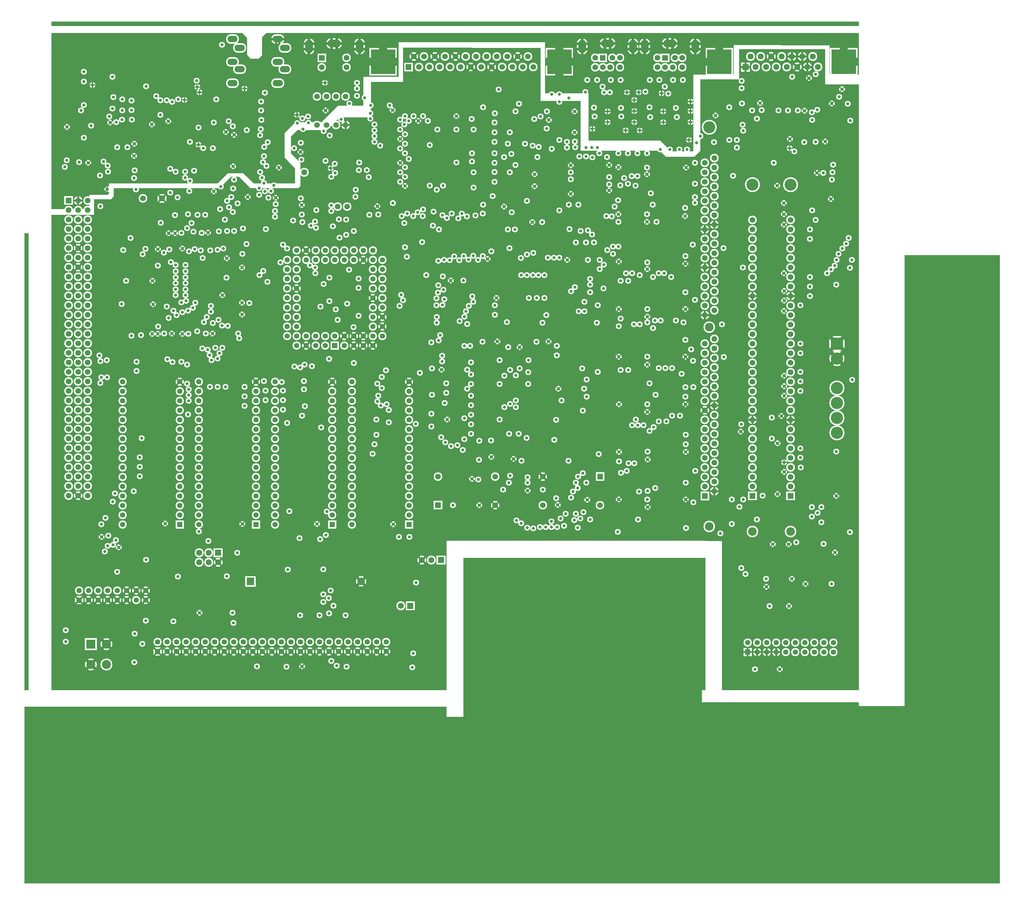
<source format=gbr>
%FSLAX34Y34*%
%MOMM*%
%LNCOPPER_INNER1*%
G71*
G01*
%ADD10C,1.600*%
%ADD11C,2.320*%
%ADD12C,4.000*%
%ADD13C,3.100*%
%ADD14C,4.000*%
%ADD15C,3.100*%
%ADD16C,2.300*%
%ADD17C,2.400*%
%ADD18C,2.320*%
%ADD19C,2.900*%
%ADD20C,2.600*%
%ADD21C,2.200*%
%ADD22C,2.320*%
%ADD23C,4.050*%
%ADD24C,3.200*%
%ADD25C,2.800*%
%ADD26C,0.100*%
%ADD27C,0.150*%
%ADD28C,0.267*%
%ADD29C,0.507*%
%ADD30C,0.533*%
%ADD31C,2.167*%
%ADD32C,0.700*%
%ADD33C,0.600*%
%ADD34C,0.467*%
%ADD35C,1.083*%
%ADD36C,0.800*%
%ADD37C,0.500*%
%ADD38C,0.667*%
%ADD39C,0.800*%
%ADD40C,1.520*%
%ADD41C,3.200*%
%ADD42C,2.300*%
%ADD43C,3.200*%
%ADD44C,2.300*%
%ADD45C,1.500*%
%ADD46C,1.600*%
%ADD47C,1.520*%
%ADD48C,2.100*%
%ADD49C,1.800*%
%ADD50C,1.400*%
%ADD51C,1.520*%
%ADD52C,3.250*%
%ADD53C,2.400*%
%ADD54C,2.000*%
%LPD*%
G36*
X0Y1000000D02*
X2600000Y1000000D01*
X2600000Y-1300000D01*
X0Y-1300000D01*
X0Y1000000D01*
G37*
%LPC*%
X1098947Y196056D02*
G54D10*
D03*
X1098947Y211534D02*
G54D10*
D03*
X2099072Y757238D02*
G54D10*
D03*
X2010172Y762397D02*
G54D10*
D03*
X150812Y762397D02*
G54D10*
D03*
X285353Y788591D02*
G54D10*
D03*
X293688Y-633412D02*
G54D10*
D03*
X314325Y-660797D02*
G54D10*
D03*
X2038350Y-559991D02*
G54D10*
D03*
X2082403Y-500459D02*
G54D10*
D03*
X1813993Y-88440D02*
G54D11*
D03*
X1813993Y-63040D02*
G54D11*
D03*
X1813993Y-37641D02*
G54D11*
D03*
X1813993Y-12240D02*
G54D11*
D03*
X1813993Y13160D02*
G54D11*
D03*
X1813993Y38560D02*
G54D11*
D03*
X1813993Y63960D02*
G54D11*
D03*
X1813993Y89360D02*
G54D11*
D03*
X1813993Y114760D02*
G54D11*
D03*
X1813993Y140160D02*
G54D11*
D03*
X1813993Y216360D02*
G54D11*
D03*
X1813993Y241760D02*
G54D11*
D03*
X1813993Y267160D02*
G54D11*
D03*
X1813993Y292560D02*
G54D11*
D03*
X1813993Y317960D02*
G54D11*
D03*
X1813993Y343360D02*
G54D11*
D03*
X1813993Y368760D02*
G54D11*
D03*
X1813993Y394160D02*
G54D11*
D03*
X1813993Y419560D02*
G54D11*
D03*
X1813993Y444960D02*
G54D11*
D03*
X1813993Y470360D02*
G54D11*
D03*
X1813993Y495760D02*
G54D11*
D03*
X1813993Y521160D02*
G54D11*
D03*
X1813993Y546560D02*
G54D11*
D03*
X1813993Y571960D02*
G54D11*
D03*
X1813993Y597360D02*
G54D11*
D03*
X1813993Y622760D02*
G54D11*
D03*
X1839393Y-75740D02*
G54D11*
D03*
X1839393Y-50340D02*
G54D11*
D03*
X1839393Y-24940D02*
G54D11*
D03*
X1839393Y460D02*
G54D11*
D03*
X1839393Y25860D02*
G54D11*
D03*
X1839393Y51260D02*
G54D11*
D03*
X1839393Y76660D02*
G54D11*
D03*
X1839393Y102060D02*
G54D11*
D03*
X1839393Y127460D02*
G54D11*
D03*
X1839393Y152860D02*
G54D11*
D03*
X1839393Y229060D02*
G54D11*
D03*
X1839393Y254460D02*
G54D11*
D03*
X1839393Y279860D02*
G54D11*
D03*
X1839393Y305260D02*
G54D11*
D03*
X1839393Y330660D02*
G54D11*
D03*
X1839393Y356060D02*
G54D11*
D03*
X1839393Y381460D02*
G54D11*
D03*
X1839393Y406860D02*
G54D11*
D03*
X1839393Y432260D02*
G54D11*
D03*
X1839393Y457660D02*
G54D11*
D03*
X1839393Y483060D02*
G54D11*
D03*
X1839393Y508460D02*
G54D11*
D03*
X1839393Y533860D02*
G54D11*
D03*
X1839393Y559260D02*
G54D11*
D03*
X1839393Y584660D02*
G54D11*
D03*
X1839393Y610060D02*
G54D11*
D03*
X1839393Y635460D02*
G54D11*
D03*
G36*
X1802393Y-277840D02*
X1802393Y-254640D01*
X1825593Y-254640D01*
X1825593Y-277840D01*
X1802393Y-277840D01*
G37*
X1813993Y-240840D02*
G54D11*
D03*
X1813993Y-215440D02*
G54D11*
D03*
X1813993Y-190040D02*
G54D11*
D03*
X1813993Y-164640D02*
G54D11*
D03*
X1813993Y-139240D02*
G54D11*
D03*
X1813993Y-113840D02*
G54D11*
D03*
X1839393Y-253540D02*
G54D11*
D03*
X1839393Y-228140D02*
G54D11*
D03*
X1839393Y-202740D02*
G54D11*
D03*
X1839393Y-177340D02*
G54D11*
D03*
X1839393Y-151940D02*
G54D11*
D03*
X1839393Y-126540D02*
G54D11*
D03*
X1839393Y-101140D02*
G54D11*
D03*
X1825625Y717550D02*
G54D12*
D03*
X1825625Y184150D02*
G54D13*
D03*
X1825625Y-347662D02*
G54D13*
D03*
G36*
X2030719Y-277506D02*
X2030719Y-254306D01*
X2053919Y-254306D01*
X2053919Y-277506D01*
X2030719Y-277506D01*
G37*
X2042319Y-240506D02*
G54D11*
D03*
X2042319Y-215106D02*
G54D11*
D03*
X2042319Y-189706D02*
G54D11*
D03*
X2042319Y-164306D02*
G54D11*
D03*
X2042319Y-138906D02*
G54D11*
D03*
X2042319Y-113506D02*
G54D11*
D03*
X2042319Y-88106D02*
G54D11*
D03*
X2042319Y-62706D02*
G54D11*
D03*
X2042319Y-37306D02*
G54D11*
D03*
X2042319Y-11906D02*
G54D11*
D03*
X2042319Y13494D02*
G54D11*
D03*
X2042319Y38894D02*
G54D11*
D03*
X2042319Y64294D02*
G54D11*
D03*
X2042319Y89694D02*
G54D11*
D03*
X2042319Y115094D02*
G54D11*
D03*
X2042319Y140494D02*
G54D11*
D03*
X2042319Y165894D02*
G54D11*
D03*
X2042319Y191294D02*
G54D11*
D03*
X2042319Y216694D02*
G54D11*
D03*
X2042319Y242094D02*
G54D11*
D03*
X2042319Y267494D02*
G54D11*
D03*
X2042319Y292894D02*
G54D11*
D03*
X2042319Y318294D02*
G54D11*
D03*
X2042319Y343694D02*
G54D11*
D03*
X2042319Y369094D02*
G54D11*
D03*
X2042319Y394494D02*
G54D11*
D03*
X2042319Y419894D02*
G54D11*
D03*
X2042319Y445294D02*
G54D11*
D03*
X2042319Y470694D02*
G54D11*
D03*
G36*
X1929119Y-277506D02*
X1929119Y-254306D01*
X1952319Y-254306D01*
X1952319Y-277506D01*
X1929119Y-277506D01*
G37*
X1940719Y-240506D02*
G54D11*
D03*
X1940719Y-215106D02*
G54D11*
D03*
X1940719Y-189706D02*
G54D11*
D03*
X1940719Y-164306D02*
G54D11*
D03*
X1940719Y-138906D02*
G54D11*
D03*
X1940719Y-113506D02*
G54D11*
D03*
X1940719Y-88106D02*
G54D11*
D03*
X1940719Y-62706D02*
G54D11*
D03*
X1940719Y-37306D02*
G54D11*
D03*
X1940719Y-11906D02*
G54D11*
D03*
X1940719Y13494D02*
G54D11*
D03*
X1940719Y38894D02*
G54D11*
D03*
X1940719Y64294D02*
G54D11*
D03*
X1940719Y89694D02*
G54D11*
D03*
X1940719Y115094D02*
G54D11*
D03*
X1940719Y140494D02*
G54D11*
D03*
X1940719Y165894D02*
G54D11*
D03*
X1940719Y191294D02*
G54D11*
D03*
X1940719Y216694D02*
G54D11*
D03*
X1940719Y242094D02*
G54D11*
D03*
X1940719Y267494D02*
G54D11*
D03*
X1940719Y292894D02*
G54D11*
D03*
X1940719Y318294D02*
G54D11*
D03*
X1940719Y343694D02*
G54D11*
D03*
X1940719Y369094D02*
G54D11*
D03*
X1940719Y394494D02*
G54D11*
D03*
X1940719Y419894D02*
G54D11*
D03*
X1940719Y445294D02*
G54D11*
D03*
X1940719Y470694D02*
G54D11*
D03*
X1940719Y564356D02*
G54D14*
D03*
X2042319Y564356D02*
G54D14*
D03*
X1940719Y-361156D02*
G54D15*
D03*
X2042319Y-361156D02*
G54D15*
D03*
X834800Y505600D02*
G54D16*
D03*
X860200Y505600D02*
G54D16*
D03*
G36*
X1934364Y866149D02*
X1910364Y866149D01*
X1910364Y890149D01*
X1934364Y890149D01*
X1934364Y866149D01*
G37*
X1949064Y878149D02*
G54D17*
D03*
X1976764Y878149D02*
G54D17*
D03*
X2004464Y878149D02*
G54D17*
D03*
X2032064Y878149D02*
G54D17*
D03*
X2059764Y878149D02*
G54D17*
D03*
X2087464Y878149D02*
G54D17*
D03*
X2115164Y878149D02*
G54D17*
D03*
X1935364Y906549D02*
G54D17*
D03*
X1963064Y906549D02*
G54D17*
D03*
X1990665Y906549D02*
G54D17*
D03*
X2018364Y906549D02*
G54D17*
D03*
X2046064Y906549D02*
G54D17*
D03*
X2073764Y906549D02*
G54D17*
D03*
X2101462Y906549D02*
G54D17*
D03*
G36*
X2147672Y929088D02*
X2220672Y929088D01*
X2220672Y856088D01*
X2147672Y856088D01*
X2147672Y929088D01*
G37*
G36*
X1815884Y929088D02*
X1888884Y929088D01*
X1888884Y856088D01*
X1815884Y856088D01*
X1815884Y929088D01*
G37*
G36*
X1389637Y929088D02*
X1462637Y929088D01*
X1462637Y856088D01*
X1389637Y856088D01*
X1389637Y929088D01*
G37*
G36*
X919741Y929088D02*
X992741Y929088D01*
X992741Y856088D01*
X919741Y856088D01*
X919741Y929088D01*
G37*
G36*
X1035657Y866549D02*
X1012457Y866549D01*
X1012457Y889749D01*
X1035657Y889749D01*
X1035657Y866549D01*
G37*
X1051758Y878149D02*
G54D18*
D03*
X1079358Y878149D02*
G54D18*
D03*
X1107058Y878149D02*
G54D18*
D03*
X1134758Y878149D02*
G54D18*
D03*
X1162458Y878149D02*
G54D18*
D03*
X1190158Y878149D02*
G54D18*
D03*
X1217853Y878149D02*
G54D18*
D03*
X1245554Y878149D02*
G54D18*
D03*
X1273154Y878149D02*
G54D18*
D03*
X1300854Y878149D02*
G54D18*
D03*
X1328554Y878149D02*
G54D18*
D03*
X1356254Y878149D02*
G54D18*
D03*
X1037958Y906549D02*
G54D18*
D03*
X1065658Y906549D02*
G54D18*
D03*
X1094358Y906549D02*
G54D18*
D03*
X1121058Y906549D02*
G54D18*
D03*
X1148758Y906549D02*
G54D18*
D03*
X1176458Y906549D02*
G54D18*
D03*
X1204157Y906549D02*
G54D18*
D03*
X1231754Y906549D02*
G54D18*
D03*
X1259454Y906549D02*
G54D18*
D03*
X1287154Y906549D02*
G54D18*
D03*
X1314854Y906549D02*
G54D18*
D03*
X1342554Y906549D02*
G54D18*
D03*
X1788272Y940120D02*
G54D19*
D03*
X1788272Y939120D02*
G54D19*
D03*
X1788272Y938120D02*
G54D19*
D03*
X1788272Y937120D02*
G54D19*
D03*
X1788272Y936120D02*
G54D19*
D03*
X1788272Y935120D02*
G54D19*
D03*
X1788272Y934120D02*
G54D19*
D03*
X1788272Y933120D02*
G54D19*
D03*
X1788272Y932120D02*
G54D19*
D03*
X1788272Y931120D02*
G54D19*
D03*
X1788272Y930120D02*
G54D19*
D03*
X1788272Y929120D02*
G54D19*
D03*
X1788272Y928120D02*
G54D19*
D03*
X1788272Y927120D02*
G54D19*
D03*
X1788272Y926120D02*
G54D19*
D03*
X1653336Y940120D02*
G54D19*
D03*
X1653336Y939120D02*
G54D19*
D03*
X1653336Y938120D02*
G54D19*
D03*
X1653336Y937120D02*
G54D19*
D03*
X1653336Y936120D02*
G54D19*
D03*
X1653336Y935120D02*
G54D19*
D03*
X1653336Y934120D02*
G54D19*
D03*
X1653336Y933120D02*
G54D19*
D03*
X1653336Y932120D02*
G54D19*
D03*
X1653336Y931120D02*
G54D19*
D03*
X1653336Y930120D02*
G54D19*
D03*
X1653336Y929120D02*
G54D19*
D03*
X1653336Y928120D02*
G54D19*
D03*
X1653336Y927120D02*
G54D19*
D03*
X1653336Y926120D02*
G54D19*
D03*
X1727803Y941057D02*
G54D19*
D03*
X1726804Y941057D02*
G54D19*
D03*
X1725804Y941057D02*
G54D19*
D03*
X1724804Y941057D02*
G54D19*
D03*
X1723804Y941057D02*
G54D19*
D03*
X1722804Y941057D02*
G54D19*
D03*
X1721803Y941057D02*
G54D19*
D03*
X1720803Y941057D02*
G54D19*
D03*
X1719804Y941057D02*
G54D19*
D03*
X1718804Y941057D02*
G54D19*
D03*
X1717804Y941057D02*
G54D19*
D03*
X1716804Y941057D02*
G54D19*
D03*
X1715804Y941057D02*
G54D19*
D03*
X1714803Y941057D02*
G54D19*
D03*
X1713803Y941057D02*
G54D19*
D03*
X1687878Y877763D02*
G54D16*
D03*
X1707878Y877763D02*
G54D16*
D03*
X1727878Y877763D02*
G54D16*
D03*
X1687878Y902763D02*
G54D16*
D03*
G36*
X1696378Y914263D02*
X1719378Y914263D01*
X1719378Y891263D01*
X1696378Y891263D01*
X1696378Y914263D01*
G37*
X1733878Y902763D02*
G54D16*
D03*
X1753878Y902763D02*
G54D16*
D03*
X1753878Y877763D02*
G54D16*
D03*
X1621982Y940120D02*
G54D19*
D03*
X1621982Y939120D02*
G54D19*
D03*
X1621982Y938120D02*
G54D19*
D03*
X1621982Y937120D02*
G54D19*
D03*
X1621982Y936120D02*
G54D19*
D03*
X1621982Y935120D02*
G54D19*
D03*
X1621982Y934120D02*
G54D19*
D03*
X1621982Y933120D02*
G54D19*
D03*
X1621982Y932120D02*
G54D19*
D03*
X1621982Y931120D02*
G54D19*
D03*
X1621982Y930120D02*
G54D19*
D03*
X1621982Y929120D02*
G54D19*
D03*
X1621982Y928120D02*
G54D19*
D03*
X1621982Y927120D02*
G54D19*
D03*
X1621982Y926120D02*
G54D19*
D03*
X1487045Y940120D02*
G54D19*
D03*
X1487045Y939120D02*
G54D19*
D03*
X1487045Y938120D02*
G54D19*
D03*
X1487045Y937120D02*
G54D19*
D03*
X1487045Y936120D02*
G54D19*
D03*
X1487045Y935120D02*
G54D19*
D03*
X1487045Y934120D02*
G54D19*
D03*
X1487045Y933120D02*
G54D19*
D03*
X1487045Y932120D02*
G54D19*
D03*
X1487045Y931120D02*
G54D19*
D03*
X1487045Y930120D02*
G54D19*
D03*
X1487045Y929120D02*
G54D19*
D03*
X1487045Y928120D02*
G54D19*
D03*
X1487045Y927120D02*
G54D19*
D03*
X1487045Y926120D02*
G54D19*
D03*
X1561513Y941057D02*
G54D19*
D03*
X1560514Y941057D02*
G54D19*
D03*
X1559514Y941057D02*
G54D19*
D03*
X1558514Y941057D02*
G54D19*
D03*
X1557514Y941057D02*
G54D19*
D03*
X1556514Y941057D02*
G54D19*
D03*
X1555513Y941057D02*
G54D19*
D03*
X1554513Y941057D02*
G54D19*
D03*
X1553514Y941057D02*
G54D19*
D03*
X1552514Y941057D02*
G54D19*
D03*
X1551514Y941057D02*
G54D19*
D03*
X1550514Y941057D02*
G54D19*
D03*
X1549514Y941057D02*
G54D19*
D03*
X1548513Y941057D02*
G54D19*
D03*
X1547513Y941057D02*
G54D19*
D03*
X1521588Y877763D02*
G54D16*
D03*
X1541588Y877763D02*
G54D16*
D03*
X1561588Y877763D02*
G54D16*
D03*
X1521588Y902763D02*
G54D16*
D03*
G36*
X1530088Y914263D02*
X1553088Y914263D01*
X1553088Y891263D01*
X1530088Y891263D01*
X1530088Y914263D01*
G37*
X1567588Y902763D02*
G54D16*
D03*
X1587588Y902763D02*
G54D16*
D03*
X1587588Y877763D02*
G54D16*
D03*
X893320Y940120D02*
G54D19*
D03*
X893320Y939120D02*
G54D19*
D03*
X893320Y938120D02*
G54D19*
D03*
X893320Y937120D02*
G54D19*
D03*
X893320Y936120D02*
G54D19*
D03*
X893320Y935120D02*
G54D19*
D03*
X893320Y934120D02*
G54D19*
D03*
X893320Y933120D02*
G54D19*
D03*
X893320Y932120D02*
G54D19*
D03*
X893320Y931120D02*
G54D19*
D03*
X893320Y930120D02*
G54D19*
D03*
X893320Y929120D02*
G54D19*
D03*
X893320Y928120D02*
G54D19*
D03*
X893320Y927120D02*
G54D19*
D03*
X893320Y926120D02*
G54D19*
D03*
X758382Y940120D02*
G54D19*
D03*
X758382Y939120D02*
G54D19*
D03*
X758382Y938120D02*
G54D19*
D03*
X758382Y937120D02*
G54D19*
D03*
X758382Y936120D02*
G54D19*
D03*
X758382Y935120D02*
G54D19*
D03*
X758382Y934120D02*
G54D19*
D03*
X758382Y933120D02*
G54D19*
D03*
X758382Y932120D02*
G54D19*
D03*
X758382Y931120D02*
G54D19*
D03*
X758382Y930120D02*
G54D19*
D03*
X758382Y929120D02*
G54D19*
D03*
X758382Y928120D02*
G54D19*
D03*
X758382Y927120D02*
G54D19*
D03*
X758382Y926120D02*
G54D19*
D03*
X832851Y941058D02*
G54D19*
D03*
X831851Y941058D02*
G54D19*
D03*
X830851Y941058D02*
G54D19*
D03*
X829851Y941058D02*
G54D19*
D03*
X828851Y941058D02*
G54D19*
D03*
X827851Y941058D02*
G54D19*
D03*
X826851Y941058D02*
G54D19*
D03*
X825851Y941058D02*
G54D19*
D03*
X824851Y941058D02*
G54D19*
D03*
X823851Y941058D02*
G54D19*
D03*
X822851Y941058D02*
G54D19*
D03*
X821851Y941058D02*
G54D19*
D03*
X820851Y941058D02*
G54D19*
D03*
X819851Y941058D02*
G54D19*
D03*
X818851Y941058D02*
G54D19*
D03*
X792926Y877763D02*
G54D16*
D03*
G36*
X781426Y914263D02*
X804426Y914263D01*
X804426Y891263D01*
X781426Y891263D01*
X781426Y914263D01*
G37*
X858926Y902763D02*
G54D16*
D03*
X858926Y877763D02*
G54D16*
D03*
X670951Y835271D02*
G54D20*
D03*
X671951Y835271D02*
G54D20*
D03*
X672951Y835271D02*
G54D20*
D03*
X673951Y835271D02*
G54D20*
D03*
X674951Y835271D02*
G54D20*
D03*
X675951Y835271D02*
G54D20*
D03*
X676951Y835271D02*
G54D20*
D03*
X677951Y835271D02*
G54D20*
D03*
X678951Y835271D02*
G54D20*
D03*
X679951Y835271D02*
G54D20*
D03*
X690001Y872577D02*
G54D20*
D03*
X691001Y872577D02*
G54D20*
D03*
X692001Y872577D02*
G54D20*
D03*
X693001Y872577D02*
G54D20*
D03*
X694001Y872577D02*
G54D20*
D03*
X695001Y872577D02*
G54D20*
D03*
X696001Y872577D02*
G54D20*
D03*
X697001Y872577D02*
G54D20*
D03*
X698001Y872577D02*
G54D20*
D03*
X699001Y872577D02*
G54D20*
D03*
X670951Y892421D02*
G54D20*
D03*
X671951Y892421D02*
G54D20*
D03*
X672951Y892421D02*
G54D20*
D03*
X673951Y892421D02*
G54D20*
D03*
X674951Y892421D02*
G54D20*
D03*
X675951Y892421D02*
G54D20*
D03*
X676951Y892421D02*
G54D20*
D03*
X677951Y892421D02*
G54D20*
D03*
X678951Y892421D02*
G54D20*
D03*
X679951Y892421D02*
G54D20*
D03*
X690001Y928933D02*
G54D20*
D03*
X691001Y928933D02*
G54D20*
D03*
X692001Y928933D02*
G54D20*
D03*
X693001Y928933D02*
G54D20*
D03*
X694001Y928933D02*
G54D20*
D03*
X695001Y928933D02*
G54D20*
D03*
X696001Y928933D02*
G54D20*
D03*
X697001Y928933D02*
G54D20*
D03*
X698001Y928933D02*
G54D20*
D03*
X699001Y928933D02*
G54D20*
D03*
X670951Y952746D02*
G54D20*
D03*
X671951Y952746D02*
G54D20*
D03*
X672951Y952746D02*
G54D20*
D03*
X673951Y952746D02*
G54D20*
D03*
X674951Y952746D02*
G54D20*
D03*
X675951Y952746D02*
G54D20*
D03*
X676951Y952746D02*
G54D20*
D03*
X677951Y952746D02*
G54D20*
D03*
X678951Y952746D02*
G54D20*
D03*
X679951Y952746D02*
G54D20*
D03*
X550301Y835271D02*
G54D20*
D03*
X551301Y835271D02*
G54D20*
D03*
X552301Y835271D02*
G54D20*
D03*
X553301Y835271D02*
G54D20*
D03*
X554301Y835271D02*
G54D20*
D03*
X555301Y835271D02*
G54D20*
D03*
X556301Y835271D02*
G54D20*
D03*
X557301Y835271D02*
G54D20*
D03*
X558301Y835271D02*
G54D20*
D03*
X559301Y835271D02*
G54D20*
D03*
X569351Y872577D02*
G54D20*
D03*
X570351Y872577D02*
G54D20*
D03*
X571351Y872577D02*
G54D20*
D03*
X572351Y872577D02*
G54D20*
D03*
X573351Y872577D02*
G54D20*
D03*
X574351Y872577D02*
G54D20*
D03*
X575351Y872577D02*
G54D20*
D03*
X576351Y872577D02*
G54D20*
D03*
X577351Y872577D02*
G54D20*
D03*
X578351Y872577D02*
G54D20*
D03*
X550301Y892421D02*
G54D20*
D03*
X551301Y892421D02*
G54D20*
D03*
X552301Y892421D02*
G54D20*
D03*
X553301Y892421D02*
G54D20*
D03*
X554301Y892421D02*
G54D20*
D03*
X555301Y892421D02*
G54D20*
D03*
X556301Y892421D02*
G54D20*
D03*
X557301Y892421D02*
G54D20*
D03*
X558301Y892421D02*
G54D20*
D03*
X559301Y892421D02*
G54D20*
D03*
X569351Y928933D02*
G54D20*
D03*
X570351Y928933D02*
G54D20*
D03*
X571351Y928933D02*
G54D20*
D03*
X572351Y928933D02*
G54D20*
D03*
X573351Y928933D02*
G54D20*
D03*
X574351Y928933D02*
G54D20*
D03*
X575351Y928933D02*
G54D20*
D03*
X576351Y928933D02*
G54D20*
D03*
X577351Y928933D02*
G54D20*
D03*
X578351Y928933D02*
G54D20*
D03*
X550301Y952746D02*
G54D20*
D03*
X551301Y952746D02*
G54D20*
D03*
X552301Y952746D02*
G54D20*
D03*
X553301Y952746D02*
G54D20*
D03*
X554301Y952746D02*
G54D20*
D03*
X555301Y952746D02*
G54D20*
D03*
X556301Y952746D02*
G54D20*
D03*
X557301Y952746D02*
G54D20*
D03*
X558301Y952746D02*
G54D20*
D03*
X559301Y952746D02*
G54D20*
D03*
G36*
X1014472Y-353228D02*
X1014472Y-331228D01*
X1036472Y-331228D01*
X1036472Y-353228D01*
X1014472Y-353228D01*
G37*
X1025472Y-316828D02*
G54D21*
D03*
X1025472Y-291428D02*
G54D21*
D03*
X1025472Y-266028D02*
G54D21*
D03*
X1025472Y-240628D02*
G54D21*
D03*
X1025472Y-215228D02*
G54D21*
D03*
X1025472Y-189828D02*
G54D21*
D03*
X1025472Y-164428D02*
G54D21*
D03*
X1025472Y-139028D02*
G54D21*
D03*
X1025472Y-113628D02*
G54D21*
D03*
X1025472Y-88228D02*
G54D21*
D03*
X1025472Y-62828D02*
G54D21*
D03*
X1025472Y-37428D02*
G54D21*
D03*
X1025472Y-12028D02*
G54D21*
D03*
X1025472Y13372D02*
G54D21*
D03*
X1025472Y38772D02*
G54D21*
D03*
X873072Y38772D02*
G54D21*
D03*
X873072Y13372D02*
G54D21*
D03*
X873072Y-12028D02*
G54D21*
D03*
X873072Y-37428D02*
G54D21*
D03*
X873072Y-62828D02*
G54D21*
D03*
X873072Y-88228D02*
G54D21*
D03*
X873072Y-113628D02*
G54D21*
D03*
X873072Y-139028D02*
G54D21*
D03*
X873072Y-164428D02*
G54D21*
D03*
X873072Y-189828D02*
G54D21*
D03*
X873072Y-215228D02*
G54D21*
D03*
X873072Y-240628D02*
G54D21*
D03*
X873072Y-266028D02*
G54D21*
D03*
X873072Y-291428D02*
G54D21*
D03*
X873072Y-316828D02*
G54D21*
D03*
X873072Y-342228D02*
G54D21*
D03*
G36*
X809685Y-353228D02*
X809685Y-331228D01*
X831685Y-331228D01*
X831685Y-353228D01*
X809685Y-353228D01*
G37*
X820685Y-316828D02*
G54D21*
D03*
X820685Y-291428D02*
G54D21*
D03*
X820685Y-266028D02*
G54D21*
D03*
X820685Y-240628D02*
G54D21*
D03*
X820685Y-215228D02*
G54D21*
D03*
X820685Y-189828D02*
G54D21*
D03*
X820685Y-164428D02*
G54D21*
D03*
X820685Y-139028D02*
G54D21*
D03*
X820685Y-113628D02*
G54D21*
D03*
X820685Y-88228D02*
G54D21*
D03*
X820685Y-62828D02*
G54D21*
D03*
X820685Y-37428D02*
G54D21*
D03*
X820685Y-12028D02*
G54D21*
D03*
X820685Y13372D02*
G54D21*
D03*
X820685Y38772D02*
G54D21*
D03*
X668285Y38772D02*
G54D21*
D03*
X668285Y13372D02*
G54D21*
D03*
X668285Y-12028D02*
G54D21*
D03*
X668285Y-37428D02*
G54D21*
D03*
X668285Y-62828D02*
G54D21*
D03*
X668285Y-88228D02*
G54D21*
D03*
X668285Y-113628D02*
G54D21*
D03*
X668285Y-139028D02*
G54D21*
D03*
X668285Y-164428D02*
G54D21*
D03*
X668285Y-189828D02*
G54D21*
D03*
X668285Y-215228D02*
G54D21*
D03*
X668285Y-240628D02*
G54D21*
D03*
X668285Y-266028D02*
G54D21*
D03*
X668285Y-291428D02*
G54D21*
D03*
X668285Y-316828D02*
G54D21*
D03*
X668285Y-342228D02*
G54D21*
D03*
G36*
X606485Y-353228D02*
X606485Y-331228D01*
X628485Y-331228D01*
X628485Y-353228D01*
X606485Y-353228D01*
G37*
X617485Y-316828D02*
G54D21*
D03*
X617485Y-291428D02*
G54D21*
D03*
X617485Y-266028D02*
G54D21*
D03*
X617485Y-240628D02*
G54D21*
D03*
X617485Y-215228D02*
G54D21*
D03*
X617485Y-189828D02*
G54D21*
D03*
X617485Y-164428D02*
G54D21*
D03*
X617485Y-139028D02*
G54D21*
D03*
X617485Y-113628D02*
G54D21*
D03*
X617485Y-88228D02*
G54D21*
D03*
X617485Y-62828D02*
G54D21*
D03*
X617485Y-37428D02*
G54D21*
D03*
X617485Y-12028D02*
G54D21*
D03*
X617485Y13372D02*
G54D21*
D03*
X617485Y38772D02*
G54D21*
D03*
X465086Y38772D02*
G54D21*
D03*
X465086Y13372D02*
G54D21*
D03*
X465086Y-12028D02*
G54D21*
D03*
X465086Y-37428D02*
G54D21*
D03*
X465086Y-62828D02*
G54D21*
D03*
X465086Y-88228D02*
G54D21*
D03*
X465086Y-113628D02*
G54D21*
D03*
X465086Y-139028D02*
G54D21*
D03*
X465086Y-164428D02*
G54D21*
D03*
X465086Y-189828D02*
G54D21*
D03*
X465086Y-215228D02*
G54D21*
D03*
X465086Y-240628D02*
G54D21*
D03*
X465086Y-266028D02*
G54D21*
D03*
X465086Y-291428D02*
G54D21*
D03*
X465086Y-316828D02*
G54D21*
D03*
X465086Y-342228D02*
G54D21*
D03*
G36*
X403286Y-353228D02*
X403286Y-331228D01*
X425286Y-331228D01*
X425286Y-353228D01*
X403286Y-353228D01*
G37*
X414286Y-316828D02*
G54D21*
D03*
X414286Y-291428D02*
G54D21*
D03*
X414286Y-266028D02*
G54D21*
D03*
X414286Y-240628D02*
G54D21*
D03*
X414286Y-215228D02*
G54D21*
D03*
X414286Y-189828D02*
G54D21*
D03*
X414286Y-164428D02*
G54D21*
D03*
X414286Y-139028D02*
G54D21*
D03*
X414286Y-113628D02*
G54D21*
D03*
X414286Y-88228D02*
G54D21*
D03*
X414286Y-62828D02*
G54D21*
D03*
X414286Y-37428D02*
G54D21*
D03*
X414286Y-12028D02*
G54D21*
D03*
X414286Y13372D02*
G54D21*
D03*
X414286Y38772D02*
G54D21*
D03*
X261886Y38772D02*
G54D21*
D03*
X261886Y13372D02*
G54D21*
D03*
X261886Y-12028D02*
G54D21*
D03*
X261886Y-37428D02*
G54D21*
D03*
X261886Y-62828D02*
G54D21*
D03*
X261886Y-88228D02*
G54D21*
D03*
X261886Y-113628D02*
G54D21*
D03*
X261886Y-139028D02*
G54D21*
D03*
X261886Y-164428D02*
G54D21*
D03*
X261886Y-189828D02*
G54D21*
D03*
X261886Y-215228D02*
G54D21*
D03*
X261886Y-240628D02*
G54D21*
D03*
X261886Y-266028D02*
G54D21*
D03*
X261886Y-291428D02*
G54D21*
D03*
X261886Y-316828D02*
G54D21*
D03*
X261886Y-342228D02*
G54D21*
D03*
X168672Y-214312D02*
G54D22*
D03*
X168672Y-188912D02*
G54D22*
D03*
X168672Y-163512D02*
G54D22*
D03*
X168672Y-138112D02*
G54D22*
D03*
X168672Y-112712D02*
G54D22*
D03*
X168672Y-87312D02*
G54D22*
D03*
X168672Y-61912D02*
G54D22*
D03*
X168672Y-36512D02*
G54D22*
D03*
X168672Y-11112D02*
G54D22*
D03*
X168672Y14288D02*
G54D22*
D03*
X168672Y39688D02*
G54D22*
D03*
X168672Y65088D02*
G54D22*
D03*
X168672Y90488D02*
G54D22*
D03*
X168672Y115888D02*
G54D22*
D03*
X168672Y141288D02*
G54D22*
D03*
X168672Y166688D02*
G54D22*
D03*
X168672Y192088D02*
G54D22*
D03*
X168672Y217488D02*
G54D22*
D03*
X168672Y242888D02*
G54D22*
D03*
X168672Y268288D02*
G54D22*
D03*
X168672Y293688D02*
G54D22*
D03*
X168672Y319088D02*
G54D22*
D03*
X168672Y344488D02*
G54D22*
D03*
X168672Y369888D02*
G54D22*
D03*
X168672Y395288D02*
G54D22*
D03*
X168672Y420688D02*
G54D22*
D03*
X168672Y446088D02*
G54D22*
D03*
X168672Y471488D02*
G54D22*
D03*
X168672Y496888D02*
G54D22*
D03*
X168672Y522288D02*
G54D22*
D03*
X143272Y-214312D02*
G54D22*
D03*
X143272Y-188912D02*
G54D22*
D03*
X143272Y-163512D02*
G54D22*
D03*
X143272Y-138112D02*
G54D22*
D03*
X143272Y-112712D02*
G54D22*
D03*
X143272Y-87312D02*
G54D22*
D03*
X143272Y-61912D02*
G54D22*
D03*
X143272Y-36512D02*
G54D22*
D03*
X143272Y-11112D02*
G54D22*
D03*
X143272Y14288D02*
G54D22*
D03*
X143272Y39688D02*
G54D22*
D03*
X143272Y65088D02*
G54D22*
D03*
X143272Y90488D02*
G54D22*
D03*
X143272Y115888D02*
G54D22*
D03*
X143272Y141288D02*
G54D22*
D03*
X143272Y166688D02*
G54D22*
D03*
X143272Y192088D02*
G54D22*
D03*
X143272Y217488D02*
G54D22*
D03*
X143272Y242888D02*
G54D22*
D03*
X143272Y268288D02*
G54D22*
D03*
X143272Y293688D02*
G54D22*
D03*
X143272Y319088D02*
G54D22*
D03*
X143272Y344488D02*
G54D22*
D03*
X143272Y369888D02*
G54D22*
D03*
X143272Y395288D02*
G54D22*
D03*
X143272Y420688D02*
G54D22*
D03*
X143272Y446088D02*
G54D22*
D03*
X143272Y471488D02*
G54D22*
D03*
X143272Y496888D02*
G54D22*
D03*
X143272Y522288D02*
G54D22*
D03*
X117872Y-214312D02*
G54D22*
D03*
X117872Y-188912D02*
G54D22*
D03*
X117872Y-163512D02*
G54D22*
D03*
X117872Y-138112D02*
G54D22*
D03*
X117872Y-112712D02*
G54D22*
D03*
X117872Y-87312D02*
G54D22*
D03*
X117872Y-61912D02*
G54D22*
D03*
X117872Y-36512D02*
G54D22*
D03*
X117872Y-11112D02*
G54D22*
D03*
X117872Y14288D02*
G54D22*
D03*
X117872Y39688D02*
G54D22*
D03*
X117872Y65088D02*
G54D22*
D03*
X117872Y90488D02*
G54D22*
D03*
X117872Y115888D02*
G54D22*
D03*
X117872Y141288D02*
G54D22*
D03*
X117872Y166688D02*
G54D22*
D03*
X117872Y192088D02*
G54D22*
D03*
X117872Y217488D02*
G54D22*
D03*
X117872Y242888D02*
G54D22*
D03*
X117872Y268288D02*
G54D22*
D03*
X117872Y293688D02*
G54D22*
D03*
X117872Y319088D02*
G54D22*
D03*
X117872Y344488D02*
G54D22*
D03*
X117872Y369888D02*
G54D22*
D03*
X117872Y395288D02*
G54D22*
D03*
X117872Y420688D02*
G54D22*
D03*
X117872Y446088D02*
G54D22*
D03*
X117872Y471488D02*
G54D22*
D03*
X117872Y496888D02*
G54D22*
D03*
G36*
X106272Y510688D02*
X106272Y533888D01*
X129472Y533888D01*
X129472Y510688D01*
X106272Y510688D01*
G37*
X168672Y-265112D02*
G54D22*
D03*
X168672Y-239712D02*
G54D22*
D03*
X143272Y-265112D02*
G54D22*
D03*
X143272Y-239712D02*
G54D22*
D03*
X117872Y-265112D02*
G54D22*
D03*
X117872Y-239712D02*
G54D22*
D03*
G36*
X344092Y-670400D02*
X366092Y-670400D01*
X366092Y-692400D01*
X344092Y-692400D01*
X344092Y-670400D01*
G37*
X355092Y-656000D02*
G54D21*
D03*
X380492Y-681400D02*
G54D21*
D03*
X380492Y-656000D02*
G54D21*
D03*
X405892Y-681400D02*
G54D21*
D03*
X405892Y-656000D02*
G54D21*
D03*
X431292Y-681400D02*
G54D21*
D03*
X431292Y-656000D02*
G54D21*
D03*
X456692Y-681400D02*
G54D21*
D03*
X456692Y-656000D02*
G54D21*
D03*
X482092Y-681400D02*
G54D21*
D03*
X482092Y-656000D02*
G54D21*
D03*
X507491Y-681400D02*
G54D21*
D03*
X507492Y-656000D02*
G54D21*
D03*
X532892Y-681400D02*
G54D21*
D03*
X532892Y-656000D02*
G54D21*
D03*
X558292Y-681400D02*
G54D21*
D03*
X558292Y-656000D02*
G54D21*
D03*
X583692Y-681400D02*
G54D21*
D03*
X583692Y-656000D02*
G54D21*
D03*
X609092Y-681400D02*
G54D21*
D03*
X609092Y-656000D02*
G54D21*
D03*
X634492Y-681400D02*
G54D21*
D03*
X634492Y-656000D02*
G54D21*
D03*
X659892Y-681400D02*
G54D21*
D03*
X659892Y-656000D02*
G54D21*
D03*
X685292Y-681400D02*
G54D21*
D03*
X685292Y-656000D02*
G54D21*
D03*
X710692Y-681400D02*
G54D21*
D03*
X710692Y-656000D02*
G54D21*
D03*
X736092Y-681400D02*
G54D21*
D03*
X736092Y-656000D02*
G54D21*
D03*
X761493Y-681400D02*
G54D21*
D03*
X761493Y-656000D02*
G54D21*
D03*
X786893Y-681400D02*
G54D21*
D03*
X786893Y-656000D02*
G54D21*
D03*
X812293Y-681400D02*
G54D21*
D03*
X812293Y-656000D02*
G54D21*
D03*
X837694Y-681400D02*
G54D21*
D03*
X837694Y-656000D02*
G54D21*
D03*
X863094Y-681400D02*
G54D21*
D03*
X863094Y-656000D02*
G54D21*
D03*
X888494Y-681400D02*
G54D21*
D03*
X888494Y-656000D02*
G54D21*
D03*
X913894Y-681400D02*
G54D21*
D03*
X913894Y-656000D02*
G54D21*
D03*
X939294Y-681400D02*
G54D21*
D03*
X939294Y-656000D02*
G54D21*
D03*
X964694Y-681400D02*
G54D21*
D03*
X964694Y-656000D02*
G54D21*
D03*
G36*
X1916878Y-671298D02*
X1938878Y-671298D01*
X1938878Y-693298D01*
X1916878Y-693298D01*
X1916878Y-671298D01*
G37*
X1927878Y-656898D02*
G54D21*
D03*
X1953278Y-682298D02*
G54D21*
D03*
X1953278Y-656898D02*
G54D21*
D03*
X1978678Y-682298D02*
G54D21*
D03*
X1978678Y-656898D02*
G54D21*
D03*
X2004078Y-682298D02*
G54D21*
D03*
X2004078Y-656898D02*
G54D21*
D03*
X2029478Y-682298D02*
G54D21*
D03*
X2029478Y-656898D02*
G54D21*
D03*
X2054878Y-682298D02*
G54D21*
D03*
X2054878Y-656898D02*
G54D21*
D03*
X2080278Y-682298D02*
G54D21*
D03*
X2080278Y-656898D02*
G54D21*
D03*
X2105678Y-682298D02*
G54D21*
D03*
X2105678Y-656898D02*
G54D21*
D03*
X2131078Y-682298D02*
G54D21*
D03*
X2131078Y-656898D02*
G54D21*
D03*
X2156478Y-682298D02*
G54D21*
D03*
X2156478Y-656898D02*
G54D21*
D03*
G36*
X1122456Y-448960D02*
X1098456Y-448960D01*
X1098456Y-424960D01*
X1122456Y-424960D01*
X1122456Y-448960D01*
G37*
X1085056Y-436960D02*
G54D17*
D03*
X1059656Y-436960D02*
G54D17*
D03*
G36*
X1040700Y-571198D02*
X1016700Y-571198D01*
X1016700Y-547198D01*
X1040700Y-547198D01*
X1040700Y-571198D01*
G37*
X1003300Y-559198D02*
G54D17*
D03*
X2166144Y-97631D02*
G54D23*
D03*
X2166144Y-57944D02*
G54D23*
D03*
X2166144Y-18256D02*
G54D23*
D03*
X2166144Y21431D02*
G54D23*
D03*
X2166144Y100806D02*
G54D23*
D03*
G36*
X2145894Y160744D02*
X2186394Y160744D01*
X2186394Y120244D01*
X2145894Y120244D01*
X2145894Y160744D01*
G37*
G36*
X161402Y-645590D02*
X193402Y-645590D01*
X193402Y-677590D01*
X161402Y-677590D01*
X161402Y-645590D01*
G37*
X218678Y-661590D02*
G54D24*
D03*
X177403Y-715566D02*
G54D24*
D03*
X218678Y-715566D02*
G54D24*
D03*
X780257Y800100D02*
G54D16*
D03*
X805657Y800100D02*
G54D16*
D03*
X831057Y800100D02*
G54D16*
D03*
X856457Y800100D02*
G54D16*
D03*
X780257Y723900D02*
G54D16*
D03*
X805657Y723900D02*
G54D16*
D03*
X831057Y723900D02*
G54D16*
D03*
X856456Y723900D02*
G54D16*
D03*
X1102519Y-214312D02*
G54D16*
D03*
X1254919Y-214312D02*
G54D16*
D03*
X1254920Y-290512D02*
G54D16*
D03*
G36*
X1091019Y-279012D02*
X1114019Y-279012D01*
X1114019Y-302012D01*
X1091019Y-302012D01*
X1091019Y-279012D01*
G37*
X1534716Y-290512D02*
G54D16*
D03*
X1382316Y-290512D02*
G54D16*
D03*
X1382315Y-214312D02*
G54D16*
D03*
G36*
X1546216Y-225812D02*
X1523216Y-225812D01*
X1523216Y-202812D01*
X1546216Y-202812D01*
X1546216Y-225812D01*
G37*
X897731Y-494110D02*
G54D25*
D03*
G36*
X588456Y-480110D02*
X616456Y-480110D01*
X616456Y-508110D01*
X588456Y-508110D01*
X588456Y-480110D01*
G37*
G36*
X378312Y516243D02*
X355112Y516243D01*
X355112Y539443D01*
X378312Y539443D01*
X378312Y516243D01*
G37*
X315912Y527844D02*
G54D11*
D03*
G36*
X528334Y-429512D02*
X504334Y-429512D01*
X504334Y-405512D01*
X528334Y-405512D01*
X528334Y-429512D01*
G37*
X516334Y-442912D02*
G54D17*
D03*
X490934Y-417512D02*
G54D17*
D03*
X490934Y-442912D02*
G54D17*
D03*
X465534Y-417512D02*
G54D17*
D03*
X465534Y-442912D02*
G54D17*
D03*
G36*
X134852Y-533116D02*
X156852Y-533116D01*
X156852Y-555116D01*
X134852Y-555116D01*
X134852Y-533116D01*
G37*
X145852Y-518716D02*
G54D21*
D03*
X171252Y-544116D02*
G54D21*
D03*
X171252Y-518716D02*
G54D21*
D03*
X196652Y-544116D02*
G54D21*
D03*
X196652Y-518716D02*
G54D21*
D03*
X222052Y-544116D02*
G54D21*
D03*
X222052Y-518716D02*
G54D21*
D03*
X247452Y-544116D02*
G54D21*
D03*
X247452Y-518716D02*
G54D21*
D03*
X272852Y-544116D02*
G54D21*
D03*
X272852Y-518716D02*
G54D21*
D03*
X298252Y-544116D02*
G54D21*
D03*
X298252Y-518716D02*
G54D21*
D03*
X323652Y-544116D02*
G54D21*
D03*
X323652Y-518716D02*
G54D21*
D03*
X700088Y363934D02*
G54D21*
D03*
X725488Y363934D02*
G54D21*
D03*
X700088Y338534D02*
G54D21*
D03*
X725488Y338534D02*
G54D21*
D03*
X700088Y313134D02*
G54D21*
D03*
X725488Y313134D02*
G54D21*
D03*
X700088Y287734D02*
G54D21*
D03*
X725488Y287734D02*
G54D21*
D03*
X700088Y262334D02*
G54D21*
D03*
X725488Y262334D02*
G54D21*
D03*
X700088Y236934D02*
G54D21*
D03*
X725488Y236934D02*
G54D21*
D03*
X700088Y211534D02*
G54D21*
D03*
X725488Y211534D02*
G54D21*
D03*
X700088Y186134D02*
G54D21*
D03*
X725488Y186134D02*
G54D21*
D03*
X700088Y160734D02*
G54D21*
D03*
X725488Y160734D02*
G54D21*
D03*
X928688Y363934D02*
G54D21*
D03*
X954088Y363934D02*
G54D21*
D03*
X928688Y338534D02*
G54D21*
D03*
X954088Y338534D02*
G54D21*
D03*
X928688Y313134D02*
G54D21*
D03*
X954088Y313134D02*
G54D21*
D03*
X928688Y287734D02*
G54D21*
D03*
X954088Y287734D02*
G54D21*
D03*
X928688Y262334D02*
G54D21*
D03*
X954088Y262334D02*
G54D21*
D03*
X928688Y236934D02*
G54D21*
D03*
X954088Y236934D02*
G54D21*
D03*
X928688Y211534D02*
G54D21*
D03*
X954088Y211534D02*
G54D21*
D03*
X928688Y186134D02*
G54D21*
D03*
X954088Y186134D02*
G54D21*
D03*
X928688Y160734D02*
G54D21*
D03*
X954088Y160734D02*
G54D21*
D03*
X750888Y363934D02*
G54D21*
D03*
X750888Y389334D02*
G54D21*
D03*
X776288Y363934D02*
G54D21*
D03*
X776288Y389334D02*
G54D21*
D03*
X801688Y363934D02*
G54D21*
D03*
X801688Y389334D02*
G54D21*
D03*
X827088Y363934D02*
G54D21*
D03*
X827088Y389334D02*
G54D21*
D03*
X852488Y363934D02*
G54D21*
D03*
X852488Y389334D02*
G54D21*
D03*
X877888Y363934D02*
G54D21*
D03*
X877888Y389334D02*
G54D21*
D03*
X903288Y363934D02*
G54D21*
D03*
X903288Y389334D02*
G54D21*
D03*
X750888Y135334D02*
G54D21*
D03*
X750888Y160734D02*
G54D21*
D03*
X776288Y135334D02*
G54D21*
D03*
X776288Y160734D02*
G54D21*
D03*
X801688Y135334D02*
G54D21*
D03*
X801688Y160734D02*
G54D21*
D03*
G36*
X816088Y146334D02*
X838088Y146334D01*
X838088Y124334D01*
X816088Y124334D01*
X816088Y146334D01*
G37*
X827088Y160734D02*
G54D21*
D03*
X852488Y135334D02*
G54D21*
D03*
X852487Y160734D02*
G54D21*
D03*
X877887Y135334D02*
G54D21*
D03*
X877887Y160734D02*
G54D21*
D03*
X903288Y135334D02*
G54D21*
D03*
X903288Y160734D02*
G54D21*
D03*
X725488Y389334D02*
G54D21*
D03*
X725488Y135334D02*
G54D21*
D03*
X928688Y135334D02*
G54D21*
D03*
X928688Y389334D02*
G54D21*
D03*
X1965722Y763191D02*
G54D10*
D03*
X1940322Y762794D02*
G54D10*
D03*
X1960959Y782241D02*
G54D10*
D03*
X1953022Y740172D02*
G54D10*
D03*
X1914922Y724694D02*
G54D10*
D03*
X1912938Y781050D02*
G54D10*
D03*
X1878806Y770731D02*
G54D10*
D03*
X1912144Y821531D02*
G54D10*
D03*
X2035969Y762794D02*
G54D10*
D03*
X2061766Y762794D02*
G54D10*
D03*
X2079625Y761603D02*
G54D10*
D03*
X2113360Y763984D02*
G54D10*
D03*
X2099866Y736997D02*
G54D10*
D03*
X2046288Y852488D02*
G54D10*
D03*
X2091134Y848519D02*
G54D10*
D03*
X2108994Y858838D02*
G54D10*
D03*
X2179637Y819150D02*
G54D10*
D03*
X2171700Y799306D02*
G54D10*
D03*
X2194719Y780256D02*
G54D10*
D03*
X2152650Y781447D02*
G54D10*
D03*
X2201465Y735409D02*
G54D10*
D03*
X2052637Y653256D02*
G54D10*
D03*
X2039937Y661591D02*
G54D10*
D03*
X2040334Y686594D02*
G54D10*
D03*
X2108994Y679053D02*
G54D10*
D03*
X2134394Y679847D02*
G54D10*
D03*
X2078831Y678259D02*
G54D10*
D03*
X1916112Y708422D02*
G54D10*
D03*
X1899444Y683816D02*
G54D10*
D03*
X1879203Y683816D02*
G54D10*
D03*
X1899444Y663575D02*
G54D10*
D03*
X1837928Y677862D02*
G54D10*
D03*
X1802209Y694134D02*
G54D10*
D03*
X1791891Y676275D02*
G54D10*
D03*
X1766094Y658416D02*
G54D10*
D03*
X1771650Y684212D02*
G54D10*
D03*
X1775619Y731441D02*
G54D10*
D03*
X1775619Y761206D02*
G54D10*
D03*
X1842691Y748903D02*
G54D10*
D03*
X1912144Y841375D02*
G54D10*
D03*
X1997075Y623094D02*
G54D10*
D03*
X2006600Y561975D02*
G54D10*
D03*
X2024856Y515144D02*
G54D10*
D03*
X2024856Y485775D02*
G54D10*
D03*
X2024856Y457994D02*
G54D10*
D03*
X2094309Y419497D02*
G54D10*
D03*
X2094309Y444897D02*
G54D10*
D03*
X2108994Y470297D02*
G54D10*
D03*
X2100262Y495697D02*
G54D10*
D03*
X2150269Y526256D02*
G54D10*
D03*
X2152650Y578247D02*
G54D10*
D03*
X2112962Y596106D02*
G54D10*
D03*
X2129631Y596106D02*
G54D10*
D03*
X2153840Y597297D02*
G54D10*
D03*
X2155428Y617934D02*
G54D10*
D03*
X2201069Y342900D02*
G54D10*
D03*
X2205831Y363538D02*
G54D10*
D03*
X2197100Y422275D02*
G54D10*
D03*
X2190750Y406797D02*
G54D10*
D03*
X2180431Y394494D02*
G54D10*
D03*
X2170510Y380206D02*
G54D10*
D03*
X2165350Y363538D02*
G54D10*
D03*
X2160190Y348456D02*
G54D10*
D03*
X2149872Y338138D02*
G54D10*
D03*
X2139950Y327819D02*
G54D10*
D03*
X2164160Y297656D02*
G54D10*
D03*
X2093912Y318294D02*
G54D10*
D03*
X2093912Y292497D02*
G54D10*
D03*
X2094309Y267494D02*
G54D10*
D03*
X2068909Y242491D02*
G54D10*
D03*
X2024856Y227409D02*
G54D10*
D03*
X2025253Y255191D02*
G54D10*
D03*
X2025253Y280591D02*
G54D10*
D03*
X2024856Y328216D02*
G54D10*
D03*
X1915319Y343694D02*
G54D10*
D03*
X1889522Y587772D02*
G54D10*
D03*
X1864122Y394891D02*
G54D10*
D03*
X1781969Y404812D02*
G54D10*
D03*
X1787525Y257175D02*
G54D10*
D03*
X1762125Y232172D02*
G54D10*
D03*
X1762125Y277416D02*
G54D10*
D03*
X1859359Y191690D02*
G54D10*
D03*
X1864519Y104775D02*
G54D10*
D03*
X1783159Y24210D02*
G54D10*
D03*
X1782762Y94853D02*
G54D10*
D03*
X1777603Y125412D02*
G54D10*
D03*
X1762522Y105172D02*
G54D10*
D03*
X1762522Y150813D02*
G54D10*
D03*
X1909763Y-94059D02*
G54D10*
D03*
X1910953Y-75010D02*
G54D10*
D03*
X2007394Y-125809D02*
G54D10*
D03*
X1992312Y-112712D02*
G54D10*
D03*
X2068512Y-138906D02*
G54D10*
D03*
X2068909Y-163910D02*
G54D10*
D03*
X1992312Y-57150D02*
G54D10*
D03*
X2017713Y-52387D02*
G54D10*
D03*
X2025253Y1191D02*
G54D10*
D03*
X2068909Y13890D02*
G54D10*
D03*
X2068909Y39290D02*
G54D10*
D03*
X2025253Y26591D02*
G54D10*
D03*
X2025253Y54372D02*
G54D10*
D03*
X2068512Y115094D02*
G54D10*
D03*
X2068512Y140494D02*
G54D10*
D03*
X2025253Y-176609D02*
G54D10*
D03*
X2025253Y-202009D02*
G54D10*
D03*
X2069306Y-189706D02*
G54D10*
D03*
X2164160Y-147240D02*
G54D10*
D03*
X2164556Y-265906D02*
G54D10*
D03*
X2099469Y-321072D02*
G54D10*
D03*
X2114550Y-311150D02*
G54D10*
D03*
X2124869Y-296069D02*
G54D10*
D03*
X2099469Y-295672D02*
G54D10*
D03*
X2124869Y-336550D02*
G54D10*
D03*
X2201069Y-362744D02*
G54D10*
D03*
X2130028Y-394097D02*
G54D10*
D03*
X2160587Y-416719D02*
G54D10*
D03*
X2151856Y-500459D02*
G54D10*
D03*
X1986756Y-559594D02*
G54D10*
D03*
X2045494Y-486966D02*
G54D10*
D03*
X1977628Y-508397D02*
G54D10*
D03*
X1976834Y-487363D02*
G54D10*
D03*
X1922066Y-474662D02*
G54D10*
D03*
X1910953Y-458390D02*
G54D10*
D03*
X2057797Y-390128D02*
G54D10*
D03*
X2037159Y-394891D02*
G54D10*
D03*
X1995091Y-394891D02*
G54D10*
D03*
X1952228Y-328612D02*
G54D10*
D03*
X1906191Y-295275D02*
G54D10*
D03*
X1916112Y-275431D02*
G54D10*
D03*
X1885553Y-275431D02*
G54D10*
D03*
X1967706Y-265510D02*
G54D10*
D03*
X2007394Y-260747D02*
G54D10*
D03*
X1702991Y731044D02*
G54D10*
D03*
X1702991Y760413D02*
G54D10*
D03*
X1640284Y709613D02*
G54D10*
D03*
X1668066Y744934D02*
G54D10*
D03*
X1739503Y744934D02*
G54D10*
D03*
X1736725Y769144D02*
G54D10*
D03*
X1666478Y770731D02*
G54D10*
D03*
X1655366Y812403D02*
G54D10*
D03*
X1637903Y811212D02*
G54D10*
D03*
X1606153Y811212D02*
G54D10*
D03*
X1698625Y808434D02*
G54D10*
D03*
X1716484Y807641D02*
G54D10*
D03*
X1707356Y825897D02*
G54D10*
D03*
X1729184Y843756D02*
G54D10*
D03*
X1755378Y844153D02*
G54D10*
D03*
X1692275Y844153D02*
G54D10*
D03*
X1666875Y844153D02*
G54D10*
D03*
X1775619Y786209D02*
G54D10*
D03*
X1625600Y731441D02*
G54D10*
D03*
X1625600Y760809D02*
G54D10*
D03*
X1625600Y790178D02*
G54D10*
D03*
X1746250Y658416D02*
G54D10*
D03*
X1720850Y658416D02*
G54D10*
D03*
X1695450Y658416D02*
G54D10*
D03*
X1659731Y648097D02*
G54D10*
D03*
X1634331Y648097D02*
G54D10*
D03*
X1608534Y648097D02*
G54D10*
D03*
X1787128Y516334D02*
G54D10*
D03*
X1787128Y531812D02*
G54D10*
D03*
X1787128Y567134D02*
G54D10*
D03*
X1787128Y623094D02*
G54D10*
D03*
X1764109Y610394D02*
G54D10*
D03*
X1761331Y502444D02*
G54D10*
D03*
X1761331Y480616D02*
G54D10*
D03*
X1762125Y374253D02*
G54D10*
D03*
X1761728Y354012D02*
G54D10*
D03*
X1723628Y318294D02*
G54D10*
D03*
X1705769Y328612D02*
G54D10*
D03*
X1690688Y328612D02*
G54D10*
D03*
X1675606Y318294D02*
G54D10*
D03*
X1685131Y465534D02*
G54D10*
D03*
X1659731Y465534D02*
G54D10*
D03*
X1659731Y485775D02*
G54D10*
D03*
X1675209Y511175D02*
G54D10*
D03*
X1669653Y541734D02*
G54D10*
D03*
X1659334Y592534D02*
G54D10*
D03*
X1659334Y610394D02*
G54D10*
D03*
X1634331Y587375D02*
G54D10*
D03*
X1629172Y561975D02*
G54D10*
D03*
X1618853Y587375D02*
G54D10*
D03*
X1608931Y567134D02*
G54D10*
D03*
X1598612Y582216D02*
G54D10*
D03*
X1588691Y562372D02*
G54D10*
D03*
X2068909Y64690D02*
G54D10*
D03*
X1947863Y-728662D02*
G54D10*
D03*
X2013347Y-728662D02*
G54D10*
D03*
X1885950Y-340916D02*
G54D10*
D03*
X1855391Y-366316D02*
G54D10*
D03*
X1783556Y-282972D02*
G54D10*
D03*
X1763316Y-275828D02*
G54D10*
D03*
X1762919Y-230187D02*
G54D10*
D03*
X1788319Y-199231D02*
G54D10*
D03*
X1762919Y-148431D02*
G54D10*
D03*
X1762919Y-127794D02*
G54D10*
D03*
X1762919Y-102791D02*
G54D10*
D03*
X1762522Y-21828D02*
G54D10*
D03*
X1762522Y-1190D02*
G54D10*
D03*
X1762522Y24209D02*
G54D10*
D03*
X1763712Y-351631D02*
G54D10*
D03*
X1635919Y-328612D02*
G54D10*
D03*
X1581547Y-361950D02*
G54D10*
D03*
X1661716Y-295672D02*
G54D10*
D03*
X1660922Y-275431D02*
G54D10*
D03*
X1584722Y-275431D02*
G54D10*
D03*
X1638300Y-254000D02*
G54D10*
D03*
X1661319Y-252810D02*
G54D10*
D03*
X1681559Y-245269D02*
G54D10*
D03*
X1590278Y-204390D02*
G54D10*
D03*
X1605359Y-199231D02*
G54D10*
D03*
X1610519Y-178594D02*
G54D10*
D03*
X1585119Y-173831D02*
G54D10*
D03*
X1625600Y-178990D02*
G54D10*
D03*
X1661319Y-168672D02*
G54D10*
D03*
X1666081Y-92869D02*
G54D10*
D03*
X1677591Y-82550D02*
G54D10*
D03*
X1650603Y-77390D02*
G54D10*
D03*
X1635522Y-77390D02*
G54D10*
D03*
X1620044Y-77390D02*
G54D10*
D03*
X1629966Y-62310D02*
G54D10*
D03*
X1691084Y-67469D02*
G54D10*
D03*
X1711722Y-67469D02*
G54D10*
D03*
X1726803Y-51990D02*
G54D10*
D03*
X1747441Y-51990D02*
G54D10*
D03*
X1660922Y-42069D02*
G54D10*
D03*
X1660922Y-21431D02*
G54D10*
D03*
X1585119Y-21431D02*
G54D10*
D03*
X1682353Y3969D02*
G54D10*
D03*
X1666081Y34528D02*
G54D10*
D03*
X1752203Y59531D02*
G54D10*
D03*
X1726803Y75010D02*
G54D10*
D03*
X1708547Y75010D02*
G54D10*
D03*
X1691084Y75010D02*
G54D10*
D03*
X1660525Y84534D02*
G54D10*
D03*
X1660525Y105172D02*
G54D10*
D03*
X1610122Y69850D02*
G54D10*
D03*
X1589484Y69850D02*
G54D10*
D03*
X1584325Y105172D02*
G54D10*
D03*
X1584325Y186531D02*
G54D10*
D03*
X1589484Y207169D02*
G54D10*
D03*
X1624806Y191690D02*
G54D10*
D03*
X1639888Y191690D02*
G54D10*
D03*
X1660525Y196850D02*
G54D10*
D03*
X1675606Y181769D02*
G54D10*
D03*
X1680766Y202010D02*
G54D10*
D03*
X1695847Y202010D02*
G54D10*
D03*
X1660525Y211931D02*
G54D10*
D03*
X1660525Y232569D02*
G54D10*
D03*
X1737122Y202010D02*
G54D10*
D03*
X1756966Y196850D02*
G54D10*
D03*
X1584325Y232172D02*
G54D10*
D03*
X1589088Y307975D02*
G54D10*
D03*
X1609328Y307975D02*
G54D10*
D03*
X1604169Y328612D02*
G54D10*
D03*
X1619647Y328612D02*
G54D10*
D03*
X1639888Y323453D02*
G54D10*
D03*
X1660525Y338931D02*
G54D10*
D03*
X1660128Y357188D02*
G54D10*
D03*
X1568847Y379809D02*
G54D10*
D03*
X1584325Y359172D02*
G54D10*
D03*
X1553766Y389731D02*
G54D10*
D03*
X1568847Y399653D02*
G54D10*
D03*
X1583531Y399653D02*
G54D10*
D03*
X1583531Y465534D02*
G54D10*
D03*
X1566069Y479425D02*
G54D10*
D03*
X1551384Y480219D02*
G54D10*
D03*
X1583531Y485775D02*
G54D10*
D03*
X1573609Y506413D02*
G54D10*
D03*
X1582341Y522684D02*
G54D10*
D03*
X1558528Y549275D02*
G54D10*
D03*
X1558528Y565547D02*
G54D10*
D03*
X1558528Y584597D02*
G54D10*
D03*
X1558528Y616744D02*
G54D10*
D03*
X1583134Y610791D02*
G54D10*
D03*
X1583531Y648494D02*
G54D10*
D03*
X1553369Y638175D02*
G54D10*
D03*
X1532731Y648097D02*
G54D10*
D03*
X1513681Y636984D02*
G54D10*
D03*
X1497012Y639762D02*
G54D10*
D03*
X1479153Y639366D02*
G54D10*
D03*
X1527572Y663575D02*
G54D10*
D03*
X1512491Y663575D02*
G54D10*
D03*
X1497012Y663575D02*
G54D10*
D03*
X1468041Y664369D02*
G54D10*
D03*
X1467644Y679847D02*
G54D10*
D03*
X1466453Y704056D02*
G54D10*
D03*
X1514078Y713581D02*
G54D10*
D03*
X1554559Y731441D02*
G54D10*
D03*
X1602581Y709613D02*
G54D10*
D03*
X1590675Y746125D02*
G54D10*
D03*
X1589881Y769144D02*
G54D10*
D03*
X1554559Y760016D02*
G54D10*
D03*
X1519634Y746125D02*
G54D10*
D03*
X1518444Y770334D02*
G54D10*
D03*
X1495822Y812006D02*
G54D10*
D03*
X1545431Y810816D02*
G54D10*
D03*
X1560512Y810816D02*
G54D10*
D03*
X1562894Y843756D02*
G54D10*
D03*
X1589484Y843756D02*
G54D10*
D03*
X1541462Y825897D02*
G54D10*
D03*
X1526381Y844153D02*
G54D10*
D03*
X1500584Y843756D02*
G54D10*
D03*
X1466453Y760016D02*
G54D10*
D03*
X1450975Y795734D02*
G54D10*
D03*
X1425575Y806053D02*
G54D10*
D03*
X1405334Y806053D02*
G54D10*
D03*
X1425972Y785812D02*
G54D10*
D03*
X1446212Y663575D02*
G54D10*
D03*
X1446212Y678656D02*
G54D10*
D03*
X1425575Y683816D02*
G54D10*
D03*
X1405334Y660400D02*
G54D10*
D03*
X1456531Y616347D02*
G54D10*
D03*
X1456531Y597694D02*
G54D10*
D03*
X1456531Y578644D02*
G54D10*
D03*
X1456531Y540147D02*
G54D10*
D03*
X1451769Y510778D02*
G54D10*
D03*
X1477169Y511175D02*
G54D10*
D03*
X1425972Y495697D02*
G54D10*
D03*
X2206228Y43656D02*
G54D10*
D03*
X1453356Y445691D02*
G54D10*
D03*
X1482328Y440531D02*
G54D10*
D03*
X1502569Y442912D02*
G54D10*
D03*
X1512888Y431403D02*
G54D10*
D03*
X1470025Y409972D02*
G54D10*
D03*
X1497409Y409972D02*
G54D10*
D03*
X1518047Y409972D02*
G54D10*
D03*
X1502569Y363934D02*
G54D10*
D03*
X1533128Y363934D02*
G54D10*
D03*
X1544638Y351234D02*
G54D10*
D03*
X1533128Y338931D02*
G54D10*
D03*
X1508125Y313134D02*
G54D10*
D03*
X1457325Y279797D02*
G54D10*
D03*
X1467644Y291306D02*
G54D10*
D03*
X1493044Y252412D02*
G54D10*
D03*
X1528366Y242491D02*
G54D10*
D03*
X1508125Y277812D02*
G54D10*
D03*
X1508125Y298053D02*
G54D10*
D03*
X1543447Y287734D02*
G54D10*
D03*
X1477962Y227012D02*
G54D10*
D03*
X1493044Y227012D02*
G54D10*
D03*
X1525984Y196453D02*
G54D10*
D03*
X1391444Y216694D02*
G54D10*
D03*
X1385888Y262334D02*
G54D10*
D03*
X1365647Y262334D02*
G54D10*
D03*
X1345009Y262334D02*
G54D10*
D03*
X1324372Y323453D02*
G54D10*
D03*
X1339850Y323453D02*
G54D10*
D03*
X1355328Y323453D02*
G54D10*
D03*
X1370409Y323453D02*
G54D10*
D03*
X1385888Y323453D02*
G54D10*
D03*
X1447006Y363934D02*
G54D10*
D03*
X1426369Y369491D02*
G54D10*
D03*
X1411288Y369491D02*
G54D10*
D03*
X1395809Y369491D02*
G54D10*
D03*
X1356519Y382191D02*
G54D10*
D03*
X1339850Y378222D02*
G54D10*
D03*
X1323181Y369094D02*
G54D10*
D03*
X1380331Y464344D02*
G54D10*
D03*
X1353741Y464344D02*
G54D10*
D03*
X1307703Y444897D02*
G54D10*
D03*
X1288653Y445294D02*
G54D10*
D03*
X1371203Y664766D02*
G54D10*
D03*
X1367631Y638175D02*
G54D10*
D03*
X1354931Y668338D02*
G54D10*
D03*
X1334294Y673497D02*
G54D10*
D03*
X1392238Y714375D02*
G54D10*
D03*
X1397794Y737394D02*
G54D10*
D03*
X1375966Y746125D02*
G54D10*
D03*
X1359297Y739775D02*
G54D10*
D03*
X1392634Y760016D02*
G54D10*
D03*
X1289050Y673497D02*
G54D10*
D03*
X1278731Y638175D02*
G54D10*
D03*
X1297781Y646509D02*
G54D10*
D03*
X1252934Y648494D02*
G54D10*
D03*
X1252934Y678656D02*
G54D10*
D03*
X1253331Y704056D02*
G54D10*
D03*
X1252934Y730250D02*
G54D10*
D03*
X1253728Y754856D02*
G54D10*
D03*
X1222772Y770731D02*
G54D10*
D03*
X1192212Y739775D02*
G54D10*
D03*
X1197372Y711994D02*
G54D10*
D03*
X1151731Y747316D02*
G54D10*
D03*
X1151731Y711994D02*
G54D10*
D03*
X1100931Y711994D02*
G54D10*
D03*
X1075531Y735012D02*
G54D10*
D03*
X1062434Y747712D02*
G54D10*
D03*
X1050131Y735013D02*
G54D10*
D03*
X1037034Y747316D02*
G54D10*
D03*
X1024334Y735012D02*
G54D10*
D03*
X1014809Y747712D02*
G54D10*
D03*
X1001712Y737791D02*
G54D10*
D03*
X1012428Y725091D02*
G54D10*
D03*
X1002109Y711994D02*
G54D10*
D03*
X1014809Y698897D02*
G54D10*
D03*
X1001712Y686197D02*
G54D10*
D03*
X1014809Y673894D02*
G54D10*
D03*
X1001712Y660797D02*
G54D10*
D03*
X1014412Y648097D02*
G54D10*
D03*
X1080294Y669925D02*
G54D10*
D03*
X1080691Y561975D02*
G54D10*
D03*
X1099344Y550466D02*
G54D10*
D03*
X1197372Y557212D02*
G54D10*
D03*
X1197769Y597694D02*
G54D10*
D03*
X1193403Y625872D02*
G54D10*
D03*
X1151731Y623491D02*
G54D10*
D03*
X1253331Y598091D02*
G54D10*
D03*
X1252934Y623094D02*
G54D10*
D03*
X1024731Y633016D02*
G54D10*
D03*
X1001712Y623094D02*
G54D10*
D03*
X1014809Y610791D02*
G54D10*
D03*
X1001712Y597694D02*
G54D10*
D03*
X1014412Y585391D02*
G54D10*
D03*
X1001712Y572294D02*
G54D10*
D03*
X1014413Y560784D02*
G54D10*
D03*
X1308894Y617141D02*
G54D10*
D03*
X1293812Y597694D02*
G54D10*
D03*
X1253331Y572294D02*
G54D10*
D03*
X1248172Y534194D02*
G54D10*
D03*
X1278731Y506016D02*
G54D10*
D03*
X1222772Y511175D02*
G54D10*
D03*
X1298972Y490934D02*
G54D10*
D03*
X1339850Y521494D02*
G54D10*
D03*
X1360091Y559991D02*
G54D10*
D03*
X1360091Y592534D02*
G54D10*
D03*
X1264444Y818356D02*
G54D10*
D03*
X1221581Y486966D02*
G54D10*
D03*
X1202531Y482203D02*
G54D10*
D03*
X1179909Y479425D02*
G54D10*
D03*
X1166019Y486966D02*
G54D10*
D03*
X1156891Y474266D02*
G54D10*
D03*
X1139031Y487362D02*
G54D10*
D03*
X1126331Y475456D02*
G54D10*
D03*
X1114028Y483394D02*
G54D10*
D03*
X1104900Y445294D02*
G54D10*
D03*
X1089422Y455612D02*
G54D10*
D03*
X1090612Y492125D02*
G54D10*
D03*
X1062038Y481012D02*
G54D10*
D03*
X1062831Y498475D02*
G54D10*
D03*
X1048544Y490934D02*
G54D10*
D03*
X1036241Y481012D02*
G54D10*
D03*
X1020762Y486966D02*
G54D10*
D03*
X1006078Y481012D02*
G54D10*
D03*
X1013222Y461962D02*
G54D10*
D03*
X982662Y515144D02*
G54D10*
D03*
X943372Y484981D02*
G54D10*
D03*
X919956Y483791D02*
G54D10*
D03*
X1234678Y366712D02*
G54D10*
D03*
X1244600Y386953D02*
G54D10*
D03*
X1221581Y374253D02*
G54D10*
D03*
X1208881Y363934D02*
G54D10*
D03*
X1196380Y374452D02*
G54D10*
D03*
X1183481Y364331D02*
G54D10*
D03*
X1170781Y374253D02*
G54D10*
D03*
X1159669Y362744D02*
G54D10*
D03*
X1145778Y373062D02*
G54D10*
D03*
X1134269Y362744D02*
G54D10*
D03*
X1118791Y363934D02*
G54D10*
D03*
X1103709Y361553D02*
G54D10*
D03*
X1115219Y319881D02*
G54D10*
D03*
X1103709Y295672D02*
G54D10*
D03*
X1116806Y284162D02*
G54D10*
D03*
X1102519Y276622D02*
G54D10*
D03*
X1119188Y258762D02*
G54D10*
D03*
X1098550Y261144D02*
G54D10*
D03*
X1098550Y242491D02*
G54D10*
D03*
X1114425Y243681D02*
G54D10*
D03*
X1160066Y200422D02*
G54D10*
D03*
X1180306Y192881D02*
G54D10*
D03*
X1172766Y211931D02*
G54D10*
D03*
X1176734Y227012D02*
G54D10*
D03*
X1184275Y240903D02*
G54D10*
D03*
X1196578Y251619D02*
G54D10*
D03*
X1193800Y266303D02*
G54D10*
D03*
X1254522Y217091D02*
G54D10*
D03*
X1285875Y198040D02*
G54D10*
D03*
X1254125Y242888D02*
G54D10*
D03*
X1258491Y262334D02*
G54D10*
D03*
X1293019Y394891D02*
G54D10*
D03*
X1071166Y323453D02*
G54D10*
D03*
X1060450Y411162D02*
G54D10*
D03*
X1019572Y371872D02*
G54D10*
D03*
X1014412Y397272D02*
G54D10*
D03*
X1009650Y256381D02*
G54D10*
D03*
X1004491Y270669D02*
G54D10*
D03*
X1000522Y241300D02*
G54D10*
D03*
X1108075Y162719D02*
G54D10*
D03*
X1104106Y148431D02*
G54D10*
D03*
X1085056Y143669D02*
G54D10*
D03*
X1113234Y107950D02*
G54D10*
D03*
X1113234Y92472D02*
G54D10*
D03*
X1086644Y74612D02*
G54D10*
D03*
X1112044Y71041D02*
G54D10*
D03*
X1124347Y34131D02*
G54D10*
D03*
X1124347Y8731D02*
G54D10*
D03*
X1086644Y3969D02*
G54D10*
D03*
X1054100Y62310D02*
G54D10*
D03*
X1120378Y-18256D02*
G54D10*
D03*
X1127125Y-62309D02*
G54D10*
D03*
X1085056Y-47228D02*
G54D10*
D03*
X1042988Y-73819D02*
G54D10*
D03*
X1085056Y-80566D02*
G54D10*
D03*
X1110853Y-109141D02*
G54D10*
D03*
X1122362Y-123031D02*
G54D10*
D03*
X1137444Y-132953D02*
G54D10*
D03*
X1154509Y-130572D02*
G54D10*
D03*
X1168400Y-143272D02*
G54D10*
D03*
X1211659Y-169466D02*
G54D10*
D03*
X1173162Y-114300D02*
G54D10*
D03*
X1190625Y-100410D02*
G54D10*
D03*
X1212453Y-119062D02*
G54D10*
D03*
X1244203Y-117872D02*
G54D10*
D03*
X1317625Y-100410D02*
G54D10*
D03*
X1292225Y-100410D02*
G54D10*
D03*
X1266825Y-62310D02*
G54D10*
D03*
X1190625Y-75010D02*
G54D10*
D03*
X1172766Y-58738D02*
G54D10*
D03*
X1190625Y-49610D02*
G54D10*
D03*
X1190625Y-24210D02*
G54D10*
D03*
X1191022Y1190D02*
G54D10*
D03*
X1180306Y20240D02*
G54D10*
D03*
X1190625Y32940D02*
G54D10*
D03*
X1190625Y58340D02*
G54D10*
D03*
X1180306Y70644D02*
G54D10*
D03*
X1190625Y90090D02*
G54D10*
D03*
X1172766Y134144D02*
G54D10*
D03*
X1187847Y134540D02*
G54D10*
D03*
X1220788Y145653D02*
G54D10*
D03*
X1260475Y146447D02*
G54D10*
D03*
X1266428Y96044D02*
G54D10*
D03*
X1294606Y69850D02*
G54D10*
D03*
X1320403Y74612D02*
G54D10*
D03*
X1343819Y96440D02*
G54D10*
D03*
X1343025Y64294D02*
G54D10*
D03*
X1310084Y55960D02*
G54D10*
D03*
X1343422Y32940D02*
G54D10*
D03*
X1279525Y54769D02*
G54D10*
D03*
X1267222Y32940D02*
G54D10*
D03*
X1279525Y-29369D02*
G54D10*
D03*
X1294606Y-20240D02*
G54D10*
D03*
X1309688Y-11510D02*
G54D10*
D03*
X1310084Y-28972D02*
G54D10*
D03*
X1423591Y20241D02*
G54D10*
D03*
X1419622Y109140D02*
G54D10*
D03*
X1419622Y134540D02*
G54D10*
D03*
X1397000Y146447D02*
G54D10*
D03*
X1364853Y145256D02*
G54D10*
D03*
X1487091Y73819D02*
G54D10*
D03*
X1498600Y44450D02*
G54D10*
D03*
X1528762Y64690D02*
G54D10*
D03*
X1492250Y20241D02*
G54D10*
D03*
X1498600Y-1190D02*
G54D10*
D03*
X1488281Y-38100D02*
G54D10*
D03*
X1432322Y-11510D02*
G54D10*
D03*
X1530747Y-154781D02*
G54D10*
D03*
X1488678Y-205581D02*
G54D10*
D03*
X1475978Y-214710D02*
G54D10*
D03*
X1497806Y-230981D02*
G54D10*
D03*
X1469628Y-230981D02*
G54D10*
D03*
X1474788Y-245269D02*
G54D10*
D03*
X1462088Y-254000D02*
G54D10*
D03*
X1456928Y-270272D02*
G54D10*
D03*
X1490266Y-309562D02*
G54D10*
D03*
X1508125Y-328612D02*
G54D10*
D03*
X1481534Y-326231D02*
G54D10*
D03*
X1470025Y-313531D02*
G54D10*
D03*
X1466056Y-330200D02*
G54D10*
D03*
X1438275Y-345678D02*
G54D10*
D03*
X1429147Y-326231D02*
G54D10*
D03*
X1420416Y-349250D02*
G54D10*
D03*
X1404938Y-349250D02*
G54D10*
D03*
X1404938Y-333772D02*
G54D10*
D03*
X1389856Y-349250D02*
G54D10*
D03*
X1374378Y-349250D02*
G54D10*
D03*
X1356916Y-352822D02*
G54D10*
D03*
X1340247Y-350440D02*
G54D10*
D03*
X1324769Y-338931D02*
G54D10*
D03*
X1311672Y-331390D02*
G54D10*
D03*
X1417241Y-271860D02*
G54D10*
D03*
X1381919Y-249238D02*
G54D10*
D03*
X1341041Y-230584D02*
G54D10*
D03*
X1341041Y-216297D02*
G54D10*
D03*
X1295003Y-211931D02*
G54D10*
D03*
X1291034Y-230981D02*
G54D10*
D03*
X1275953Y-249238D02*
G54D10*
D03*
X1325562Y-172244D02*
G54D10*
D03*
X1303734Y-167481D02*
G54D10*
D03*
X1244997Y-162322D02*
G54D10*
D03*
X1443038Y-313531D02*
G54D10*
D03*
X1475184Y-350441D02*
G54D10*
D03*
X1585119Y-148431D02*
G54D10*
D03*
X1381125Y196453D02*
G54D10*
D03*
X1318816Y780653D02*
G54D10*
D03*
X1308894Y760412D02*
G54D10*
D03*
X973931Y775891D02*
G54D10*
D03*
X890732Y289634D02*
G54D10*
D03*
X890984Y313730D02*
G54D10*
D03*
X813197Y316508D02*
G54D10*
D03*
X812998Y254000D02*
G54D10*
D03*
X860425Y246658D02*
G54D10*
D03*
X797719Y299839D02*
G54D10*
D03*
X890984Y214709D02*
G54D10*
D03*
X877094Y184547D02*
G54D10*
D03*
X835025Y203597D02*
G54D10*
D03*
X829866Y231378D02*
G54D10*
D03*
X788988Y239316D02*
G54D10*
D03*
X761206Y349250D02*
G54D10*
D03*
X775097Y343297D02*
G54D10*
D03*
X775494Y327819D02*
G54D10*
D03*
X865188Y337741D02*
G54D10*
D03*
X839788Y423069D02*
G54D10*
D03*
X857647Y430609D02*
G54D10*
D03*
X878284Y440531D02*
G54D10*
D03*
X857845Y470892D02*
G54D10*
D03*
X838597Y472281D02*
G54D10*
D03*
X822325Y453231D02*
G54D10*
D03*
X817959Y494109D02*
G54D10*
D03*
X818356Y509191D02*
G54D10*
D03*
X778669Y496491D02*
G54D10*
D03*
X777478Y449262D02*
G54D10*
D03*
X775097Y465931D02*
G54D10*
D03*
X763984Y455612D02*
G54D10*
D03*
X740966Y464741D02*
G54D10*
D03*
X739576Y485180D02*
G54D10*
D03*
X736997Y528241D02*
G54D10*
D03*
X670322Y529828D02*
G54D10*
D03*
X670322Y513159D02*
G54D10*
D03*
X650478Y529828D02*
G54D10*
D03*
X657622Y547688D02*
G54D10*
D03*
X664766Y562372D02*
G54D10*
D03*
X638572Y568325D02*
G54D10*
D03*
X640953Y546497D02*
G54D10*
D03*
X625475Y537369D02*
G54D10*
D03*
X625674Y555426D02*
G54D10*
D03*
X595709Y531813D02*
G54D10*
D03*
X667941Y494308D02*
G54D10*
D03*
X667941Y479028D02*
G54D10*
D03*
X716756Y468709D02*
G54D10*
D03*
X633412Y583406D02*
G54D10*
D03*
X628253Y598488D02*
G54D10*
D03*
X645120Y613966D02*
G54D10*
D03*
X678458Y609798D02*
G54D10*
D03*
X635794Y624880D02*
G54D10*
D03*
X638572Y640358D02*
G54D10*
D03*
X639167Y665559D02*
G54D10*
D03*
X648692Y678259D02*
G54D10*
D03*
X628055Y696119D02*
G54D10*
D03*
X629841Y712788D02*
G54D10*
D03*
X882055Y532011D02*
G54D10*
D03*
X917575Y584994D02*
G54D10*
D03*
X912614Y603250D02*
G54D10*
D03*
X891976Y603052D02*
G54D10*
D03*
X892175Y623292D02*
G54D10*
D03*
X948333Y668734D02*
G54D10*
D03*
X933053Y679053D02*
G54D10*
D03*
X932855Y694333D02*
G54D10*
D03*
X932855Y709612D02*
G54D10*
D03*
X932855Y725289D02*
G54D10*
D03*
X922536Y740370D02*
G54D10*
D03*
X922536Y755253D02*
G54D10*
D03*
X922734Y775891D02*
G54D10*
D03*
X907256Y796330D02*
G54D10*
D03*
X886817Y801489D02*
G54D10*
D03*
X886817Y821333D02*
G54D10*
D03*
X866378Y781050D02*
G54D10*
D03*
X886817Y836612D02*
G54D10*
D03*
X756444Y746720D02*
G54D10*
D03*
X757436Y729258D02*
G54D10*
D03*
X740767Y741759D02*
G54D10*
D03*
X727075Y728861D02*
G54D10*
D03*
X726678Y750689D02*
G54D10*
D03*
X742355Y712391D02*
G54D10*
D03*
X736997Y675878D02*
G54D10*
D03*
X719336Y661591D02*
G54D10*
D03*
X813594Y695524D02*
G54D10*
D03*
X797917Y707430D02*
G54D10*
D03*
X735608Y651470D02*
G54D10*
D03*
X738188Y631230D02*
G54D10*
D03*
X817959Y585589D02*
G54D10*
D03*
X828278Y595709D02*
G54D10*
D03*
X816570Y608608D02*
G54D10*
D03*
X827286Y620514D02*
G54D10*
D03*
X802878Y628055D02*
G54D10*
D03*
X643533Y446088D02*
G54D10*
D03*
X700088Y394097D02*
G54D10*
D03*
X689769Y404416D02*
G54D10*
D03*
X682426Y357188D02*
G54D10*
D03*
X647502Y305197D02*
G54D10*
D03*
X626864Y322858D02*
G54D10*
D03*
X636984Y334367D02*
G54D10*
D03*
X580033Y343297D02*
G54D10*
D03*
X592336Y405805D02*
G54D10*
D03*
X581025Y380206D02*
G54D10*
D03*
X963811Y69056D02*
G54D10*
D03*
X952302Y51197D02*
G54D10*
D03*
X952698Y21828D02*
G54D10*
D03*
X940991Y33338D02*
G54D10*
D03*
X943570Y1389D02*
G54D10*
D03*
X971550Y-69850D02*
G54D10*
D03*
X971550Y-36512D02*
G54D10*
D03*
X965200Y-21233D02*
G54D10*
D03*
X949920Y-24805D02*
G54D10*
D03*
X940792Y-13494D02*
G54D10*
D03*
X938411Y-61714D02*
G54D10*
D03*
X938411Y-102790D02*
G54D10*
D03*
X933053Y-127794D02*
G54D10*
D03*
X928092Y-153392D02*
G54D10*
D03*
X735409Y-584597D02*
G54D10*
D03*
X786606Y-584597D02*
G54D10*
D03*
X812006Y-579438D02*
G54D10*
D03*
X856456Y-584597D02*
G54D10*
D03*
X824309Y-559197D02*
G54D10*
D03*
X796528Y-548878D02*
G54D10*
D03*
X811609Y-538956D02*
G54D10*
D03*
X816769Y-518716D02*
G54D10*
D03*
X796528Y-528638D02*
G54D10*
D03*
X796528Y-461962D02*
G54D10*
D03*
X788591Y-381397D02*
G54D10*
D03*
X804069Y-369888D02*
G54D10*
D03*
X779859Y-340519D02*
G54D10*
D03*
X806450Y-307578D02*
G54D10*
D03*
X733822Y-378619D02*
G54D10*
D03*
X702469Y-462756D02*
G54D10*
D03*
X323850Y-599281D02*
G54D10*
D03*
X1026716Y-375444D02*
G54D10*
D03*
X998538Y-375444D02*
G54D10*
D03*
X790575Y-83344D02*
G54D10*
D03*
X739775Y-51594D02*
G54D10*
D03*
X700484Y-71834D02*
G54D10*
D03*
X747712Y-26194D02*
G54D10*
D03*
X688975Y-36116D02*
G54D10*
D03*
X688975Y-10716D02*
G54D10*
D03*
X744934Y18256D02*
G54D10*
D03*
X744934Y40084D02*
G54D10*
D03*
X688975Y14684D02*
G54D10*
D03*
X686197Y37703D02*
G54D10*
D03*
X642938Y-10716D02*
G54D10*
D03*
X642938Y14684D02*
G54D10*
D03*
X638969Y40084D02*
G54D10*
D03*
X586581Y25003D02*
G54D10*
D03*
X586581Y-397D02*
G54D10*
D03*
X586780Y-25797D02*
G54D10*
D03*
X436562Y-48816D02*
G54D10*
D03*
X437753Y-11906D02*
G54D10*
D03*
X437753Y3175D02*
G54D10*
D03*
X437753Y18653D02*
G54D10*
D03*
X433784Y33734D02*
G54D10*
D03*
X494903Y25003D02*
G54D10*
D03*
X515144Y25003D02*
G54D10*
D03*
X535781Y25003D02*
G54D10*
D03*
X878284Y88900D02*
G54D10*
D03*
X812403Y99219D02*
G54D10*
D03*
X766366Y80169D02*
G54D10*
D03*
X747316Y84138D02*
G54D10*
D03*
X735012Y76597D02*
G54D10*
D03*
X719534Y78978D02*
G54D10*
D03*
X572294Y154384D02*
G54D10*
D03*
X541734Y187325D02*
G54D10*
D03*
X526653Y188516D02*
G54D10*
D03*
X517525Y203994D02*
G54D10*
D03*
X502444Y195262D02*
G54D10*
D03*
X501253Y167084D02*
G54D10*
D03*
X483394Y167084D02*
G54D10*
D03*
X460772Y173434D02*
G54D10*
D03*
X420687Y166688D02*
G54D10*
D03*
X393303Y167084D02*
G54D10*
D03*
X478234Y197644D02*
G54D10*
D03*
X485775Y211534D02*
G54D10*
D03*
X497284Y225822D02*
G54D10*
D03*
X497284Y240903D02*
G54D10*
D03*
X580231Y249634D02*
G54D10*
D03*
X527447Y269875D02*
G54D10*
D03*
X527844Y128984D02*
G54D10*
D03*
X508794Y128984D02*
G54D10*
D03*
X488553Y123825D02*
G54D10*
D03*
X474662Y127794D02*
G54D10*
D03*
X494110Y109934D02*
G54D10*
D03*
X498872Y96044D02*
G54D10*
D03*
X515144Y100806D02*
G54D10*
D03*
X520303Y114697D02*
G54D10*
D03*
X433784Y84138D02*
G54D10*
D03*
X418703Y92075D02*
G54D10*
D03*
X394494Y90884D02*
G54D10*
D03*
X381000Y98822D02*
G54D10*
D03*
X310753Y163116D02*
G54D10*
D03*
X355600Y166688D02*
G54D10*
D03*
X340519Y166688D02*
G54D10*
D03*
X373063Y167084D02*
G54D10*
D03*
X356394Y186134D02*
G54D10*
D03*
X1209675Y-222250D02*
G54D10*
D03*
X1043781Y-497284D02*
G54D10*
D03*
X1036241Y-685800D02*
G54D10*
D03*
X1033859Y-723106D02*
G54D10*
D03*
X557212Y-604838D02*
G54D10*
D03*
X538956Y316706D02*
G54D10*
D03*
X530225Y394097D02*
G54D10*
D03*
X514747Y390525D02*
G54D10*
D03*
X495697Y389334D02*
G54D10*
D03*
X470297Y388937D02*
G54D10*
D03*
X453628Y392906D02*
G54D10*
D03*
X438547Y386953D02*
G54D10*
D03*
X420687Y394097D02*
G54D10*
D03*
X386159Y391716D02*
G54D10*
D03*
X371674Y383381D02*
G54D10*
D03*
X356195Y392311D02*
G54D10*
D03*
X323056Y393105D02*
G54D10*
D03*
X315317Y379214D02*
G54D10*
D03*
X401240Y482798D02*
G54D10*
D03*
X435967Y485576D02*
G54D10*
D03*
X461367Y484188D02*
G54D10*
D03*
X481608Y484188D02*
G54D10*
D03*
X450255Y438745D02*
G54D10*
D03*
X433388Y448667D02*
G54D10*
D03*
X401637Y434975D02*
G54D10*
D03*
X489545Y436166D02*
G54D10*
D03*
X518517Y440134D02*
G54D10*
D03*
X540544Y441126D02*
G54D10*
D03*
X559395Y441126D02*
G54D10*
D03*
X384969Y435173D02*
G54D10*
D03*
X390525Y357584D02*
G54D10*
D03*
X403026Y349845D02*
G54D10*
D03*
X356195Y348258D02*
G54D10*
D03*
X403026Y333176D02*
G54D10*
D03*
X429816Y333375D02*
G54D10*
D03*
X429617Y349845D02*
G54D10*
D03*
X403026Y316905D02*
G54D10*
D03*
X429816Y316905D02*
G54D10*
D03*
X403225Y301625D02*
G54D10*
D03*
X429816Y301625D02*
G54D10*
D03*
X403026Y284758D02*
G54D10*
D03*
X429816Y284758D02*
G54D10*
D03*
X403225Y269676D02*
G54D10*
D03*
X429816Y269676D02*
G54D10*
D03*
X418306Y250230D02*
G54D10*
D03*
X431006Y254595D02*
G54D10*
D03*
X456010Y249634D02*
G54D10*
D03*
X449064Y235942D02*
G54D10*
D03*
X436364Y228203D02*
G54D10*
D03*
X421084Y224433D02*
G54D10*
D03*
X405805Y216694D02*
G54D10*
D03*
X396875Y228203D02*
G54D10*
D03*
X379214Y239712D02*
G54D10*
D03*
X384969Y208558D02*
G54D10*
D03*
X271066Y307975D02*
G54D10*
D03*
X202406Y93266D02*
G54D10*
D03*
X219075Y96044D02*
G54D10*
D03*
X199628Y108744D02*
G54D10*
D03*
X202605Y35520D02*
G54D10*
D03*
X205184Y50602D02*
G54D10*
D03*
X220464Y50602D02*
G54D10*
D03*
X490538Y-386754D02*
G54D10*
D03*
X464939Y-360958D02*
G54D10*
D03*
X214710Y-414338D02*
G54D10*
D03*
X221655Y-399256D02*
G54D10*
D03*
X236339Y-396478D02*
G54D10*
D03*
X244078Y-383580D02*
G54D10*
D03*
X223639Y-372269D02*
G54D10*
D03*
X251619Y-403622D02*
G54D10*
D03*
X205978Y-375642D02*
G54D10*
D03*
X375047Y-340122D02*
G54D10*
D03*
X580827Y-340320D02*
G54D10*
D03*
X216098Y-324842D02*
G54D10*
D03*
X554831Y-577850D02*
G54D10*
D03*
X466527Y-577850D02*
G54D10*
D03*
X293489Y-710010D02*
G54D10*
D03*
X109934Y-624483D02*
G54D10*
D03*
X110133Y-654645D02*
G54D10*
D03*
X235148Y-280988D02*
G54D10*
D03*
X241498Y-259358D02*
G54D10*
D03*
X291108Y-253206D02*
G54D10*
D03*
X307578Y-213717D02*
G54D10*
D03*
X307578Y-188119D02*
G54D10*
D03*
X307578Y-162719D02*
G54D10*
D03*
X312340Y-112117D02*
G54D10*
D03*
X521494Y499467D02*
G54D10*
D03*
X545703Y504428D02*
G54D10*
D03*
X568325Y514747D02*
G54D10*
D03*
X540147Y521097D02*
G54D10*
D03*
X551656Y531416D02*
G54D10*
D03*
X582414Y447278D02*
G54D10*
D03*
X556816Y554236D02*
G54D10*
D03*
X523478Y559395D02*
G54D10*
D03*
X504825Y546497D02*
G54D10*
D03*
X559395Y578247D02*
G54D10*
D03*
X556617Y613569D02*
G54D10*
D03*
X501848Y661988D02*
G54D10*
D03*
X476845Y661789D02*
G54D10*
D03*
X463748Y670719D02*
G54D10*
D03*
X441325Y678656D02*
G54D10*
D03*
X463947Y716756D02*
G54D10*
D03*
X537369Y705247D02*
G54D10*
D03*
X555625Y720328D02*
G54D10*
D03*
X592534Y710406D02*
G54D10*
D03*
X631825Y736997D02*
G54D10*
D03*
X630634Y762794D02*
G54D10*
D03*
X630634Y786606D02*
G54D10*
D03*
X640953Y809625D02*
G54D10*
D03*
X511969Y791766D02*
G54D10*
D03*
X458788Y842169D02*
G54D10*
D03*
X427038Y790575D02*
G54D10*
D03*
X410369Y791964D02*
G54D10*
D03*
X393700Y785217D02*
G54D10*
D03*
X379810Y789384D02*
G54D10*
D03*
X362545Y789384D02*
G54D10*
D03*
X351631Y800894D02*
G54D10*
D03*
X324247Y826889D02*
G54D10*
D03*
X362347Y751086D02*
G54D10*
D03*
X339527Y725289D02*
G54D10*
D03*
X285948Y738188D02*
G54D10*
D03*
X285750Y763786D02*
G54D10*
D03*
X260747Y791766D02*
G54D10*
D03*
X237331Y798314D02*
G54D10*
D03*
X234752Y767358D02*
G54D10*
D03*
X260747Y762794D02*
G54D10*
D03*
X260350Y738386D02*
G54D10*
D03*
X244872Y730845D02*
G54D10*
D03*
X229195Y730448D02*
G54D10*
D03*
X226020Y746125D02*
G54D10*
D03*
X158155Y776684D02*
G54D10*
D03*
X158155Y839986D02*
G54D10*
D03*
X158155Y865584D02*
G54D10*
D03*
X234752Y852686D02*
G54D10*
D03*
X504428Y730647D02*
G54D10*
D03*
X544512Y733425D02*
G54D10*
D03*
X452636Y601266D02*
G54D10*
D03*
X428625Y599281D02*
G54D10*
D03*
X403026Y598884D02*
G54D10*
D03*
X388739Y606425D02*
G54D10*
D03*
X428228Y583406D02*
G54D10*
D03*
X441126Y574675D02*
G54D10*
D03*
X388739Y542925D02*
G54D10*
D03*
X439738Y547688D02*
G54D10*
D03*
X297458Y551855D02*
G54D10*
D03*
X292497Y582216D02*
G54D10*
D03*
X293886Y602655D02*
G54D10*
D03*
X222448Y598884D02*
G54D10*
D03*
X222052Y615355D02*
G54D10*
D03*
X201811Y588764D02*
G54D10*
D03*
X220861Y552450D02*
G54D10*
D03*
X145852Y624284D02*
G54D10*
D03*
X112514Y629444D02*
G54D10*
D03*
X107752Y611584D02*
G54D10*
D03*
X158353Y689967D02*
G54D10*
D03*
X113705Y718542D02*
G54D10*
D03*
X274638Y664567D02*
G54D10*
D03*
X247650Y664567D02*
G54D10*
D03*
X292497Y641548D02*
G54D10*
D03*
X555625Y491728D02*
G54D10*
D03*
X1142603Y-290910D02*
G54D10*
D03*
X1341041Y-251619D02*
G54D10*
D03*
X832644Y-719138D02*
G54D10*
D03*
X858441Y-721916D02*
G54D10*
D03*
X818356Y-706438D02*
G54D10*
D03*
X739775Y-721122D02*
G54D10*
D03*
X698897Y-721519D02*
G54D10*
D03*
X619919Y-721122D02*
G54D10*
D03*
X580231Y217884D02*
G54D10*
D03*
X981472Y763191D02*
G54D10*
D03*
X1500584Y-276622D02*
G54D10*
D03*
X1294209Y704453D02*
G54D10*
D03*
X801291Y836612D02*
G54D10*
D03*
X802481Y762794D02*
G54D10*
D03*
X586978Y820738D02*
G54D10*
D03*
X739378Y509984D02*
G54D10*
D03*
X211138Y626269D02*
G54D10*
D03*
X170656Y622697D02*
G54D10*
D03*
X178197Y721916D02*
G54D10*
D03*
X292894Y673497D02*
G54D10*
D03*
X408384Y530622D02*
G54D10*
D03*
X1193006Y648097D02*
G54D10*
D03*
X1136650Y308372D02*
G54D10*
D03*
X1170384Y308372D02*
G54D10*
D03*
X445294Y461963D02*
G54D10*
D03*
X1193403Y-220662D02*
G54D10*
D03*
X247650Y-468710D02*
G54D10*
D03*
X324247Y-436562D02*
G54D10*
D03*
X397669Y-600472D02*
G54D10*
D03*
X408781Y-481012D02*
G54D10*
D03*
X539353Y-480616D02*
G54D10*
D03*
X205184Y-341709D02*
G54D10*
D03*
X983456Y-341709D02*
G54D10*
D03*
X706438Y-306784D02*
G54D10*
D03*
X1212453Y-290513D02*
G54D10*
D03*
X1421606Y-290116D02*
G54D10*
D03*
X1661716Y-148034D02*
G54D10*
D03*
X1450578Y-171847D02*
G54D10*
D03*
X1412081Y-116284D02*
G54D10*
D03*
X1339056Y-111125D02*
G54D10*
D03*
X1417241Y-63103D02*
G54D10*
D03*
X1320006Y130572D02*
G54D10*
D03*
X1289447Y130572D02*
G54D10*
D03*
X1116409Y561975D02*
G54D10*
D03*
X940594Y507206D02*
G54D10*
D03*
X883047Y550466D02*
G54D10*
D03*
X534591Y471091D02*
G54D10*
D03*
X181372Y830659D02*
G54D10*
D03*
X383778Y733822D02*
G54D10*
D03*
X202406Y507206D02*
G54D10*
D03*
X341709Y307975D02*
G54D10*
D03*
X283369Y421878D02*
G54D10*
D03*
X263922Y389731D02*
G54D10*
D03*
X363537Y463153D02*
G54D10*
D03*
X418703Y435372D02*
G54D10*
D03*
X472281Y435372D02*
G54D10*
D03*
X539750Y368300D02*
G54D10*
D03*
X475456Y368697D02*
G54D10*
D03*
X343297Y244872D02*
G54D10*
D03*
X259159Y246063D02*
G54D10*
D03*
X285750Y161131D02*
G54D10*
D03*
X437356Y166688D02*
G54D10*
D03*
X299244Y92075D02*
G54D10*
D03*
X299244Y67072D02*
G54D10*
D03*
X569912Y167481D02*
G54D10*
D03*
X599281Y248841D02*
G54D10*
D03*
X558800Y697706D02*
G54D10*
D03*
X467122Y810816D02*
G54D10*
D03*
X460375Y825103D02*
G54D10*
D03*
X844153Y738981D02*
G54D10*
D03*
X745728Y597694D02*
G54D17*
D03*
X567531Y-417512D02*
G54D10*
D03*
X527050Y938212D02*
G54D10*
D03*
G36*
X25797Y499269D02*
X25797Y484981D01*
X184547Y484981D01*
X184547Y526256D01*
X230584Y526256D01*
X237331Y533003D01*
X237331Y555228D01*
X238125Y556022D01*
X520303Y556022D01*
X550466Y586184D01*
X571897Y586184D01*
X602059Y556022D01*
X730250Y556022D01*
X735012Y560784D01*
X735012Y623094D01*
X710009Y648097D01*
X710009Y693341D01*
X727472Y710803D01*
X806450Y710803D01*
X840184Y744538D01*
X923131Y744538D01*
X923131Y837803D01*
X925116Y839788D01*
X1008459Y839788D01*
X1008459Y930672D01*
X1375966Y930275D01*
X1375966Y788591D01*
X1483122Y788591D01*
X1483122Y656034D01*
X1693466Y656034D01*
X1709738Y639762D01*
X1785938Y639762D01*
X1801416Y655241D01*
X1801416Y846138D01*
X1904603Y846138D01*
X1904206Y926703D01*
X2134394Y926703D01*
X2134394Y832644D01*
X2300684Y832644D01*
X2300684Y858441D01*
X2145506Y858441D01*
X2145506Y936228D01*
X1890712Y936625D01*
X1890712Y858441D01*
X1783159Y858441D01*
X1783159Y653256D01*
X1723231Y653256D01*
X1694259Y682228D01*
X1503362Y682228D01*
X1503362Y806847D01*
X1501775Y808434D01*
X1386681Y808434D01*
X1386681Y944562D01*
X997347Y944562D01*
X997347Y852091D01*
X904081Y852091D01*
X903684Y851694D01*
X903684Y776684D01*
X902891Y775097D01*
X835819Y775097D01*
X792162Y731441D01*
X722709Y731441D01*
X693341Y702072D01*
X693341Y636984D01*
X721519Y608806D01*
X721519Y570309D01*
X718741Y567531D01*
X610394Y567531D01*
X583009Y594916D01*
X541734Y594916D01*
X514747Y567928D01*
X226219Y567928D01*
X225822Y567531D01*
X225822Y540941D01*
X222250Y537369D01*
X173038Y537369D01*
X172640Y536972D01*
X172640Y504031D01*
X167878Y499269D01*
X25797Y499269D01*
G37*
G54D26*
X25797Y499269D02*
X25797Y484981D01*
X184547Y484981D01*
X184547Y526256D01*
X230584Y526256D01*
X237331Y533003D01*
X237331Y555228D01*
X238125Y556022D01*
X520303Y556022D01*
X550466Y586184D01*
X571897Y586184D01*
X602059Y556022D01*
X730250Y556022D01*
X735012Y560784D01*
X735012Y623094D01*
X710009Y648097D01*
X710009Y693341D01*
X727472Y710803D01*
X806450Y710803D01*
X840184Y744538D01*
X923131Y744538D01*
X923131Y837803D01*
X925116Y839788D01*
X1008459Y839788D01*
X1008459Y930672D01*
X1375966Y930275D01*
X1375966Y788591D01*
X1483122Y788591D01*
X1483122Y656034D01*
X1693466Y656034D01*
X1709738Y639762D01*
X1785938Y639762D01*
X1801416Y655241D01*
X1801416Y846138D01*
X1904603Y846138D01*
X1904206Y926703D01*
X2134394Y926703D01*
X2134394Y832644D01*
X2300684Y832644D01*
X2300684Y858441D01*
X2145506Y858441D01*
X2145506Y936228D01*
X1890712Y936625D01*
X1890712Y858441D01*
X1783159Y858441D01*
X1783159Y653256D01*
X1723231Y653256D01*
X1694259Y682228D01*
X1503362Y682228D01*
X1503362Y806847D01*
X1501775Y808434D01*
X1386681Y808434D01*
X1386681Y944562D01*
X997347Y944562D01*
X997347Y852091D01*
X904081Y852091D01*
X903684Y851694D01*
X903684Y776684D01*
X902891Y775097D01*
X835819Y775097D01*
X792162Y731441D01*
X722709Y731441D01*
X693341Y702072D01*
X693341Y636984D01*
X721519Y608806D01*
X721519Y570309D01*
X718741Y567531D01*
X610394Y567531D01*
X583009Y594916D01*
X541734Y594916D01*
X514747Y567928D01*
X226219Y567928D01*
X225822Y567531D01*
X225822Y540941D01*
X222250Y537369D01*
X173038Y537369D01*
X172640Y536972D01*
X172640Y504031D01*
X167878Y499269D01*
X25797Y499269D01*
G36*
X2301081Y998934D02*
X2301081Y998934D01*
X2301081Y997744D01*
X2301081Y997744D01*
X2301081Y998934D01*
G37*
G54D26*
X2301081Y998934D02*
X2301081Y998934D01*
X2301081Y997744D01*
X2301081Y997744D01*
X2301081Y998934D01*
G36*
X2224096Y377428D02*
X2629306Y377428D01*
X2629306Y999331D01*
X2224096Y999331D01*
X2224096Y377428D01*
G37*
G54D26*
X2224096Y377428D02*
X2629306Y377428D01*
X2629306Y999331D01*
X2224096Y999331D01*
X2224096Y377428D01*
G36*
X71438Y435769D02*
X0Y435769D01*
X0Y1000125D01*
X71438Y1000125D01*
X71438Y435769D01*
G37*
G54D26*
X71438Y435769D02*
X0Y435769D01*
X0Y1000125D01*
X71438Y1000125D01*
X71438Y435769D01*
G36*
X2224096Y377428D02*
X2345134Y377428D01*
X2345134Y-825500D01*
X2224096Y-825500D01*
X2224096Y377428D01*
G37*
G54D26*
X2224096Y377428D02*
X2345134Y377428D01*
X2345134Y-825500D01*
X2224096Y-825500D01*
X2224096Y377428D01*
G36*
X2285603Y965597D02*
X2368153Y965597D01*
X2368153Y943372D01*
X2285603Y943372D01*
X2285603Y965597D01*
G37*
G54D26*
X2285603Y965597D02*
X2368153Y965597D01*
X2368153Y943372D01*
X2285603Y943372D01*
X2285603Y965597D01*
G36*
X2291953Y969962D02*
X20240Y969962D01*
X20240Y987425D01*
X2291953Y987425D01*
X2291953Y969962D01*
G37*
G54D26*
X2291953Y969962D02*
X20240Y969962D01*
X20240Y987425D01*
X2291953Y987425D01*
X2291953Y969962D01*
G36*
X71438Y435769D02*
X11510Y435769D01*
X11510Y-822722D01*
X71438Y-822722D01*
X71438Y435769D01*
G37*
G54D26*
X71438Y435769D02*
X11510Y435769D01*
X11510Y-822722D01*
X71438Y-822722D01*
X71438Y435769D01*
G36*
X2279650Y-815578D02*
X1806178Y-815578D01*
X1806178Y-784622D01*
X2279650Y-784622D01*
X2279650Y-815578D01*
G37*
G54D26*
X2279650Y-815578D02*
X1806178Y-815578D01*
X1806178Y-784622D01*
X2279650Y-784622D01*
X2279650Y-815578D01*
G36*
X1858566Y-815975D02*
X1815703Y-815975D01*
X1815703Y-386556D01*
X1858566Y-386556D01*
X1858566Y-815975D01*
G37*
G54D26*
X1858566Y-815975D02*
X1815703Y-815975D01*
X1815703Y-386556D01*
X1858566Y-386556D01*
X1858566Y-815975D01*
G36*
X1815703Y-386556D02*
X1138238Y-386556D01*
X1138238Y-430610D01*
X1815703Y-430610D01*
X1815703Y-386556D01*
G37*
G54D27*
X1815703Y-386556D02*
X1138238Y-386556D01*
X1138238Y-430610D01*
X1815703Y-430610D01*
X1815703Y-386556D01*
G36*
X1125934Y-386556D02*
X1169591Y-386556D01*
X1169591Y-854472D01*
X1125934Y-854472D01*
X1125934Y-386556D01*
G37*
G54D27*
X1125934Y-386556D02*
X1169591Y-386556D01*
X1169591Y-854472D01*
X1125934Y-854472D01*
X1125934Y-386556D01*
G36*
X1160066Y-827881D02*
X794Y-827881D01*
X794Y-785019D01*
X1160066Y-785019D01*
X1160066Y-827881D01*
G37*
G54D27*
X1160066Y-827881D02*
X794Y-827881D01*
X794Y-785019D01*
X1160066Y-785019D01*
X1160066Y-827881D01*
G36*
X582612Y968375D02*
X594519Y956469D01*
X594519Y910431D01*
X603250Y901700D01*
X624284Y901700D01*
X632619Y910034D01*
X632619Y958453D01*
X643511Y969344D01*
X581594Y969391D01*
X582612Y968375D01*
G37*
G54D27*
X582612Y968375D02*
X594519Y956469D01*
X594519Y910431D01*
X603250Y901700D01*
X624284Y901700D01*
X632619Y910034D01*
X632619Y958453D01*
X643511Y969344D01*
X581594Y969391D01*
X582612Y968375D01*
%LPD*%
G54D28*
G54D28*
G36*
X2037407Y-559048D02*
X2043418Y-553038D01*
X2045303Y-554924D01*
X2039293Y-560934D01*
X2037407Y-559048D01*
G37*
G36*
X2039293Y-559048D02*
X2045303Y-565058D01*
X2043418Y-566944D01*
X2037407Y-560934D01*
X2039293Y-559048D01*
G37*
G36*
X2039293Y-560934D02*
X2033282Y-566944D01*
X2031397Y-565058D01*
X2037407Y-559048D01*
X2039293Y-560934D01*
G37*
G36*
X2037407Y-560934D02*
X2031397Y-554924D01*
X2033282Y-553038D01*
X2039293Y-559048D01*
X2037407Y-560934D01*
G37*
G54D28*
G36*
X2081460Y-499516D02*
X2087471Y-493506D01*
X2089356Y-495392D01*
X2083346Y-501402D01*
X2081460Y-499516D01*
G37*
G36*
X2083346Y-499516D02*
X2089356Y-505526D01*
X2087471Y-507412D01*
X2081460Y-501402D01*
X2083346Y-499516D01*
G37*
G36*
X2083346Y-501402D02*
X2077335Y-507412D01*
X2075450Y-505526D01*
X2081460Y-499516D01*
X2083346Y-501402D01*
G37*
G36*
X2081460Y-501402D02*
X2075450Y-495392D01*
X2077335Y-493506D01*
X2083346Y-499516D01*
X2081460Y-501402D01*
G37*
G54D29*
G36*
X1812202Y-39432D02*
X1803646Y-30876D01*
X1807228Y-27294D01*
X1815784Y-35850D01*
X1812202Y-39432D01*
G37*
G36*
X1812202Y-35850D02*
X1820758Y-27294D01*
X1824340Y-30876D01*
X1815784Y-39432D01*
X1812202Y-35850D01*
G37*
G36*
X1815784Y-35850D02*
X1824340Y-44406D01*
X1820758Y-47988D01*
X1812202Y-39432D01*
X1815784Y-35850D01*
G37*
G36*
X1815784Y-39432D02*
X1807228Y-47988D01*
X1803646Y-44406D01*
X1812202Y-35850D01*
X1815784Y-39432D01*
G37*
G54D29*
G54D29*
G36*
X1813993Y213826D02*
X1801893Y213826D01*
X1801893Y218893D01*
X1813993Y218893D01*
X1813993Y213826D01*
G37*
G36*
X1811459Y216360D02*
X1811459Y228460D01*
X1816526Y228460D01*
X1816526Y216360D01*
X1811459Y216360D01*
G37*
G36*
X1813993Y218893D02*
X1826093Y218893D01*
X1826093Y213826D01*
X1813993Y213826D01*
X1813993Y218893D01*
G37*
G36*
X1816526Y216360D02*
X1816526Y204260D01*
X1811459Y204260D01*
X1811459Y216360D01*
X1816526Y216360D01*
G37*
G54D29*
G36*
X1813993Y340826D02*
X1801893Y340826D01*
X1801893Y345893D01*
X1813993Y345893D01*
X1813993Y340826D01*
G37*
G36*
X1811459Y343360D02*
X1811459Y355460D01*
X1816526Y355460D01*
X1816526Y343360D01*
X1811459Y343360D01*
G37*
G36*
X1813993Y345893D02*
X1826093Y345893D01*
X1826093Y340826D01*
X1813993Y340826D01*
X1813993Y345893D01*
G37*
G36*
X1816526Y343360D02*
X1816526Y331260D01*
X1811459Y331260D01*
X1811459Y343360D01*
X1816526Y343360D01*
G37*
G54D29*
G36*
X1813993Y442426D02*
X1801893Y442426D01*
X1801893Y447493D01*
X1813993Y447493D01*
X1813993Y442426D01*
G37*
G36*
X1811459Y444960D02*
X1811459Y457060D01*
X1816526Y457060D01*
X1816526Y444960D01*
X1811459Y444960D01*
G37*
G36*
X1813993Y447493D02*
X1826093Y447493D01*
X1826093Y442426D01*
X1813993Y442426D01*
X1813993Y447493D01*
G37*
G36*
X1816526Y444960D02*
X1816526Y432860D01*
X1811459Y432860D01*
X1811459Y444960D01*
X1816526Y444960D01*
G37*
G54D29*
G54D29*
G36*
X1839393Y-27474D02*
X1827293Y-27474D01*
X1827293Y-22407D01*
X1839393Y-22407D01*
X1839393Y-27474D01*
G37*
G36*
X1836859Y-24940D02*
X1836859Y-12840D01*
X1841926Y-12840D01*
X1841926Y-24940D01*
X1836859Y-24940D01*
G37*
G36*
X1839393Y-22407D02*
X1851493Y-22407D01*
X1851493Y-27474D01*
X1839393Y-27474D01*
X1839393Y-22407D01*
G37*
G36*
X1841926Y-24940D02*
X1841926Y-37040D01*
X1836859Y-37040D01*
X1836859Y-24940D01*
X1841926Y-24940D01*
G37*
G54D29*
G54D29*
G36*
X1839393Y455126D02*
X1827293Y455126D01*
X1827293Y460193D01*
X1839393Y460193D01*
X1839393Y455126D01*
G37*
G36*
X1836859Y457660D02*
X1836859Y469760D01*
X1841926Y469760D01*
X1841926Y457660D01*
X1836859Y457660D01*
G37*
G36*
X1839393Y460193D02*
X1851493Y460193D01*
X1851493Y455126D01*
X1839393Y455126D01*
X1839393Y460193D01*
G37*
G36*
X1841926Y457660D02*
X1841926Y445560D01*
X1836859Y445560D01*
X1836859Y457660D01*
X1841926Y457660D01*
G37*
G54D29*
G54D29*
G54D29*
G36*
X1839393Y-256074D02*
X1827293Y-256074D01*
X1827293Y-251007D01*
X1839393Y-251007D01*
X1839393Y-256074D01*
G37*
G36*
X1836859Y-253540D02*
X1836859Y-241440D01*
X1841926Y-241440D01*
X1841926Y-253540D01*
X1836859Y-253540D01*
G37*
G36*
X1839393Y-251007D02*
X1851493Y-251007D01*
X1851493Y-256074D01*
X1839393Y-256074D01*
X1839393Y-251007D01*
G37*
G36*
X1841926Y-253540D02*
X1841926Y-265640D01*
X1836859Y-265640D01*
X1836859Y-253540D01*
X1841926Y-253540D01*
G37*
G54D29*
G54D29*
G36*
X2042319Y-65240D02*
X2030219Y-65240D01*
X2030219Y-60173D01*
X2042319Y-60173D01*
X2042319Y-65240D01*
G37*
G36*
X2039786Y-62706D02*
X2039786Y-50606D01*
X2044852Y-50606D01*
X2044852Y-62706D01*
X2039786Y-62706D01*
G37*
G36*
X2042319Y-60173D02*
X2054419Y-60173D01*
X2054419Y-65240D01*
X2042319Y-65240D01*
X2042319Y-60173D01*
G37*
G36*
X2044852Y-62706D02*
X2044852Y-74806D01*
X2039786Y-74806D01*
X2039786Y-62706D01*
X2044852Y-62706D01*
G37*
G54D29*
G36*
X2042319Y264960D02*
X2030219Y264960D01*
X2030219Y270027D01*
X2042319Y270027D01*
X2042319Y264960D01*
G37*
G36*
X2039786Y267494D02*
X2039786Y279594D01*
X2044852Y279594D01*
X2044852Y267494D01*
X2039786Y267494D01*
G37*
G36*
X2042319Y270027D02*
X2054419Y270027D01*
X2054419Y264960D01*
X2042319Y264960D01*
X2042319Y270027D01*
G37*
G36*
X2044852Y267494D02*
X2044852Y255394D01*
X2039786Y255394D01*
X2039786Y267494D01*
X2044852Y267494D01*
G37*
G54D29*
G54D29*
G54D29*
G36*
X1940719Y-65240D02*
X1928619Y-65240D01*
X1928619Y-60173D01*
X1940719Y-60173D01*
X1940719Y-65240D01*
G37*
G36*
X1938185Y-62706D02*
X1938185Y-50606D01*
X1943252Y-50606D01*
X1943252Y-62706D01*
X1938185Y-62706D01*
G37*
G36*
X1940719Y-60173D02*
X1952819Y-60173D01*
X1952819Y-65240D01*
X1940719Y-65240D01*
X1940719Y-60173D01*
G37*
G36*
X1943252Y-62706D02*
X1943252Y-74806D01*
X1938185Y-74806D01*
X1938185Y-62706D01*
X1943252Y-62706D01*
G37*
G54D29*
G36*
X1940719Y264960D02*
X1928619Y264960D01*
X1928619Y270027D01*
X1940719Y270027D01*
X1940719Y264960D01*
G37*
G36*
X1938185Y267494D02*
X1938185Y279594D01*
X1943252Y279594D01*
X1943252Y267494D01*
X1938185Y267494D01*
G37*
G36*
X1940719Y270027D02*
X1952819Y270027D01*
X1952819Y264960D01*
X1940719Y264960D01*
X1940719Y270027D01*
G37*
G36*
X1943252Y267494D02*
X1943252Y255394D01*
X1938185Y255394D01*
X1938185Y267494D01*
X1943252Y267494D01*
G37*
G54D29*
G54D30*
G36*
X1925031Y878149D02*
X1925031Y865649D01*
X1919698Y865649D01*
X1919698Y878149D01*
X1925031Y878149D01*
G37*
G36*
X1922364Y875482D02*
X1909864Y875482D01*
X1909864Y880815D01*
X1922364Y880815D01*
X1922364Y875482D01*
G37*
G36*
X1919698Y878149D02*
X1919698Y890649D01*
X1925031Y890649D01*
X1925031Y878149D01*
X1919698Y878149D01*
G37*
G36*
X1922364Y880815D02*
X1934864Y880815D01*
X1934864Y875482D01*
X1922364Y875482D01*
X1922364Y880815D01*
G37*
G54D30*
G36*
X2061650Y876263D02*
X2052811Y867424D01*
X2049040Y871195D01*
X2057879Y880034D01*
X2061650Y876263D01*
G37*
G36*
X2057879Y876263D02*
X2049040Y885102D01*
X2052811Y888873D01*
X2061650Y880034D01*
X2057879Y876263D01*
G37*
G36*
X2057879Y880034D02*
X2066718Y888873D01*
X2070489Y885102D01*
X2061650Y876263D01*
X2057879Y880034D01*
G37*
G36*
X2061650Y880034D02*
X2070489Y871195D01*
X2066718Y867424D01*
X2057879Y876263D01*
X2061650Y880034D01*
G37*
G54D30*
G36*
X2090131Y878149D02*
X2090131Y865649D01*
X2084798Y865649D01*
X2084798Y878149D01*
X2090131Y878149D01*
G37*
G36*
X2087464Y875482D02*
X2074964Y875482D01*
X2074964Y880815D01*
X2087464Y880815D01*
X2087464Y875482D01*
G37*
G36*
X2084798Y878149D02*
X2084798Y890649D01*
X2090131Y890649D01*
X2090131Y878149D01*
X2084798Y878149D01*
G37*
G36*
X2087464Y880815D02*
X2099964Y880815D01*
X2099964Y875482D01*
X2087464Y875482D01*
X2087464Y880815D01*
G37*
G54D30*
G36*
X1992551Y904663D02*
X1983712Y895825D01*
X1979941Y899596D01*
X1988779Y908435D01*
X1992551Y904663D01*
G37*
G36*
X1988779Y904663D02*
X1979941Y913502D01*
X1983712Y917273D01*
X1992551Y908435D01*
X1988779Y904663D01*
G37*
G36*
X1988779Y908435D02*
X1997618Y917273D01*
X2001389Y913502D01*
X1992551Y904663D01*
X1988779Y908435D01*
G37*
G36*
X1992551Y908435D02*
X2001389Y899596D01*
X1997618Y895825D01*
X1988779Y904663D01*
X1992551Y908435D01*
G37*
G54D30*
G36*
X2048731Y906549D02*
X2048731Y894049D01*
X2043398Y894049D01*
X2043398Y906549D01*
X2048731Y906549D01*
G37*
G36*
X2046064Y903882D02*
X2033564Y903882D01*
X2033564Y909215D01*
X2046064Y909215D01*
X2046064Y903882D01*
G37*
G36*
X2043398Y906549D02*
X2043398Y919049D01*
X2048731Y919049D01*
X2048731Y906549D01*
X2043398Y906549D01*
G37*
G36*
X2046064Y909215D02*
X2058564Y909215D01*
X2058564Y903882D01*
X2046064Y903882D01*
X2046064Y909215D01*
G37*
G54D30*
G36*
X2076431Y906549D02*
X2076431Y894049D01*
X2071098Y894049D01*
X2071098Y906549D01*
X2076431Y906549D01*
G37*
G36*
X2073764Y903882D02*
X2061264Y903882D01*
X2061264Y909215D01*
X2073764Y909215D01*
X2073764Y903882D01*
G37*
G36*
X2071098Y906549D02*
X2071098Y919049D01*
X2076431Y919049D01*
X2076431Y906549D01*
X2071098Y906549D01*
G37*
G36*
X2073764Y909215D02*
X2086264Y909215D01*
X2086264Y903882D01*
X2073764Y903882D01*
X2073764Y909215D01*
G37*
G54D31*
G36*
X2173339Y892588D02*
X2173339Y929588D01*
X2195006Y929588D01*
X2195006Y892588D01*
X2173339Y892588D01*
G37*
G36*
X2184172Y903421D02*
X2221172Y903421D01*
X2221172Y881754D01*
X2184172Y881754D01*
X2184172Y903421D01*
G37*
G54D31*
G36*
X1841551Y892588D02*
X1841551Y929588D01*
X1863218Y929588D01*
X1863218Y892588D01*
X1841551Y892588D01*
G37*
G36*
X1852384Y881754D02*
X1815384Y881754D01*
X1815384Y903421D01*
X1852384Y903421D01*
X1852384Y881754D01*
G37*
G54D31*
G36*
X1415304Y892588D02*
X1415304Y929588D01*
X1436970Y929588D01*
X1436970Y892588D01*
X1415304Y892588D01*
G37*
G36*
X1426137Y903421D02*
X1463137Y903421D01*
X1463137Y881754D01*
X1426137Y881754D01*
X1426137Y903421D01*
G37*
G36*
X1436970Y892588D02*
X1436970Y855588D01*
X1415304Y855588D01*
X1415304Y892588D01*
X1436970Y892588D01*
G37*
G36*
X1426137Y881754D02*
X1389137Y881754D01*
X1389137Y903421D01*
X1426137Y903421D01*
X1426137Y881754D01*
G37*
G54D31*
G36*
X945407Y892588D02*
X945407Y929588D01*
X967074Y929588D01*
X967074Y892588D01*
X945407Y892588D01*
G37*
G36*
X956241Y903421D02*
X993241Y903421D01*
X993241Y881754D01*
X956241Y881754D01*
X956241Y903421D01*
G37*
G36*
X956241Y881754D02*
X919241Y881754D01*
X919241Y903421D01*
X956241Y903421D01*
X956241Y881754D01*
G37*
G54D29*
G36*
X1191949Y876357D02*
X1183393Y867801D01*
X1179810Y871384D01*
X1188366Y879940D01*
X1191949Y876357D01*
G37*
G36*
X1188366Y876357D02*
X1179810Y884913D01*
X1183393Y888496D01*
X1191949Y879940D01*
X1188366Y876357D01*
G37*
G36*
X1188366Y879940D02*
X1196922Y888496D01*
X1200505Y884913D01*
X1191949Y876357D01*
X1188366Y879940D01*
G37*
G36*
X1191949Y879940D02*
X1200505Y871384D01*
X1196922Y867801D01*
X1188366Y876357D01*
X1191949Y879940D01*
G37*
G54D29*
G36*
X1247345Y876357D02*
X1238789Y867801D01*
X1235206Y871384D01*
X1243762Y879940D01*
X1247345Y876357D01*
G37*
G36*
X1243762Y876357D02*
X1235206Y884913D01*
X1238789Y888496D01*
X1247345Y879940D01*
X1243762Y876357D01*
G37*
G36*
X1243762Y879940D02*
X1252318Y888496D01*
X1255901Y884913D01*
X1247345Y876357D01*
X1243762Y879940D01*
G37*
G36*
X1247345Y879940D02*
X1255901Y871384D01*
X1252318Y867801D01*
X1243762Y876357D01*
X1247345Y879940D01*
G37*
G54D29*
G36*
X1039749Y904757D02*
X1031193Y896201D01*
X1027610Y899784D01*
X1036166Y908340D01*
X1039749Y904757D01*
G37*
G36*
X1036166Y904757D02*
X1027610Y913313D01*
X1031193Y916896D01*
X1039749Y908340D01*
X1036166Y904757D01*
G37*
G36*
X1036166Y908340D02*
X1044722Y916896D01*
X1048305Y913313D01*
X1039749Y904757D01*
X1036166Y908340D01*
G37*
G36*
X1039749Y908340D02*
X1048305Y899784D01*
X1044722Y896201D01*
X1036166Y904757D01*
X1039749Y908340D01*
G37*
G54D29*
G36*
X1096149Y904757D02*
X1087593Y896201D01*
X1084010Y899784D01*
X1092566Y908340D01*
X1096149Y904757D01*
G37*
G36*
X1092566Y904757D02*
X1084010Y913313D01*
X1087593Y916896D01*
X1096149Y908340D01*
X1092566Y904757D01*
G37*
G36*
X1092566Y908340D02*
X1101122Y916896D01*
X1104705Y913313D01*
X1096149Y904757D01*
X1092566Y908340D01*
G37*
G36*
X1096149Y908340D02*
X1104705Y899784D01*
X1101122Y896201D01*
X1092566Y904757D01*
X1096149Y908340D01*
G37*
G54D29*
G36*
X1150549Y904757D02*
X1141993Y896201D01*
X1138410Y899784D01*
X1146966Y908340D01*
X1150549Y904757D01*
G37*
G36*
X1146966Y904757D02*
X1138410Y913313D01*
X1141993Y916896D01*
X1150549Y908340D01*
X1146966Y904757D01*
G37*
G36*
X1146966Y908340D02*
X1155522Y916896D01*
X1159105Y913313D01*
X1150549Y904757D01*
X1146966Y908340D01*
G37*
G36*
X1150549Y908340D02*
X1159105Y899784D01*
X1155522Y896201D01*
X1146966Y904757D01*
X1150549Y908340D01*
G37*
G54D29*
G36*
X1316645Y904757D02*
X1308089Y896201D01*
X1304506Y899784D01*
X1313062Y908340D01*
X1316645Y904757D01*
G37*
G36*
X1313062Y904757D02*
X1304506Y913313D01*
X1308089Y916896D01*
X1316645Y908340D01*
X1313062Y904757D01*
G37*
G36*
X1313062Y908340D02*
X1321618Y916896D01*
X1325201Y913313D01*
X1316645Y904757D01*
X1313062Y908340D01*
G37*
G36*
X1316645Y908340D02*
X1325201Y899784D01*
X1321618Y896201D01*
X1313062Y904757D01*
X1316645Y908340D01*
G37*
G54D32*
G36*
X1784772Y940120D02*
X1784772Y955120D01*
X1791772Y955120D01*
X1791772Y940120D01*
X1784772Y940120D01*
G37*
G36*
X1788272Y943620D02*
X1803272Y943620D01*
X1803272Y936620D01*
X1788272Y936620D01*
X1788272Y943620D01*
G37*
G36*
X1791772Y940120D02*
X1791772Y925120D01*
X1784772Y925120D01*
X1784772Y940120D01*
X1791772Y940120D01*
G37*
G36*
X1788272Y936620D02*
X1773272Y936620D01*
X1773272Y943620D01*
X1788272Y943620D01*
X1788272Y936620D01*
G37*
G54D32*
G36*
X1784772Y926120D02*
X1784772Y941120D01*
X1791772Y941120D01*
X1791772Y926120D01*
X1784772Y926120D01*
G37*
G36*
X1788272Y929620D02*
X1803272Y929620D01*
X1803272Y922620D01*
X1788272Y922620D01*
X1788272Y929620D01*
G37*
G36*
X1791772Y926120D02*
X1791772Y911120D01*
X1784772Y911120D01*
X1784772Y926120D01*
X1791772Y926120D01*
G37*
G36*
X1788272Y922620D02*
X1773272Y922620D01*
X1773272Y929620D01*
X1788272Y929620D01*
X1788272Y922620D01*
G37*
G54D32*
G36*
X1649836Y940120D02*
X1649836Y955120D01*
X1656836Y955120D01*
X1656836Y940120D01*
X1649836Y940120D01*
G37*
G36*
X1653336Y943620D02*
X1668336Y943620D01*
X1668336Y936620D01*
X1653336Y936620D01*
X1653336Y943620D01*
G37*
G36*
X1656836Y940120D02*
X1656836Y925120D01*
X1649836Y925120D01*
X1649836Y940120D01*
X1656836Y940120D01*
G37*
G36*
X1653336Y936620D02*
X1638336Y936620D01*
X1638336Y943620D01*
X1653336Y943620D01*
X1653336Y936620D01*
G37*
G54D32*
G36*
X1649836Y926120D02*
X1649836Y941120D01*
X1656836Y941120D01*
X1656836Y926120D01*
X1649836Y926120D01*
G37*
G36*
X1653336Y929620D02*
X1668336Y929620D01*
X1668336Y922620D01*
X1653336Y922620D01*
X1653336Y929620D01*
G37*
G36*
X1656836Y926120D02*
X1656836Y911120D01*
X1649836Y911120D01*
X1649836Y926120D01*
X1656836Y926120D01*
G37*
G36*
X1653336Y922620D02*
X1638336Y922620D01*
X1638336Y929620D01*
X1653336Y929620D01*
X1653336Y922620D01*
G37*
G54D32*
G36*
X1727803Y944557D02*
X1742803Y944557D01*
X1742803Y937557D01*
X1727803Y937557D01*
X1727803Y944557D01*
G37*
G36*
X1731303Y941057D02*
X1731303Y926057D01*
X1724303Y926057D01*
X1724303Y941057D01*
X1731303Y941057D01*
G37*
G36*
X1727803Y937557D02*
X1712803Y937557D01*
X1712803Y944557D01*
X1727803Y944557D01*
X1727803Y937557D01*
G37*
G36*
X1724303Y941057D02*
X1724303Y956057D01*
X1731303Y956057D01*
X1731303Y941057D01*
X1724303Y941057D01*
G37*
G54D32*
G36*
X1713803Y944557D02*
X1728803Y944557D01*
X1728803Y937557D01*
X1713803Y937557D01*
X1713803Y944557D01*
G37*
G36*
X1717303Y941057D02*
X1717303Y926057D01*
X1710303Y926057D01*
X1710303Y941057D01*
X1717303Y941057D01*
G37*
G36*
X1713803Y937557D02*
X1698803Y937557D01*
X1698803Y944557D01*
X1713803Y944557D01*
X1713803Y937557D01*
G37*
G36*
X1710303Y941057D02*
X1710303Y956057D01*
X1717303Y956057D01*
X1717303Y941057D01*
X1710303Y941057D01*
G37*
G54D32*
G36*
X1618482Y940120D02*
X1618482Y955120D01*
X1625482Y955120D01*
X1625482Y940120D01*
X1618482Y940120D01*
G37*
G36*
X1621982Y943620D02*
X1636982Y943620D01*
X1636982Y936620D01*
X1621982Y936620D01*
X1621982Y943620D01*
G37*
G36*
X1625482Y940120D02*
X1625482Y925120D01*
X1618482Y925120D01*
X1618482Y940120D01*
X1625482Y940120D01*
G37*
G36*
X1621982Y936620D02*
X1606982Y936620D01*
X1606982Y943620D01*
X1621982Y943620D01*
X1621982Y936620D01*
G37*
G54D32*
G36*
X1618482Y926120D02*
X1618482Y941120D01*
X1625482Y941120D01*
X1625482Y926120D01*
X1618482Y926120D01*
G37*
G36*
X1621982Y929620D02*
X1636982Y929620D01*
X1636982Y922620D01*
X1621982Y922620D01*
X1621982Y929620D01*
G37*
G36*
X1625482Y926120D02*
X1625482Y911120D01*
X1618482Y911120D01*
X1618482Y926120D01*
X1625482Y926120D01*
G37*
G36*
X1621982Y922620D02*
X1606982Y922620D01*
X1606982Y929620D01*
X1621982Y929620D01*
X1621982Y922620D01*
G37*
G54D32*
G36*
X1483545Y940120D02*
X1483545Y955120D01*
X1490545Y955120D01*
X1490545Y940120D01*
X1483545Y940120D01*
G37*
G36*
X1487045Y943620D02*
X1502045Y943620D01*
X1502045Y936620D01*
X1487045Y936620D01*
X1487045Y943620D01*
G37*
G36*
X1490545Y940120D02*
X1490545Y925120D01*
X1483545Y925120D01*
X1483545Y940120D01*
X1490545Y940120D01*
G37*
G36*
X1487045Y936620D02*
X1472045Y936620D01*
X1472045Y943620D01*
X1487045Y943620D01*
X1487045Y936620D01*
G37*
G54D32*
G36*
X1483545Y926120D02*
X1483545Y941120D01*
X1490545Y941120D01*
X1490545Y926120D01*
X1483545Y926120D01*
G37*
G36*
X1487045Y929620D02*
X1502045Y929620D01*
X1502045Y922620D01*
X1487045Y922620D01*
X1487045Y929620D01*
G37*
G36*
X1490545Y926120D02*
X1490545Y911120D01*
X1483545Y911120D01*
X1483545Y926120D01*
X1490545Y926120D01*
G37*
G36*
X1487045Y922620D02*
X1472045Y922620D01*
X1472045Y929620D01*
X1487045Y929620D01*
X1487045Y922620D01*
G37*
G54D32*
G36*
X1561513Y944557D02*
X1576513Y944557D01*
X1576513Y937557D01*
X1561513Y937557D01*
X1561513Y944557D01*
G37*
G36*
X1565013Y941057D02*
X1565013Y926057D01*
X1558013Y926057D01*
X1558013Y941057D01*
X1565013Y941057D01*
G37*
G36*
X1561513Y937557D02*
X1546513Y937557D01*
X1546513Y944557D01*
X1561513Y944557D01*
X1561513Y937557D01*
G37*
G36*
X1558013Y941057D02*
X1558013Y956057D01*
X1565013Y956057D01*
X1565013Y941057D01*
X1558013Y941057D01*
G37*
G54D32*
G36*
X1547513Y944557D02*
X1562513Y944557D01*
X1562513Y937557D01*
X1547513Y937557D01*
X1547513Y944557D01*
G37*
G36*
X1551013Y941057D02*
X1551013Y926057D01*
X1544013Y926057D01*
X1544013Y941057D01*
X1551013Y941057D01*
G37*
G36*
X1547513Y937557D02*
X1532513Y937557D01*
X1532513Y944557D01*
X1547513Y944557D01*
X1547513Y937557D01*
G37*
G36*
X1544013Y941057D02*
X1544013Y956057D01*
X1551013Y956057D01*
X1551013Y941057D01*
X1544013Y941057D01*
G37*
G54D32*
G36*
X889820Y940120D02*
X889820Y955120D01*
X896820Y955120D01*
X896820Y940120D01*
X889820Y940120D01*
G37*
G36*
X893320Y943620D02*
X908320Y943620D01*
X908320Y936620D01*
X893320Y936620D01*
X893320Y943620D01*
G37*
G36*
X896820Y940120D02*
X896820Y925120D01*
X889820Y925120D01*
X889820Y940120D01*
X896820Y940120D01*
G37*
G36*
X893320Y936620D02*
X878320Y936620D01*
X878320Y943620D01*
X893320Y943620D01*
X893320Y936620D01*
G37*
G54D32*
G36*
X889820Y926120D02*
X889820Y941120D01*
X896820Y941120D01*
X896820Y926120D01*
X889820Y926120D01*
G37*
G36*
X893320Y929620D02*
X908320Y929620D01*
X908320Y922620D01*
X893320Y922620D01*
X893320Y929620D01*
G37*
G36*
X896820Y926120D02*
X896820Y911120D01*
X889820Y911120D01*
X889820Y926120D01*
X896820Y926120D01*
G37*
G36*
X893320Y922620D02*
X878320Y922620D01*
X878320Y929620D01*
X893320Y929620D01*
X893320Y922620D01*
G37*
G54D32*
G36*
X754882Y940120D02*
X754882Y955120D01*
X761882Y955120D01*
X761882Y940120D01*
X754882Y940120D01*
G37*
G36*
X758382Y943620D02*
X773382Y943620D01*
X773382Y936620D01*
X758382Y936620D01*
X758382Y943620D01*
G37*
G36*
X761882Y940120D02*
X761882Y925120D01*
X754882Y925120D01*
X754882Y940120D01*
X761882Y940120D01*
G37*
G36*
X758382Y936620D02*
X743382Y936620D01*
X743382Y943620D01*
X758382Y943620D01*
X758382Y936620D01*
G37*
G54D32*
G36*
X754882Y926120D02*
X754882Y941120D01*
X761882Y941120D01*
X761882Y926120D01*
X754882Y926120D01*
G37*
G36*
X758382Y929620D02*
X773382Y929620D01*
X773382Y922620D01*
X758382Y922620D01*
X758382Y929620D01*
G37*
G36*
X761882Y926120D02*
X761882Y911120D01*
X754882Y911120D01*
X754882Y926120D01*
X761882Y926120D01*
G37*
G36*
X758382Y922620D02*
X743382Y922620D01*
X743382Y929620D01*
X758382Y929620D01*
X758382Y922620D01*
G37*
G54D32*
G36*
X832851Y944558D02*
X847851Y944558D01*
X847851Y937558D01*
X832851Y937558D01*
X832851Y944558D01*
G37*
G36*
X836351Y941058D02*
X836351Y926058D01*
X829351Y926058D01*
X829351Y941058D01*
X836351Y941058D01*
G37*
G36*
X832851Y937558D02*
X817851Y937558D01*
X817851Y944558D01*
X832851Y944558D01*
X832851Y937558D01*
G37*
G36*
X829351Y941058D02*
X829351Y956058D01*
X836351Y956058D01*
X836351Y941058D01*
X829351Y941058D01*
G37*
G54D32*
G36*
X818851Y944558D02*
X833851Y944558D01*
X833851Y937558D01*
X818851Y937558D01*
X818851Y944558D01*
G37*
G36*
X822351Y941058D02*
X822351Y926058D01*
X815351Y926058D01*
X815351Y941058D01*
X822351Y941058D01*
G37*
G36*
X818851Y937558D02*
X803851Y937558D01*
X803851Y944558D01*
X818851Y944558D01*
X818851Y937558D01*
G37*
G36*
X815351Y941058D02*
X815351Y956058D01*
X822351Y956058D01*
X822351Y941058D01*
X815351Y941058D01*
G37*
G54D33*
G36*
X673951Y952746D02*
X673951Y939246D01*
X667951Y939246D01*
X667951Y952746D01*
X673951Y952746D01*
G37*
G36*
X670951Y949746D02*
X657451Y949746D01*
X657451Y955746D01*
X670951Y955746D01*
X670951Y949746D01*
G37*
G54D33*
G36*
X679951Y955746D02*
X693451Y955746D01*
X693451Y949746D01*
X679951Y949746D01*
X679951Y955746D01*
G37*
G36*
X682951Y952746D02*
X682951Y939246D01*
X676951Y939246D01*
X676951Y952746D01*
X682951Y952746D01*
G37*
G54D34*
G36*
X1023822Y37122D02*
X1015690Y45253D01*
X1018990Y48553D01*
X1027122Y40422D01*
X1023822Y37122D01*
G37*
G36*
X1023822Y40422D02*
X1031954Y48553D01*
X1035254Y45253D01*
X1027122Y37122D01*
X1023822Y40422D01*
G37*
G36*
X1027122Y40422D02*
X1035254Y32290D01*
X1031954Y28990D01*
X1023822Y37122D01*
X1027122Y40422D01*
G37*
G36*
X1027122Y37122D02*
X1018990Y28990D01*
X1015690Y32290D01*
X1023822Y40422D01*
X1027122Y37122D01*
G37*
G54D34*
G54D34*
G36*
X819035Y37122D02*
X810904Y45253D01*
X814203Y48553D01*
X822335Y40422D01*
X819035Y37122D01*
G37*
G36*
X819035Y40422D02*
X827167Y48553D01*
X830467Y45253D01*
X822335Y37122D01*
X819035Y40422D01*
G37*
G36*
X822335Y40422D02*
X830467Y32290D01*
X827167Y28990D01*
X819035Y37122D01*
X822335Y40422D01*
G37*
G36*
X822335Y37122D02*
X814203Y28990D01*
X810904Y32290D01*
X819035Y40422D01*
X822335Y37122D01*
G37*
G54D34*
G54D34*
G36*
X615835Y37122D02*
X607704Y45253D01*
X611003Y48553D01*
X619135Y40422D01*
X615835Y37122D01*
G37*
G36*
X615835Y40422D02*
X623967Y48553D01*
X627267Y45253D01*
X619135Y37122D01*
X615835Y40422D01*
G37*
G36*
X619135Y40422D02*
X627267Y32290D01*
X623967Y28990D01*
X615835Y37122D01*
X619135Y40422D01*
G37*
G36*
X619135Y37122D02*
X611003Y28990D01*
X607704Y32290D01*
X615835Y40422D01*
X619135Y37122D01*
G37*
G54D34*
G54D34*
G36*
X412636Y37122D02*
X404504Y45253D01*
X407804Y48553D01*
X415935Y40422D01*
X412636Y37122D01*
G37*
G36*
X412636Y40422D02*
X420767Y48553D01*
X424067Y45253D01*
X415935Y37122D01*
X412636Y40422D01*
G37*
G36*
X415935Y40422D02*
X424067Y32290D01*
X420767Y28990D01*
X412636Y37122D01*
X415935Y40422D01*
G37*
G36*
X415935Y37122D02*
X407804Y28990D01*
X404504Y32290D01*
X412636Y40422D01*
X415935Y37122D01*
G37*
G54D34*
G54D29*
G36*
X141481Y342696D02*
X132925Y351252D01*
X136507Y354835D01*
X145063Y346279D01*
X141481Y342696D01*
G37*
G36*
X141481Y346279D02*
X150037Y354835D01*
X153619Y351252D01*
X145063Y342696D01*
X141481Y346279D01*
G37*
G36*
X145063Y346279D02*
X153619Y337723D01*
X150037Y334140D01*
X141481Y342696D01*
X145063Y346279D01*
G37*
G36*
X145063Y342696D02*
X136507Y334140D01*
X132925Y337723D01*
X141481Y346279D01*
X145063Y342696D01*
G37*
G54D29*
G36*
X141481Y393496D02*
X132925Y402052D01*
X136507Y405635D01*
X145063Y397079D01*
X141481Y393496D01*
G37*
G36*
X141481Y397079D02*
X150037Y405635D01*
X153619Y402052D01*
X145063Y393496D01*
X141481Y397079D01*
G37*
G36*
X145063Y397079D02*
X153619Y388523D01*
X150037Y384940D01*
X141481Y393496D01*
X145063Y397079D01*
G37*
G36*
X145063Y393496D02*
X136507Y384940D01*
X132925Y388523D01*
X141481Y397079D01*
X145063Y393496D01*
G37*
G54D29*
G54D29*
G54D29*
G36*
X143272Y519754D02*
X131172Y519754D01*
X131172Y524821D01*
X143272Y524821D01*
X143272Y519754D01*
G37*
G36*
X140739Y522288D02*
X140739Y534388D01*
X145805Y534388D01*
X145805Y522288D01*
X140739Y522288D01*
G37*
G36*
X143272Y524821D02*
X155372Y524821D01*
X155372Y519754D01*
X143272Y519754D01*
X143272Y524821D01*
G37*
G36*
X145805Y522288D02*
X145805Y510188D01*
X140739Y510188D01*
X140739Y522288D01*
X145805Y522288D01*
G37*
G54D29*
G36*
X141481Y-266904D02*
X132925Y-258348D01*
X136507Y-254765D01*
X145063Y-263321D01*
X141481Y-266904D01*
G37*
G36*
X141481Y-263321D02*
X150037Y-254765D01*
X153619Y-258348D01*
X145063Y-266904D01*
X141481Y-263321D01*
G37*
G36*
X145063Y-263321D02*
X153619Y-271877D01*
X150037Y-275460D01*
X141481Y-266904D01*
X145063Y-263321D01*
G37*
G36*
X145063Y-266904D02*
X136507Y-275460D01*
X132925Y-271877D01*
X141481Y-263321D01*
X145063Y-266904D01*
G37*
G54D34*
G36*
X353443Y-679750D02*
X364796Y-668397D01*
X368096Y-671697D01*
X356742Y-683050D01*
X353443Y-679750D01*
G37*
G36*
X356742Y-679750D02*
X368096Y-691104D01*
X364796Y-694404D01*
X353443Y-683050D01*
X356742Y-679750D01*
G37*
G36*
X356742Y-683050D02*
X345389Y-694404D01*
X342089Y-691104D01*
X353443Y-679750D01*
X356742Y-683050D01*
G37*
G36*
X353443Y-683050D02*
X342089Y-671697D01*
X345389Y-668397D01*
X356742Y-679750D01*
X353443Y-683050D01*
G37*
G54D34*
G36*
X378843Y-679750D02*
X386974Y-671619D01*
X390274Y-674919D01*
X382142Y-683050D01*
X378843Y-679750D01*
G37*
G36*
X382142Y-679750D02*
X390274Y-687882D01*
X386974Y-691182D01*
X378843Y-683050D01*
X382142Y-679750D01*
G37*
G36*
X382142Y-683050D02*
X374011Y-691182D01*
X370711Y-687882D01*
X378843Y-679750D01*
X382142Y-683050D01*
G37*
G36*
X378843Y-683050D02*
X370711Y-674919D01*
X374011Y-671619D01*
X382142Y-679750D01*
X378843Y-683050D01*
G37*
G54D34*
G36*
X404242Y-679750D02*
X412373Y-671619D01*
X415673Y-674919D01*
X407541Y-683050D01*
X404242Y-679750D01*
G37*
G36*
X407541Y-679750D02*
X415673Y-687882D01*
X412373Y-691182D01*
X404242Y-683050D01*
X407541Y-679750D01*
G37*
G36*
X407541Y-683050D02*
X399410Y-691182D01*
X396110Y-687882D01*
X404242Y-679750D01*
X407541Y-683050D01*
G37*
G36*
X404242Y-683050D02*
X396110Y-674919D01*
X399410Y-671619D01*
X407541Y-679750D01*
X404242Y-683050D01*
G37*
G54D34*
G36*
X429642Y-679750D02*
X437773Y-671619D01*
X441073Y-674919D01*
X432941Y-683050D01*
X429642Y-679750D01*
G37*
G36*
X432941Y-679750D02*
X441073Y-687882D01*
X437773Y-691182D01*
X429642Y-683050D01*
X432941Y-679750D01*
G37*
G36*
X432941Y-683050D02*
X424810Y-691182D01*
X421510Y-687882D01*
X429642Y-679750D01*
X432941Y-683050D01*
G37*
G36*
X429642Y-683050D02*
X421510Y-674919D01*
X424810Y-671619D01*
X432941Y-679750D01*
X429642Y-683050D01*
G37*
G54D34*
G36*
X455043Y-679750D02*
X463174Y-671619D01*
X466474Y-674919D01*
X458342Y-683050D01*
X455043Y-679750D01*
G37*
G36*
X458342Y-679750D02*
X466474Y-687882D01*
X463174Y-691182D01*
X455043Y-683050D01*
X458342Y-679750D01*
G37*
G36*
X458342Y-683050D02*
X450211Y-691182D01*
X446911Y-687882D01*
X455043Y-679750D01*
X458342Y-683050D01*
G37*
G36*
X455043Y-683050D02*
X446911Y-674919D01*
X450211Y-671619D01*
X458342Y-679750D01*
X455043Y-683050D01*
G37*
G54D34*
G36*
X480443Y-679750D02*
X488574Y-671619D01*
X491874Y-674919D01*
X483742Y-683050D01*
X480443Y-679750D01*
G37*
G36*
X483742Y-679750D02*
X491874Y-687882D01*
X488574Y-691182D01*
X480443Y-683050D01*
X483742Y-679750D01*
G37*
G36*
X483742Y-683050D02*
X475611Y-691182D01*
X472311Y-687882D01*
X480443Y-679750D01*
X483742Y-683050D01*
G37*
G36*
X480443Y-683050D02*
X472311Y-674919D01*
X475611Y-671619D01*
X483742Y-679750D01*
X480443Y-683050D01*
G37*
G54D34*
G36*
X505841Y-679750D02*
X513973Y-671619D01*
X517273Y-674919D01*
X509141Y-683050D01*
X505841Y-679750D01*
G37*
G36*
X509141Y-679750D02*
X517273Y-687882D01*
X513973Y-691182D01*
X505841Y-683050D01*
X509141Y-679750D01*
G37*
G36*
X509141Y-683050D02*
X501010Y-691182D01*
X497710Y-687882D01*
X505841Y-679750D01*
X509141Y-683050D01*
G37*
G36*
X505841Y-683050D02*
X497710Y-674919D01*
X501010Y-671619D01*
X509141Y-679750D01*
X505841Y-683050D01*
G37*
G54D34*
G36*
X531242Y-679750D02*
X539374Y-671619D01*
X542674Y-674919D01*
X534542Y-683050D01*
X531242Y-679750D01*
G37*
G36*
X534542Y-679750D02*
X542674Y-687882D01*
X539374Y-691182D01*
X531242Y-683050D01*
X534542Y-679750D01*
G37*
G36*
X534542Y-683050D02*
X526410Y-691182D01*
X523110Y-687882D01*
X531242Y-679750D01*
X534542Y-683050D01*
G37*
G36*
X531242Y-683050D02*
X523110Y-674919D01*
X526410Y-671619D01*
X534542Y-679750D01*
X531242Y-683050D01*
G37*
G54D34*
G36*
X556642Y-679750D02*
X564774Y-671619D01*
X568074Y-674919D01*
X559942Y-683050D01*
X556642Y-679750D01*
G37*
G36*
X559942Y-679750D02*
X568074Y-687882D01*
X564774Y-691182D01*
X556642Y-683050D01*
X559942Y-679750D01*
G37*
G36*
X559942Y-683050D02*
X551810Y-691182D01*
X548510Y-687882D01*
X556642Y-679750D01*
X559942Y-683050D01*
G37*
G36*
X556642Y-683050D02*
X548510Y-674919D01*
X551810Y-671619D01*
X559942Y-679750D01*
X556642Y-683050D01*
G37*
G54D34*
G36*
X582042Y-679750D02*
X590174Y-671619D01*
X593474Y-674919D01*
X585342Y-683050D01*
X582042Y-679750D01*
G37*
G36*
X585342Y-679750D02*
X593474Y-687882D01*
X590174Y-691182D01*
X582042Y-683050D01*
X585342Y-679750D01*
G37*
G36*
X585342Y-683050D02*
X577210Y-691182D01*
X573910Y-687882D01*
X582042Y-679750D01*
X585342Y-683050D01*
G37*
G36*
X582042Y-683050D02*
X573910Y-674919D01*
X577210Y-671619D01*
X585342Y-679750D01*
X582042Y-683050D01*
G37*
G54D34*
G36*
X607442Y-679750D02*
X615574Y-671619D01*
X618874Y-674919D01*
X610742Y-683050D01*
X607442Y-679750D01*
G37*
G36*
X610742Y-679750D02*
X618874Y-687882D01*
X615574Y-691182D01*
X607442Y-683050D01*
X610742Y-679750D01*
G37*
G36*
X610742Y-683050D02*
X602610Y-691182D01*
X599310Y-687882D01*
X607442Y-679750D01*
X610742Y-683050D01*
G37*
G36*
X607442Y-683050D02*
X599310Y-674919D01*
X602610Y-671619D01*
X610742Y-679750D01*
X607442Y-683050D01*
G37*
G54D34*
G36*
X632842Y-679750D02*
X640974Y-671619D01*
X644274Y-674919D01*
X636142Y-683050D01*
X632842Y-679750D01*
G37*
G36*
X636142Y-679750D02*
X644274Y-687882D01*
X640974Y-691182D01*
X632842Y-683050D01*
X636142Y-679750D01*
G37*
G36*
X636142Y-683050D02*
X628011Y-691182D01*
X624711Y-687882D01*
X632842Y-679750D01*
X636142Y-683050D01*
G37*
G36*
X632842Y-683050D02*
X624711Y-674919D01*
X628011Y-671619D01*
X636142Y-679750D01*
X632842Y-683050D01*
G37*
G54D34*
G36*
X658242Y-679750D02*
X666374Y-671619D01*
X669674Y-674919D01*
X661542Y-683050D01*
X658242Y-679750D01*
G37*
G36*
X661542Y-679750D02*
X669674Y-687882D01*
X666374Y-691182D01*
X658242Y-683050D01*
X661542Y-679750D01*
G37*
G36*
X661542Y-683050D02*
X653410Y-691182D01*
X650110Y-687882D01*
X658242Y-679750D01*
X661542Y-683050D01*
G37*
G36*
X658242Y-683050D02*
X650110Y-674919D01*
X653410Y-671619D01*
X661542Y-679750D01*
X658242Y-683050D01*
G37*
G54D34*
G36*
X683642Y-679750D02*
X691774Y-671619D01*
X695074Y-674919D01*
X686942Y-683050D01*
X683642Y-679750D01*
G37*
G36*
X686942Y-679750D02*
X695074Y-687882D01*
X691774Y-691182D01*
X683642Y-683050D01*
X686942Y-679750D01*
G37*
G36*
X686942Y-683050D02*
X678810Y-691182D01*
X675510Y-687882D01*
X683642Y-679750D01*
X686942Y-683050D01*
G37*
G36*
X683642Y-683050D02*
X675510Y-674919D01*
X678810Y-671619D01*
X686942Y-679750D01*
X683642Y-683050D01*
G37*
G54D34*
G36*
X709042Y-679750D02*
X717174Y-671619D01*
X720474Y-674919D01*
X712342Y-683050D01*
X709042Y-679750D01*
G37*
G36*
X712342Y-679750D02*
X720474Y-687882D01*
X717174Y-691182D01*
X709042Y-683050D01*
X712342Y-679750D01*
G37*
G36*
X712342Y-683050D02*
X704210Y-691182D01*
X700910Y-687882D01*
X709042Y-679750D01*
X712342Y-683050D01*
G37*
G36*
X709042Y-683050D02*
X700910Y-674919D01*
X704210Y-671619D01*
X712342Y-679750D01*
X709042Y-683050D01*
G37*
G54D34*
G36*
X734442Y-679750D02*
X742574Y-671619D01*
X745874Y-674919D01*
X737742Y-683050D01*
X734442Y-679750D01*
G37*
G36*
X737742Y-679750D02*
X745874Y-687882D01*
X742574Y-691182D01*
X734442Y-683050D01*
X737742Y-679750D01*
G37*
G36*
X737742Y-683050D02*
X729611Y-691182D01*
X726311Y-687882D01*
X734442Y-679750D01*
X737742Y-683050D01*
G37*
G36*
X734442Y-683050D02*
X726311Y-674919D01*
X729611Y-671619D01*
X737742Y-679750D01*
X734442Y-683050D01*
G37*
G54D34*
G36*
X759843Y-679750D02*
X767974Y-671619D01*
X771274Y-674919D01*
X763142Y-683050D01*
X759843Y-679750D01*
G37*
G36*
X763142Y-679750D02*
X771274Y-687882D01*
X767974Y-691182D01*
X759843Y-683050D01*
X763142Y-679750D01*
G37*
G36*
X763142Y-683050D02*
X755011Y-691182D01*
X751711Y-687882D01*
X759843Y-679750D01*
X763142Y-683050D01*
G37*
G36*
X759843Y-683050D02*
X751711Y-674919D01*
X755011Y-671619D01*
X763142Y-679750D01*
X759843Y-683050D01*
G37*
G54D34*
G36*
X785243Y-679750D02*
X793374Y-671619D01*
X796674Y-674919D01*
X788542Y-683050D01*
X785243Y-679750D01*
G37*
G36*
X788542Y-679750D02*
X796674Y-687882D01*
X793374Y-691182D01*
X785243Y-683050D01*
X788542Y-679750D01*
G37*
G36*
X788542Y-683050D02*
X780411Y-691182D01*
X777111Y-687882D01*
X785243Y-679750D01*
X788542Y-683050D01*
G37*
G36*
X785243Y-683050D02*
X777111Y-674919D01*
X780411Y-671619D01*
X788542Y-679750D01*
X785243Y-683050D01*
G37*
G54D34*
G36*
X810644Y-679750D02*
X818775Y-671619D01*
X822075Y-674919D01*
X813943Y-683050D01*
X810644Y-679750D01*
G37*
G36*
X813943Y-679750D02*
X822075Y-687882D01*
X818775Y-691182D01*
X810644Y-683050D01*
X813943Y-679750D01*
G37*
G36*
X813943Y-683050D02*
X805812Y-691182D01*
X802512Y-687882D01*
X810644Y-679750D01*
X813943Y-683050D01*
G37*
G36*
X810644Y-683050D02*
X802512Y-674919D01*
X805812Y-671619D01*
X813943Y-679750D01*
X810644Y-683050D01*
G37*
G54D34*
G36*
X836044Y-679750D02*
X844175Y-671619D01*
X847475Y-674919D01*
X839344Y-683050D01*
X836044Y-679750D01*
G37*
G36*
X839344Y-679750D02*
X847475Y-687882D01*
X844175Y-691182D01*
X836044Y-683050D01*
X839344Y-679750D01*
G37*
G36*
X839344Y-683050D02*
X831212Y-691182D01*
X827912Y-687882D01*
X836044Y-679750D01*
X839344Y-683050D01*
G37*
G36*
X836044Y-683050D02*
X827912Y-674919D01*
X831212Y-671619D01*
X839344Y-679750D01*
X836044Y-683050D01*
G37*
G54D34*
G36*
X861444Y-679750D02*
X869576Y-671619D01*
X872875Y-674919D01*
X864744Y-683050D01*
X861444Y-679750D01*
G37*
G36*
X864744Y-679750D02*
X872875Y-687882D01*
X869576Y-691182D01*
X861444Y-683050D01*
X864744Y-679750D01*
G37*
G36*
X864744Y-683050D02*
X856612Y-691182D01*
X853312Y-687882D01*
X861444Y-679750D01*
X864744Y-683050D01*
G37*
G36*
X861444Y-683050D02*
X853312Y-674919D01*
X856612Y-671619D01*
X864744Y-679750D01*
X861444Y-683050D01*
G37*
G54D34*
G36*
X886844Y-679750D02*
X894976Y-671619D01*
X898276Y-674919D01*
X890144Y-683050D01*
X886844Y-679750D01*
G37*
G36*
X890144Y-679750D02*
X898276Y-687882D01*
X894976Y-691182D01*
X886844Y-683050D01*
X890144Y-679750D01*
G37*
G36*
X890144Y-683050D02*
X882012Y-691182D01*
X878712Y-687882D01*
X886844Y-679750D01*
X890144Y-683050D01*
G37*
G36*
X886844Y-683050D02*
X878712Y-674919D01*
X882012Y-671619D01*
X890144Y-679750D01*
X886844Y-683050D01*
G37*
G54D34*
G36*
X912244Y-679750D02*
X920376Y-671619D01*
X923676Y-674919D01*
X915544Y-683050D01*
X912244Y-679750D01*
G37*
G36*
X915544Y-679750D02*
X923676Y-687882D01*
X920376Y-691182D01*
X912244Y-683050D01*
X915544Y-679750D01*
G37*
G36*
X915544Y-683050D02*
X907412Y-691182D01*
X904112Y-687882D01*
X912244Y-679750D01*
X915544Y-683050D01*
G37*
G36*
X912244Y-683050D02*
X904112Y-674919D01*
X907412Y-671619D01*
X915544Y-679750D01*
X912244Y-683050D01*
G37*
G54D34*
G36*
X937644Y-679750D02*
X945776Y-671619D01*
X949076Y-674919D01*
X940944Y-683050D01*
X937644Y-679750D01*
G37*
G36*
X940944Y-679750D02*
X949076Y-687882D01*
X945776Y-691182D01*
X937644Y-683050D01*
X940944Y-679750D01*
G37*
G36*
X940944Y-683050D02*
X932812Y-691182D01*
X929512Y-687882D01*
X937644Y-679750D01*
X940944Y-683050D01*
G37*
G36*
X937644Y-683050D02*
X929512Y-674919D01*
X932812Y-671619D01*
X940944Y-679750D01*
X937644Y-683050D01*
G37*
G54D34*
G36*
X963044Y-679750D02*
X971176Y-671619D01*
X974476Y-674919D01*
X966344Y-683050D01*
X963044Y-679750D01*
G37*
G36*
X966344Y-679750D02*
X974476Y-687882D01*
X971176Y-691182D01*
X963044Y-683050D01*
X966344Y-679750D01*
G37*
G36*
X966344Y-683050D02*
X958212Y-691182D01*
X954912Y-687882D01*
X963044Y-679750D01*
X966344Y-683050D01*
G37*
G36*
X963044Y-683050D02*
X954912Y-674919D01*
X958212Y-671619D01*
X966344Y-679750D01*
X963044Y-683050D01*
G37*
G54D34*
G36*
X1925545Y-682298D02*
X1925545Y-670798D01*
X1930212Y-670798D01*
X1930212Y-682298D01*
X1925545Y-682298D01*
G37*
G36*
X1927878Y-679965D02*
X1939378Y-679965D01*
X1939378Y-684632D01*
X1927878Y-684632D01*
X1927878Y-679965D01*
G37*
G36*
X1930212Y-682298D02*
X1930212Y-693798D01*
X1925545Y-693798D01*
X1925545Y-682298D01*
X1930212Y-682298D01*
G37*
G36*
X1927878Y-684632D02*
X1916378Y-684632D01*
X1916378Y-679965D01*
X1927878Y-679965D01*
X1927878Y-684632D01*
G37*
G54D34*
G36*
X1950945Y-682298D02*
X1950945Y-670798D01*
X1955612Y-670798D01*
X1955612Y-682298D01*
X1950945Y-682298D01*
G37*
G36*
X1953278Y-679965D02*
X1964778Y-679965D01*
X1964778Y-684632D01*
X1953278Y-684632D01*
X1953278Y-679965D01*
G37*
G36*
X1955612Y-682298D02*
X1955612Y-693798D01*
X1950945Y-693798D01*
X1950945Y-682298D01*
X1955612Y-682298D01*
G37*
G36*
X1953278Y-684632D02*
X1941778Y-684632D01*
X1941778Y-679965D01*
X1953278Y-679965D01*
X1953278Y-684632D01*
G37*
G54D34*
G36*
X1976345Y-682298D02*
X1976345Y-670798D01*
X1981012Y-670798D01*
X1981012Y-682298D01*
X1976345Y-682298D01*
G37*
G36*
X1978678Y-679965D02*
X1990178Y-679965D01*
X1990178Y-684632D01*
X1978678Y-684632D01*
X1978678Y-679965D01*
G37*
G36*
X1981012Y-682298D02*
X1981012Y-693798D01*
X1976345Y-693798D01*
X1976345Y-682298D01*
X1981012Y-682298D01*
G37*
G36*
X1978678Y-684632D02*
X1967178Y-684632D01*
X1967178Y-679965D01*
X1978678Y-679965D01*
X1978678Y-684632D01*
G37*
G54D34*
G36*
X2001745Y-682298D02*
X2001745Y-670798D01*
X2006412Y-670798D01*
X2006412Y-682298D01*
X2001745Y-682298D01*
G37*
G36*
X2004078Y-679965D02*
X2015578Y-679965D01*
X2015578Y-684632D01*
X2004078Y-684632D01*
X2004078Y-679965D01*
G37*
G36*
X2006412Y-682298D02*
X2006412Y-693798D01*
X2001745Y-693798D01*
X2001745Y-682298D01*
X2006412Y-682298D01*
G37*
G36*
X2004078Y-684632D02*
X1992578Y-684632D01*
X1992578Y-679965D01*
X2004078Y-679965D01*
X2004078Y-684632D01*
G37*
G54D34*
G54D34*
G54D30*
G36*
X1061542Y-438845D02*
X1052703Y-447684D01*
X1048932Y-443913D01*
X1057771Y-435074D01*
X1061542Y-438845D01*
G37*
G36*
X1057771Y-438845D02*
X1048932Y-430006D01*
X1052703Y-426235D01*
X1061542Y-435074D01*
X1057771Y-438845D01*
G37*
G36*
X1057771Y-435074D02*
X1066610Y-426235D01*
X1070381Y-430006D01*
X1061542Y-438845D01*
X1057771Y-435074D01*
G37*
G36*
X1061542Y-435074D02*
X1070381Y-443913D01*
X1066610Y-447684D01*
X1057771Y-438845D01*
X1061542Y-435074D01*
G37*
G54D35*
G54D35*
G36*
X2162314Y104636D02*
X2176986Y119308D01*
X2184647Y111648D01*
X2169974Y96976D01*
X2162314Y104636D01*
G37*
G36*
X2169974Y104636D02*
X2184647Y89964D01*
X2176986Y82303D01*
X2162314Y96976D01*
X2169974Y104636D01*
G37*
G36*
X2169974Y96976D02*
X2155302Y82303D01*
X2147641Y89964D01*
X2162314Y104636D01*
X2169974Y96976D01*
G37*
G36*
X2162314Y96976D02*
X2147641Y111648D01*
X2155302Y119308D01*
X2169974Y104636D01*
X2162314Y96976D01*
G37*
G54D35*
G36*
X2162314Y144324D02*
X2182917Y164928D01*
X2190578Y157267D01*
X2169974Y136664D01*
X2162314Y144324D01*
G37*
G36*
X2169974Y144324D02*
X2190578Y123720D01*
X2182917Y116060D01*
X2162314Y136664D01*
X2169974Y144324D01*
G37*
G36*
X2169974Y136664D02*
X2149371Y116060D01*
X2141710Y123720D01*
X2162314Y144324D01*
X2169974Y136664D01*
G37*
G36*
X2162314Y136664D02*
X2141710Y157267D01*
X2149371Y164928D01*
X2169974Y144324D01*
X2162314Y136664D01*
G37*
G54D36*
G36*
X215850Y-658762D02*
X227517Y-647095D01*
X233174Y-652752D01*
X221506Y-664419D01*
X215850Y-658762D01*
G37*
G36*
X221506Y-658762D02*
X233174Y-670429D01*
X227517Y-676086D01*
X215850Y-664419D01*
X221506Y-658762D01*
G37*
G36*
X221506Y-664419D02*
X209839Y-676086D01*
X204182Y-670429D01*
X215850Y-658762D01*
X221506Y-664419D01*
G37*
G36*
X215850Y-664419D02*
X204182Y-652752D01*
X209839Y-647095D01*
X221506Y-658762D01*
X215850Y-664419D01*
G37*
G54D36*
G36*
X174575Y-712737D02*
X186242Y-701070D01*
X191899Y-706727D01*
X180231Y-718394D01*
X174575Y-712737D01*
G37*
G36*
X180231Y-712737D02*
X191899Y-724404D01*
X186242Y-730061D01*
X174575Y-718394D01*
X180231Y-712737D01*
G37*
G36*
X180231Y-718394D02*
X168564Y-730061D01*
X162907Y-724404D01*
X174575Y-712737D01*
X180231Y-718394D01*
G37*
G36*
X174575Y-718394D02*
X162907Y-706727D01*
X168564Y-701070D01*
X180231Y-712737D01*
X174575Y-718394D01*
G37*
G54D36*
G54D37*
G54D37*
G36*
X853956Y723900D02*
X853956Y735900D01*
X858956Y735900D01*
X858956Y723900D01*
X853956Y723900D01*
G37*
G36*
X856456Y726400D02*
X868456Y726400D01*
X868456Y721400D01*
X856456Y721400D01*
X856456Y726400D01*
G37*
G36*
X858956Y723900D02*
X858956Y711900D01*
X853956Y711900D01*
X853956Y723900D01*
X858956Y723900D01*
G37*
G36*
X856456Y721400D02*
X844456Y721400D01*
X844456Y726400D01*
X856456Y726400D01*
X856456Y721400D01*
G37*
G54D37*
G36*
X1253152Y-288745D02*
X1261637Y-280260D01*
X1265173Y-283795D01*
X1256688Y-292280D01*
X1253152Y-288745D01*
G37*
G36*
X1256688Y-288745D02*
X1265173Y-297230D01*
X1261637Y-300766D01*
X1253152Y-292280D01*
X1256688Y-288745D01*
G37*
G36*
X1256688Y-292280D02*
X1248202Y-300766D01*
X1244667Y-297230D01*
X1253152Y-288745D01*
X1256688Y-292280D01*
G37*
G36*
X1253152Y-292280D02*
X1244667Y-283795D01*
X1248202Y-280260D01*
X1256688Y-288745D01*
X1253152Y-292280D01*
G37*
G54D37*
G36*
X1384082Y-216080D02*
X1375597Y-224566D01*
X1372062Y-221030D01*
X1380547Y-212545D01*
X1384082Y-216080D01*
G37*
G36*
X1380547Y-216080D02*
X1372062Y-207595D01*
X1375597Y-204060D01*
X1384082Y-212545D01*
X1380547Y-216080D01*
G37*
G36*
X1380547Y-212545D02*
X1389032Y-204060D01*
X1392568Y-207595D01*
X1384082Y-216080D01*
X1380547Y-212545D01*
G37*
G36*
X1384082Y-212545D02*
X1392568Y-221030D01*
X1389032Y-224566D01*
X1380547Y-216080D01*
X1384082Y-212545D01*
G37*
G54D38*
G36*
X895374Y-491752D02*
X905627Y-481500D01*
X910341Y-486214D01*
X900088Y-496466D01*
X895374Y-491752D01*
G37*
G36*
X900088Y-491752D02*
X910341Y-502006D01*
X905627Y-506720D01*
X895374Y-496466D01*
X900088Y-491752D01*
G37*
G36*
X900088Y-496466D02*
X889835Y-506720D01*
X885121Y-502006D01*
X895374Y-491752D01*
X900088Y-496466D01*
G37*
G36*
X895374Y-496466D02*
X885121Y-486214D01*
X889835Y-481500D01*
X900088Y-491752D01*
X895374Y-496466D01*
G37*
G54D29*
G36*
X368503Y526052D02*
X356550Y514098D01*
X352967Y517681D01*
X364921Y529634D01*
X368503Y526052D01*
G37*
G36*
X364921Y526052D02*
X352967Y538005D01*
X356550Y541588D01*
X368503Y529634D01*
X364921Y526052D01*
G37*
G36*
X364921Y529634D02*
X376874Y541588D01*
X380457Y538005D01*
X368503Y526052D01*
X364921Y529634D01*
G37*
G36*
X368503Y529634D02*
X380457Y517681D01*
X376874Y514098D01*
X364921Y526052D01*
X368503Y529634D01*
G37*
G54D30*
G36*
X518220Y-444798D02*
X509381Y-453637D01*
X505610Y-449866D01*
X514449Y-441027D01*
X518220Y-444798D01*
G37*
G36*
X514449Y-444798D02*
X505610Y-435959D01*
X509381Y-432188D01*
X518220Y-441027D01*
X514449Y-444798D01*
G37*
G36*
X514449Y-441027D02*
X523288Y-432188D01*
X527059Y-435959D01*
X518220Y-444798D01*
X514449Y-441027D01*
G37*
G36*
X518220Y-441027D02*
X527059Y-449866D01*
X523288Y-453637D01*
X514449Y-444798D01*
X518220Y-441027D01*
G37*
G54D34*
G36*
X144202Y-542466D02*
X155556Y-531112D01*
X158855Y-534412D01*
X147502Y-545766D01*
X144202Y-542466D01*
G37*
G36*
X147502Y-542466D02*
X158855Y-553820D01*
X155556Y-557120D01*
X144202Y-545766D01*
X147502Y-542466D01*
G37*
G36*
X147502Y-545766D02*
X136148Y-557120D01*
X132849Y-553820D01*
X144202Y-542466D01*
X147502Y-545766D01*
G37*
G36*
X144202Y-545766D02*
X132849Y-534412D01*
X136148Y-531112D01*
X147502Y-542466D01*
X144202Y-545766D01*
G37*
G54D34*
G36*
X169602Y-542466D02*
X177734Y-534334D01*
X181034Y-537634D01*
X172902Y-545766D01*
X169602Y-542466D01*
G37*
G36*
X172902Y-542466D02*
X181034Y-550598D01*
X177734Y-553898D01*
X169602Y-545766D01*
X172902Y-542466D01*
G37*
G36*
X172902Y-545766D02*
X164770Y-553898D01*
X161470Y-550598D01*
X169602Y-542466D01*
X172902Y-545766D01*
G37*
G36*
X169602Y-545766D02*
X161470Y-537634D01*
X164770Y-534334D01*
X172902Y-542466D01*
X169602Y-545766D01*
G37*
G54D34*
G36*
X195002Y-542466D02*
X203134Y-534334D01*
X206434Y-537634D01*
X198302Y-545766D01*
X195002Y-542466D01*
G37*
G36*
X198302Y-542466D02*
X206434Y-550598D01*
X203134Y-553898D01*
X195002Y-545766D01*
X198302Y-542466D01*
G37*
G36*
X198302Y-545766D02*
X190170Y-553898D01*
X186870Y-550598D01*
X195002Y-542466D01*
X198302Y-545766D01*
G37*
G36*
X195002Y-545766D02*
X186870Y-537634D01*
X190170Y-534334D01*
X198302Y-542466D01*
X195002Y-545766D01*
G37*
G54D34*
G36*
X220402Y-542466D02*
X228534Y-534334D01*
X231834Y-537634D01*
X223702Y-545766D01*
X220402Y-542466D01*
G37*
G36*
X223702Y-542466D02*
X231834Y-550598D01*
X228534Y-553898D01*
X220402Y-545766D01*
X223702Y-542466D01*
G37*
G36*
X223702Y-545766D02*
X215570Y-553898D01*
X212270Y-550598D01*
X220402Y-542466D01*
X223702Y-545766D01*
G37*
G36*
X220402Y-545766D02*
X212270Y-537634D01*
X215570Y-534334D01*
X223702Y-542466D01*
X220402Y-545766D01*
G37*
G54D34*
G36*
X245802Y-542466D02*
X253934Y-534334D01*
X257234Y-537634D01*
X249102Y-545766D01*
X245802Y-542466D01*
G37*
G36*
X249102Y-542466D02*
X257234Y-550598D01*
X253934Y-553898D01*
X245802Y-545766D01*
X249102Y-542466D01*
G37*
G36*
X249102Y-545766D02*
X240970Y-553898D01*
X237670Y-550598D01*
X245802Y-542466D01*
X249102Y-545766D01*
G37*
G36*
X245802Y-545766D02*
X237670Y-537634D01*
X240970Y-534334D01*
X249102Y-542466D01*
X245802Y-545766D01*
G37*
G54D34*
G36*
X271202Y-542466D02*
X279334Y-534334D01*
X282634Y-537634D01*
X274502Y-545766D01*
X271202Y-542466D01*
G37*
G36*
X274502Y-542466D02*
X282634Y-550598D01*
X279334Y-553898D01*
X271202Y-545766D01*
X274502Y-542466D01*
G37*
G36*
X274502Y-545766D02*
X266370Y-553898D01*
X263070Y-550598D01*
X271202Y-542466D01*
X274502Y-545766D01*
G37*
G36*
X271202Y-545766D02*
X263070Y-537634D01*
X266370Y-534334D01*
X274502Y-542466D01*
X271202Y-545766D01*
G37*
G54D34*
G36*
X271202Y-517066D02*
X279334Y-508934D01*
X282634Y-512234D01*
X274502Y-520366D01*
X271202Y-517066D01*
G37*
G36*
X274502Y-517066D02*
X282634Y-525198D01*
X279334Y-528498D01*
X271202Y-520366D01*
X274502Y-517066D01*
G37*
G36*
X274502Y-520366D02*
X266370Y-528498D01*
X263070Y-525198D01*
X271202Y-517066D01*
X274502Y-520366D01*
G37*
G36*
X271202Y-520366D02*
X263070Y-512234D01*
X266370Y-508934D01*
X274502Y-517066D01*
X271202Y-520366D01*
G37*
G54D34*
G36*
X296602Y-517066D02*
X304734Y-508934D01*
X308034Y-512234D01*
X299902Y-520366D01*
X296602Y-517066D01*
G37*
G36*
X299902Y-517066D02*
X308034Y-525198D01*
X304734Y-528498D01*
X296602Y-520366D01*
X299902Y-517066D01*
G37*
G36*
X299902Y-520366D02*
X291770Y-528498D01*
X288470Y-525198D01*
X296602Y-517066D01*
X299902Y-520366D01*
G37*
G36*
X296602Y-520366D02*
X288470Y-512234D01*
X291770Y-508934D01*
X299902Y-517066D01*
X296602Y-520366D01*
G37*
G54D34*
G36*
X322002Y-542466D02*
X330134Y-534334D01*
X333434Y-537634D01*
X325302Y-545766D01*
X322002Y-542466D01*
G37*
G36*
X325302Y-542466D02*
X333434Y-550598D01*
X330134Y-553898D01*
X322002Y-545766D01*
X325302Y-542466D01*
G37*
G36*
X325302Y-545766D02*
X317170Y-553898D01*
X313870Y-550598D01*
X322002Y-542466D01*
X325302Y-545766D01*
G37*
G36*
X322002Y-545766D02*
X313870Y-537634D01*
X317170Y-534334D01*
X325302Y-542466D01*
X322002Y-545766D01*
G37*
G54D34*
G36*
X322002Y-517066D02*
X330134Y-508934D01*
X333434Y-512234D01*
X325302Y-520366D01*
X322002Y-517066D01*
G37*
G36*
X325302Y-517066D02*
X333434Y-525198D01*
X330134Y-528498D01*
X322002Y-520366D01*
X325302Y-517066D01*
G37*
G36*
X325302Y-520366D02*
X317170Y-528498D01*
X313870Y-525198D01*
X322002Y-517066D01*
X325302Y-520366D01*
G37*
G36*
X322002Y-520366D02*
X313870Y-512234D01*
X317170Y-508934D01*
X325302Y-517066D01*
X322002Y-520366D01*
G37*
G54D34*
G36*
X727138Y289384D02*
X735270Y281252D01*
X731970Y277952D01*
X723838Y286084D01*
X727138Y289384D01*
G37*
G36*
X727138Y286084D02*
X719006Y277952D01*
X715706Y281252D01*
X723838Y289384D01*
X727138Y286084D01*
G37*
G36*
X723838Y286084D02*
X715706Y294216D01*
X719006Y297516D01*
X727138Y289384D01*
X723838Y286084D01*
G37*
G36*
X723838Y289384D02*
X731970Y297516D01*
X735270Y294216D01*
X727138Y286084D01*
X723838Y289384D01*
G37*
G54D34*
G54D34*
G54D34*
G54D34*
G36*
X930338Y263984D02*
X938470Y255852D01*
X935170Y252552D01*
X927038Y260684D01*
X930338Y263984D01*
G37*
G36*
X930338Y260684D02*
X922206Y252552D01*
X918906Y255852D01*
X927038Y263984D01*
X930338Y260684D01*
G37*
G36*
X927038Y260684D02*
X918906Y268816D01*
X922206Y272116D01*
X930338Y263984D01*
X927038Y260684D01*
G37*
G36*
X927038Y263984D02*
X935170Y272116D01*
X938470Y268816D01*
X930338Y260684D01*
X927038Y263984D01*
G37*
G54D34*
G54D34*
G54D34*
G54D34*
G36*
X955738Y213184D02*
X963870Y205052D01*
X960570Y201752D01*
X952438Y209884D01*
X955738Y213184D01*
G37*
G36*
X955738Y209884D02*
X947606Y201752D01*
X944306Y205052D01*
X952438Y213184D01*
X955738Y209884D01*
G37*
G36*
X952438Y209884D02*
X944306Y218016D01*
X947606Y221316D01*
X955738Y213184D01*
X952438Y209884D01*
G37*
G36*
X952438Y213184D02*
X960570Y221316D01*
X963870Y218016D01*
X955738Y209884D01*
X952438Y213184D01*
G37*
G54D34*
G36*
X955738Y187784D02*
X963870Y179652D01*
X960570Y176352D01*
X952438Y184484D01*
X955738Y187784D01*
G37*
G36*
X955738Y184484D02*
X947606Y176352D01*
X944306Y179652D01*
X952438Y187784D01*
X955738Y184484D01*
G37*
G36*
X952438Y184484D02*
X944306Y192616D01*
X947606Y195916D01*
X955738Y187784D01*
X952438Y184484D01*
G37*
G36*
X952438Y187784D02*
X960570Y195916D01*
X963870Y192616D01*
X955738Y184484D01*
X952438Y187784D01*
G37*
G54D34*
G54D34*
G36*
X749238Y390984D02*
X757370Y399116D01*
X760670Y395816D01*
X752538Y387684D01*
X749238Y390984D01*
G37*
G36*
X752538Y390984D02*
X760670Y382852D01*
X757370Y379552D01*
X749238Y387684D01*
X752538Y390984D01*
G37*
G36*
X752538Y387684D02*
X744406Y379552D01*
X741106Y382852D01*
X749238Y390984D01*
X752538Y387684D01*
G37*
G36*
X749238Y387684D02*
X741106Y395816D01*
X744406Y399116D01*
X752538Y390984D01*
X749238Y387684D01*
G37*
G54D34*
G36*
X901638Y365584D02*
X909770Y373716D01*
X913070Y370416D01*
X904938Y362284D01*
X901638Y365584D01*
G37*
G36*
X904938Y365584D02*
X913070Y357452D01*
X909770Y354152D01*
X901638Y362284D01*
X904938Y365584D01*
G37*
G36*
X904938Y362284D02*
X896806Y354152D01*
X893506Y357452D01*
X901638Y365584D01*
X904938Y362284D01*
G37*
G36*
X901638Y362284D02*
X893506Y370416D01*
X896806Y373716D01*
X904938Y365584D01*
X901638Y362284D01*
G37*
G54D34*
G36*
X749238Y136984D02*
X757370Y145116D01*
X760670Y141816D01*
X752538Y133684D01*
X749238Y136984D01*
G37*
G36*
X752538Y136984D02*
X760670Y128852D01*
X757370Y125552D01*
X749238Y133684D01*
X752538Y136984D01*
G37*
G36*
X752538Y133684D02*
X744406Y125552D01*
X741106Y128852D01*
X749238Y136984D01*
X752538Y133684D01*
G37*
G36*
X749238Y133684D02*
X741106Y141816D01*
X744406Y145116D01*
X752538Y136984D01*
X749238Y133684D01*
G37*
G54D34*
G36*
X850837Y162384D02*
X858969Y170516D01*
X862269Y167216D01*
X854137Y159084D01*
X850837Y162384D01*
G37*
G36*
X854137Y162384D02*
X862269Y154252D01*
X858969Y150952D01*
X850837Y159084D01*
X854137Y162384D01*
G37*
G36*
X854137Y159084D02*
X846005Y150952D01*
X842705Y154252D01*
X850837Y162384D01*
X854137Y159084D01*
G37*
G36*
X850837Y159084D02*
X842705Y167216D01*
X846005Y170516D01*
X854137Y162384D01*
X850837Y159084D01*
G37*
G54D34*
G36*
X876237Y136984D02*
X884369Y145116D01*
X887669Y141816D01*
X879537Y133684D01*
X876237Y136984D01*
G37*
G36*
X879537Y136984D02*
X887669Y128852D01*
X884369Y125552D01*
X876237Y133684D01*
X879537Y136984D01*
G37*
G36*
X879537Y133684D02*
X871405Y125552D01*
X868105Y128852D01*
X876237Y136984D01*
X879537Y133684D01*
G37*
G36*
X876237Y133684D02*
X868105Y141816D01*
X871405Y145116D01*
X879537Y136984D01*
X876237Y133684D01*
G37*
G54D34*
G36*
X876237Y162384D02*
X884369Y170516D01*
X887669Y167216D01*
X879537Y159084D01*
X876237Y162384D01*
G37*
G36*
X879537Y162384D02*
X887669Y154252D01*
X884369Y150952D01*
X876237Y159084D01*
X879537Y162384D01*
G37*
G36*
X879537Y159084D02*
X871405Y150952D01*
X868105Y154252D01*
X876237Y162384D01*
X879537Y159084D01*
G37*
G36*
X876237Y159084D02*
X868105Y167216D01*
X871405Y170516D01*
X879537Y162384D01*
X876237Y159084D01*
G37*
G54D34*
G36*
X901638Y136984D02*
X909770Y145116D01*
X913070Y141816D01*
X904938Y133684D01*
X901638Y136984D01*
G37*
G36*
X904938Y136984D02*
X913070Y128852D01*
X909770Y125552D01*
X901638Y133684D01*
X904938Y136984D01*
G37*
G36*
X904938Y133684D02*
X896806Y125552D01*
X893506Y128852D01*
X901638Y136984D01*
X904938Y133684D01*
G37*
G36*
X901638Y133684D02*
X893506Y141816D01*
X896806Y145116D01*
X904938Y136984D01*
X901638Y133684D01*
G37*
G54D34*
G36*
X901638Y162384D02*
X909770Y170516D01*
X913070Y167216D01*
X904938Y159084D01*
X901638Y162384D01*
G37*
G36*
X904938Y162384D02*
X913070Y154252D01*
X909770Y150952D01*
X901638Y159084D01*
X904938Y162384D01*
G37*
G36*
X904938Y159084D02*
X896806Y150952D01*
X893506Y154252D01*
X901638Y162384D01*
X904938Y159084D01*
G37*
G36*
X901638Y159084D02*
X893506Y167216D01*
X896806Y170516D01*
X904938Y162384D01*
X901638Y159084D01*
G37*
G54D34*
G54D34*
G54D34*
G36*
X927038Y136984D02*
X935170Y145116D01*
X938470Y141816D01*
X930338Y133684D01*
X927038Y136984D01*
G37*
G36*
X930338Y136984D02*
X938470Y128852D01*
X935170Y125552D01*
X927038Y133684D01*
X930338Y136984D01*
G37*
G36*
X930338Y133684D02*
X922206Y125552D01*
X918906Y128852D01*
X927038Y136984D01*
X930338Y133684D01*
G37*
G36*
X927038Y133684D02*
X918906Y141816D01*
X922206Y145116D01*
X930338Y136984D01*
X927038Y133684D01*
G37*
G54D34*
G54D28*
G36*
X1960016Y783184D02*
X1966027Y789194D01*
X1967912Y787309D01*
X1961902Y781298D01*
X1960016Y783184D01*
G37*
G36*
X1961902Y783184D02*
X1967912Y777173D01*
X1966027Y775288D01*
X1960016Y781298D01*
X1961902Y783184D01*
G37*
G36*
X1961902Y781298D02*
X1955891Y775288D01*
X1954006Y777173D01*
X1960016Y783184D01*
X1961902Y781298D01*
G37*
G36*
X1960016Y781298D02*
X1954006Y787309D01*
X1955891Y789194D01*
X1961902Y783184D01*
X1960016Y781298D01*
G37*
G54D28*
G36*
X2078682Y762546D02*
X2084693Y768556D01*
X2086578Y766671D01*
X2080568Y760660D01*
X2078682Y762546D01*
G37*
G36*
X2080568Y762546D02*
X2086578Y756535D01*
X2084693Y754650D01*
X2078682Y760660D01*
X2080568Y762546D01*
G37*
G36*
X2080568Y760660D02*
X2074557Y754650D01*
X2072672Y756535D01*
X2078682Y762546D01*
X2080568Y760660D01*
G37*
G36*
X2078682Y760660D02*
X2072672Y766671D01*
X2074557Y768556D01*
X2080568Y762546D01*
X2078682Y760660D01*
G37*
G54D28*
G36*
X2090191Y849462D02*
X2096202Y855472D01*
X2098087Y853587D01*
X2092077Y847576D01*
X2090191Y849462D01*
G37*
G36*
X2092077Y849462D02*
X2098087Y843451D01*
X2096202Y841566D01*
X2090191Y847576D01*
X2092077Y849462D01*
G37*
G36*
X2092077Y847576D02*
X2086066Y841566D01*
X2084181Y843451D01*
X2090191Y849462D01*
X2092077Y847576D01*
G37*
G36*
X2090191Y847576D02*
X2084181Y853587D01*
X2086066Y855472D01*
X2092077Y849462D01*
X2090191Y847576D01*
G37*
G54D28*
G36*
X2178694Y820093D02*
X2184705Y826103D01*
X2186590Y824218D01*
X2180580Y818207D01*
X2178694Y820093D01*
G37*
G36*
X2180580Y820093D02*
X2186590Y814082D01*
X2184705Y812197D01*
X2178694Y818207D01*
X2180580Y820093D01*
G37*
G36*
X2180580Y818207D02*
X2174569Y812197D01*
X2172684Y814082D01*
X2178694Y820093D01*
X2180580Y818207D01*
G37*
G36*
X2178694Y818207D02*
X2172684Y824218D01*
X2174569Y826103D01*
X2180580Y820093D01*
X2178694Y818207D01*
G37*
G54D28*
G36*
X2151707Y782390D02*
X2157718Y788400D01*
X2159603Y786515D01*
X2153593Y780504D01*
X2151707Y782390D01*
G37*
G36*
X2153593Y782390D02*
X2159603Y776379D01*
X2157718Y774494D01*
X2151707Y780504D01*
X2153593Y782390D01*
G37*
G36*
X2153593Y780504D02*
X2147582Y774494D01*
X2145697Y776379D01*
X2151707Y782390D01*
X2153593Y780504D01*
G37*
G36*
X2151707Y780504D02*
X2145697Y786515D01*
X2147582Y788400D01*
X2153593Y782390D01*
X2151707Y780504D01*
G37*
G54D28*
G54D28*
G54D28*
G36*
X2038604Y661591D02*
X2038604Y670091D01*
X2041270Y670091D01*
X2041270Y661591D01*
X2038604Y661591D01*
G37*
G36*
X2039937Y662924D02*
X2048437Y662924D01*
X2048437Y660258D01*
X2039937Y660258D01*
X2039937Y662924D01*
G37*
G36*
X2041270Y661591D02*
X2041270Y653091D01*
X2038604Y653091D01*
X2038604Y661591D01*
X2041270Y661591D01*
G37*
G36*
X2039937Y660258D02*
X2031437Y660258D01*
X2031437Y662924D01*
X2039937Y662924D01*
X2039937Y660258D01*
G37*
G54D28*
G36*
X2039391Y687537D02*
X2045402Y693547D01*
X2047287Y691662D01*
X2041277Y685651D01*
X2039391Y687537D01*
G37*
G36*
X2041277Y687537D02*
X2047287Y681526D01*
X2045402Y679641D01*
X2039391Y685651D01*
X2041277Y687537D01*
G37*
G36*
X2041277Y685651D02*
X2035266Y679641D01*
X2033381Y681526D01*
X2039391Y687537D01*
X2041277Y685651D01*
G37*
G36*
X2039391Y685651D02*
X2033381Y691662D01*
X2035266Y693547D01*
X2041277Y687537D01*
X2039391Y685651D01*
G37*
G54D28*
G36*
X2133451Y680790D02*
X2139462Y686800D01*
X2141347Y684915D01*
X2135337Y678904D01*
X2133451Y680790D01*
G37*
G36*
X2135337Y680790D02*
X2141347Y674779D01*
X2139462Y672894D01*
X2133451Y678904D01*
X2135337Y680790D01*
G37*
G36*
X2135337Y678904D02*
X2129326Y672894D01*
X2127441Y674779D01*
X2133451Y680790D01*
X2135337Y678904D01*
G37*
G36*
X2133451Y678904D02*
X2127441Y684915D01*
X2129326Y686800D01*
X2135337Y680790D01*
X2133451Y678904D01*
G37*
G54D28*
G54D28*
G36*
X1770317Y684212D02*
X1770317Y692712D01*
X1772983Y692712D01*
X1772983Y684212D01*
X1770317Y684212D01*
G37*
G36*
X1771650Y685545D02*
X1780150Y685545D01*
X1780150Y682879D01*
X1771650Y682879D01*
X1771650Y685545D01*
G37*
G36*
X1772983Y684212D02*
X1772983Y675712D01*
X1770317Y675712D01*
X1770317Y684212D01*
X1772983Y684212D01*
G37*
G36*
X1771650Y682879D02*
X1763150Y682879D01*
X1763150Y685545D01*
X1771650Y685545D01*
X1771650Y682879D01*
G37*
G54D28*
G36*
X1774286Y731441D02*
X1774286Y739941D01*
X1776952Y739941D01*
X1776952Y731441D01*
X1774286Y731441D01*
G37*
G36*
X1775619Y732774D02*
X1784119Y732774D01*
X1784119Y730108D01*
X1775619Y730108D01*
X1775619Y732774D01*
G37*
G36*
X1776952Y731441D02*
X1776952Y722941D01*
X1774286Y722941D01*
X1774286Y731441D01*
X1776952Y731441D01*
G37*
G36*
X1775619Y730108D02*
X1767119Y730108D01*
X1767119Y732774D01*
X1775619Y732774D01*
X1775619Y730108D01*
G37*
G54D28*
G36*
X1774286Y761206D02*
X1774286Y769706D01*
X1776952Y769706D01*
X1776952Y761206D01*
X1774286Y761206D01*
G37*
G36*
X1775619Y762539D02*
X1784119Y762539D01*
X1784119Y759873D01*
X1775619Y759873D01*
X1775619Y762539D01*
G37*
G36*
X1776952Y761206D02*
X1776952Y752706D01*
X1774286Y752706D01*
X1774286Y761206D01*
X1776952Y761206D01*
G37*
G36*
X1775619Y759873D02*
X1767119Y759873D01*
X1767119Y762539D01*
X1775619Y762539D01*
X1775619Y759873D01*
G37*
G54D28*
G36*
X1841748Y749846D02*
X1847759Y755856D01*
X1849644Y753971D01*
X1843634Y747960D01*
X1841748Y749846D01*
G37*
G36*
X1843634Y749846D02*
X1849644Y743835D01*
X1847759Y741950D01*
X1841748Y747960D01*
X1843634Y749846D01*
G37*
G36*
X1843634Y747960D02*
X1837623Y741950D01*
X1835738Y743835D01*
X1841748Y749846D01*
X1843634Y747960D01*
G37*
G36*
X1841748Y747960D02*
X1835738Y753971D01*
X1837623Y755856D01*
X1843634Y749846D01*
X1841748Y747960D01*
G37*
G54D28*
G36*
X2005657Y562918D02*
X2011668Y568928D01*
X2013553Y567043D01*
X2007543Y561032D01*
X2005657Y562918D01*
G37*
G36*
X2007543Y562918D02*
X2013553Y556907D01*
X2011668Y555022D01*
X2005657Y561032D01*
X2007543Y562918D01*
G37*
G36*
X2007543Y561032D02*
X2001532Y555022D01*
X1999647Y556907D01*
X2005657Y562918D01*
X2007543Y561032D01*
G37*
G36*
X2005657Y561032D02*
X1999647Y567043D01*
X2001532Y568928D01*
X2007543Y562918D01*
X2005657Y561032D01*
G37*
G54D28*
G36*
X2023913Y516087D02*
X2029924Y522097D01*
X2031809Y520212D01*
X2025799Y514201D01*
X2023913Y516087D01*
G37*
G36*
X2025799Y516087D02*
X2031809Y510076D01*
X2029924Y508191D01*
X2023913Y514201D01*
X2025799Y516087D01*
G37*
G36*
X2025799Y514201D02*
X2019788Y508191D01*
X2017903Y510076D01*
X2023913Y516087D01*
X2025799Y514201D01*
G37*
G36*
X2023913Y514201D02*
X2017903Y520212D01*
X2019788Y522097D01*
X2025799Y516087D01*
X2023913Y514201D01*
G37*
G54D28*
G36*
X2023913Y486718D02*
X2029924Y492728D01*
X2031809Y490843D01*
X2025799Y484832D01*
X2023913Y486718D01*
G37*
G36*
X2025799Y486718D02*
X2031809Y480707D01*
X2029924Y478822D01*
X2023913Y484832D01*
X2025799Y486718D01*
G37*
G36*
X2025799Y484832D02*
X2019788Y478822D01*
X2017903Y480707D01*
X2023913Y486718D01*
X2025799Y484832D01*
G37*
G36*
X2023913Y484832D02*
X2017903Y490843D01*
X2019788Y492728D01*
X2025799Y486718D01*
X2023913Y484832D01*
G37*
G54D28*
G36*
X2023913Y458937D02*
X2029924Y464947D01*
X2031809Y463062D01*
X2025799Y457051D01*
X2023913Y458937D01*
G37*
G36*
X2025799Y458937D02*
X2031809Y452926D01*
X2029924Y451041D01*
X2023913Y457051D01*
X2025799Y458937D01*
G37*
G36*
X2025799Y457051D02*
X2019788Y451041D01*
X2017903Y452926D01*
X2023913Y458937D01*
X2025799Y457051D01*
G37*
G36*
X2023913Y457051D02*
X2017903Y463062D01*
X2019788Y464947D01*
X2025799Y458937D01*
X2023913Y457051D01*
G37*
G54D28*
G36*
X2149326Y527199D02*
X2155337Y533209D01*
X2157222Y531324D01*
X2151212Y525313D01*
X2149326Y527199D01*
G37*
G36*
X2151212Y527199D02*
X2157222Y521188D01*
X2155337Y519303D01*
X2149326Y525313D01*
X2151212Y527199D01*
G37*
G36*
X2151212Y525313D02*
X2145201Y519303D01*
X2143316Y521188D01*
X2149326Y527199D01*
X2151212Y525313D01*
G37*
G36*
X2149326Y525313D02*
X2143316Y531324D01*
X2145201Y533209D01*
X2151212Y527199D01*
X2149326Y525313D01*
G37*
G54D28*
G36*
X2112019Y597049D02*
X2118030Y603059D01*
X2119915Y601174D01*
X2113905Y595163D01*
X2112019Y597049D01*
G37*
G36*
X2113905Y597049D02*
X2119915Y591038D01*
X2118030Y589153D01*
X2112019Y595163D01*
X2113905Y597049D01*
G37*
G36*
X2113905Y595163D02*
X2107894Y589153D01*
X2106009Y591038D01*
X2112019Y597049D01*
X2113905Y595163D01*
G37*
G36*
X2112019Y595163D02*
X2106009Y601174D01*
X2107894Y603059D01*
X2113905Y597049D01*
X2112019Y595163D01*
G37*
G54D28*
G54D28*
G54D28*
G36*
X2023913Y228352D02*
X2029924Y234362D01*
X2031809Y232477D01*
X2025799Y226466D01*
X2023913Y228352D01*
G37*
G36*
X2025799Y228352D02*
X2031809Y222341D01*
X2029924Y220456D01*
X2023913Y226466D01*
X2025799Y228352D01*
G37*
G36*
X2025799Y226466D02*
X2019788Y220456D01*
X2017903Y222341D01*
X2023913Y228352D01*
X2025799Y226466D01*
G37*
G36*
X2023913Y226466D02*
X2017903Y232477D01*
X2019788Y234362D01*
X2025799Y228352D01*
X2023913Y226466D01*
G37*
G54D28*
G36*
X2024310Y256134D02*
X2030321Y262144D01*
X2032206Y260259D01*
X2026196Y254248D01*
X2024310Y256134D01*
G37*
G36*
X2026196Y256134D02*
X2032206Y250123D01*
X2030321Y248238D01*
X2024310Y254248D01*
X2026196Y256134D01*
G37*
G36*
X2026196Y254248D02*
X2020185Y248238D01*
X2018300Y250123D01*
X2024310Y256134D01*
X2026196Y254248D01*
G37*
G36*
X2024310Y254248D02*
X2018300Y260259D01*
X2020185Y262144D01*
X2026196Y256134D01*
X2024310Y254248D01*
G37*
G54D28*
G36*
X2024310Y281534D02*
X2030321Y287544D01*
X2032206Y285659D01*
X2026196Y279648D01*
X2024310Y281534D01*
G37*
G36*
X2026196Y281534D02*
X2032206Y275523D01*
X2030321Y273638D01*
X2024310Y279648D01*
X2026196Y281534D01*
G37*
G36*
X2026196Y279648D02*
X2020185Y273638D01*
X2018300Y275523D01*
X2024310Y281534D01*
X2026196Y279648D01*
G37*
G36*
X2024310Y279648D02*
X2018300Y285659D01*
X2020185Y287544D01*
X2026196Y281534D01*
X2024310Y279648D01*
G37*
G54D28*
G36*
X2023913Y329159D02*
X2029924Y335169D01*
X2031809Y333284D01*
X2025799Y327273D01*
X2023913Y329159D01*
G37*
G36*
X2025799Y329159D02*
X2031809Y323148D01*
X2029924Y321263D01*
X2023913Y327273D01*
X2025799Y329159D01*
G37*
G36*
X2025799Y327273D02*
X2019788Y321263D01*
X2017903Y323148D01*
X2023913Y329159D01*
X2025799Y327273D01*
G37*
G36*
X2023913Y327273D02*
X2017903Y333284D01*
X2019788Y335169D01*
X2025799Y329159D01*
X2023913Y327273D01*
G37*
G54D28*
G36*
X1761182Y233115D02*
X1767193Y239125D01*
X1769078Y237240D01*
X1763068Y231229D01*
X1761182Y233115D01*
G37*
G36*
X1763068Y233115D02*
X1769078Y227104D01*
X1767193Y225219D01*
X1761182Y231229D01*
X1763068Y233115D01*
G37*
G36*
X1763068Y231229D02*
X1757057Y225219D01*
X1755172Y227104D01*
X1761182Y233115D01*
X1763068Y231229D01*
G37*
G36*
X1761182Y231229D02*
X1755172Y237240D01*
X1757057Y239125D01*
X1763068Y233115D01*
X1761182Y231229D01*
G37*
G54D28*
G54D28*
G36*
X1761579Y106115D02*
X1767590Y112125D01*
X1769475Y110240D01*
X1763465Y104229D01*
X1761579Y106115D01*
G37*
G36*
X1763465Y106115D02*
X1769475Y100104D01*
X1767590Y98219D01*
X1761579Y104229D01*
X1763465Y106115D01*
G37*
G36*
X1763465Y104229D02*
X1757454Y98219D01*
X1755569Y100104D01*
X1761579Y106115D01*
X1763465Y104229D01*
G37*
G36*
X1761579Y104229D02*
X1755569Y110240D01*
X1757454Y112125D01*
X1763465Y106115D01*
X1761579Y104229D01*
G37*
G54D28*
G54D28*
G36*
X1908820Y-93116D02*
X1914831Y-87106D01*
X1916716Y-88992D01*
X1910706Y-95002D01*
X1908820Y-93116D01*
G37*
G36*
X1910706Y-93116D02*
X1916716Y-99126D01*
X1914831Y-101012D01*
X1908820Y-95002D01*
X1910706Y-93116D01*
G37*
G36*
X1910706Y-95002D02*
X1904695Y-101012D01*
X1902810Y-99126D01*
X1908820Y-93116D01*
X1910706Y-95002D01*
G37*
G36*
X1908820Y-95002D02*
X1902810Y-88992D01*
X1904695Y-87106D01*
X1910706Y-93116D01*
X1908820Y-95002D01*
G37*
G54D28*
G36*
X2006451Y-124866D02*
X2012462Y-118856D01*
X2014347Y-120742D01*
X2008337Y-126752D01*
X2006451Y-124866D01*
G37*
G36*
X2008337Y-124866D02*
X2014347Y-130876D01*
X2012462Y-132762D01*
X2006451Y-126752D01*
X2008337Y-124866D01*
G37*
G36*
X2008337Y-126752D02*
X2002326Y-132762D01*
X2000441Y-130876D01*
X2006451Y-124866D01*
X2008337Y-126752D01*
G37*
G36*
X2006451Y-126752D02*
X2000441Y-120742D01*
X2002326Y-118856D01*
X2008337Y-124866D01*
X2006451Y-126752D01*
G37*
G54D28*
G36*
X2016770Y-51444D02*
X2022781Y-45434D01*
X2024666Y-47320D01*
X2018656Y-53330D01*
X2016770Y-51444D01*
G37*
G36*
X2018656Y-51444D02*
X2024666Y-57454D01*
X2022781Y-59340D01*
X2016770Y-53330D01*
X2018656Y-51444D01*
G37*
G36*
X2018656Y-53330D02*
X2012645Y-59340D01*
X2010760Y-57454D01*
X2016770Y-51444D01*
X2018656Y-53330D01*
G37*
G36*
X2016770Y-53330D02*
X2010760Y-47320D01*
X2012645Y-45434D01*
X2018656Y-51444D01*
X2016770Y-53330D01*
G37*
G54D28*
G36*
X2024310Y2134D02*
X2030321Y8144D01*
X2032206Y6258D01*
X2026196Y248D01*
X2024310Y2134D01*
G37*
G36*
X2026196Y2134D02*
X2032206Y-3876D01*
X2030321Y-5762D01*
X2024310Y248D01*
X2026196Y2134D01*
G37*
G36*
X2026196Y248D02*
X2020185Y-5762D01*
X2018300Y-3876D01*
X2024310Y2134D01*
X2026196Y248D01*
G37*
G36*
X2024310Y248D02*
X2018300Y6258D01*
X2020185Y8144D01*
X2026196Y2134D01*
X2024310Y248D01*
G37*
G54D28*
G36*
X2024310Y27534D02*
X2030321Y33544D01*
X2032206Y31658D01*
X2026196Y25648D01*
X2024310Y27534D01*
G37*
G36*
X2026196Y27534D02*
X2032206Y21524D01*
X2030321Y19638D01*
X2024310Y25648D01*
X2026196Y27534D01*
G37*
G36*
X2026196Y25648D02*
X2020185Y19638D01*
X2018300Y21524D01*
X2024310Y27534D01*
X2026196Y25648D01*
G37*
G36*
X2024310Y25648D02*
X2018300Y31658D01*
X2020185Y33544D01*
X2026196Y27534D01*
X2024310Y25648D01*
G37*
G54D28*
G36*
X2024310Y55315D02*
X2030321Y61325D01*
X2032206Y59440D01*
X2026196Y53429D01*
X2024310Y55315D01*
G37*
G36*
X2026196Y55315D02*
X2032206Y49304D01*
X2030321Y47419D01*
X2024310Y53429D01*
X2026196Y55315D01*
G37*
G36*
X2026196Y53429D02*
X2020185Y47419D01*
X2018300Y49304D01*
X2024310Y55315D01*
X2026196Y53429D01*
G37*
G36*
X2024310Y53429D02*
X2018300Y59440D01*
X2020185Y61325D01*
X2026196Y55315D01*
X2024310Y53429D01*
G37*
G54D28*
G36*
X2023920Y-176609D02*
X2023920Y-168109D01*
X2026586Y-168109D01*
X2026586Y-176609D01*
X2023920Y-176609D01*
G37*
G36*
X2025253Y-175276D02*
X2033753Y-175276D01*
X2033753Y-177942D01*
X2025253Y-177942D01*
X2025253Y-175276D01*
G37*
G36*
X2026586Y-176609D02*
X2026586Y-185109D01*
X2023920Y-185109D01*
X2023920Y-176609D01*
X2026586Y-176609D01*
G37*
G36*
X2025253Y-177942D02*
X2016753Y-177942D01*
X2016753Y-175276D01*
X2025253Y-175276D01*
X2025253Y-177942D01*
G37*
G54D28*
G36*
X2024310Y-201066D02*
X2030321Y-195056D01*
X2032206Y-196942D01*
X2026196Y-202952D01*
X2024310Y-201066D01*
G37*
G36*
X2026196Y-201066D02*
X2032206Y-207076D01*
X2030321Y-208962D01*
X2024310Y-202952D01*
X2026196Y-201066D01*
G37*
G36*
X2026196Y-202952D02*
X2020185Y-208962D01*
X2018300Y-207076D01*
X2024310Y-201066D01*
X2026196Y-202952D01*
G37*
G36*
X2024310Y-202952D02*
X2018300Y-196942D01*
X2020185Y-195056D01*
X2026196Y-201066D01*
X2024310Y-202952D01*
G37*
G54D28*
G36*
X2163613Y-264963D02*
X2169624Y-258953D01*
X2171509Y-260838D01*
X2165499Y-266849D01*
X2163613Y-264963D01*
G37*
G36*
X2165499Y-264963D02*
X2171509Y-270974D01*
X2169624Y-272859D01*
X2163613Y-266849D01*
X2165499Y-264963D01*
G37*
G36*
X2165499Y-266849D02*
X2159488Y-272859D01*
X2157603Y-270974D01*
X2163613Y-264963D01*
X2165499Y-266849D01*
G37*
G36*
X2163613Y-266849D02*
X2157603Y-260838D01*
X2159488Y-258953D01*
X2165499Y-264963D01*
X2163613Y-266849D01*
G37*
G54D28*
G54D28*
G36*
X2159644Y-415776D02*
X2165655Y-409766D01*
X2167540Y-411651D01*
X2161530Y-417662D01*
X2159644Y-415776D01*
G37*
G36*
X2161530Y-415776D02*
X2167540Y-421787D01*
X2165655Y-423672D01*
X2159644Y-417662D01*
X2161530Y-415776D01*
G37*
G36*
X2161530Y-417662D02*
X2155519Y-423672D01*
X2153634Y-421787D01*
X2159644Y-415776D01*
X2161530Y-417662D01*
G37*
G36*
X2159644Y-417662D02*
X2153634Y-411651D01*
X2155519Y-409766D01*
X2161530Y-415776D01*
X2159644Y-417662D01*
G37*
G54D28*
G54D28*
G54D28*
G36*
X2044551Y-486023D02*
X2050562Y-480013D01*
X2052447Y-481898D01*
X2046437Y-487909D01*
X2044551Y-486023D01*
G37*
G36*
X2046437Y-486023D02*
X2052447Y-492034D01*
X2050562Y-493919D01*
X2044551Y-487909D01*
X2046437Y-486023D01*
G37*
G36*
X2046437Y-487909D02*
X2040426Y-493919D01*
X2038541Y-492034D01*
X2044551Y-486023D01*
X2046437Y-487909D01*
G37*
G36*
X2044551Y-487909D02*
X2038541Y-481898D01*
X2040426Y-480013D01*
X2046437Y-486023D01*
X2044551Y-487909D01*
G37*
G54D28*
G36*
X1976685Y-507454D02*
X1982696Y-501444D01*
X1984581Y-503330D01*
X1978571Y-509340D01*
X1976685Y-507454D01*
G37*
G36*
X1978571Y-507454D02*
X1984581Y-513464D01*
X1982696Y-515350D01*
X1976685Y-509340D01*
X1978571Y-507454D01*
G37*
G36*
X1978571Y-509340D02*
X1972560Y-515350D01*
X1970675Y-513464D01*
X1976685Y-507454D01*
X1978571Y-509340D01*
G37*
G36*
X1976685Y-509340D02*
X1970675Y-503330D01*
X1972560Y-501444D01*
X1978571Y-507454D01*
X1976685Y-509340D01*
G37*
G54D28*
G54D28*
G54D28*
G36*
X2036216Y-393948D02*
X2042227Y-387938D01*
X2044112Y-389824D01*
X2038102Y-395834D01*
X2036216Y-393948D01*
G37*
G36*
X2038102Y-393948D02*
X2044112Y-399958D01*
X2042227Y-401844D01*
X2036216Y-395834D01*
X2038102Y-393948D01*
G37*
G36*
X2038102Y-395834D02*
X2032091Y-401844D01*
X2030206Y-399958D01*
X2036216Y-393948D01*
X2038102Y-395834D01*
G37*
G36*
X2036216Y-395834D02*
X2030206Y-389824D01*
X2032091Y-387938D01*
X2038102Y-393948D01*
X2036216Y-395834D01*
G37*
G54D28*
G36*
X1994148Y-393948D02*
X2000159Y-387938D01*
X2002044Y-389824D01*
X1996034Y-395834D01*
X1994148Y-393948D01*
G37*
G36*
X1996034Y-393948D02*
X2002044Y-399958D01*
X2000159Y-401844D01*
X1994148Y-395834D01*
X1996034Y-393948D01*
G37*
G36*
X1996034Y-395834D02*
X1990023Y-401844D01*
X1988138Y-399958D01*
X1994148Y-393948D01*
X1996034Y-395834D01*
G37*
G36*
X1994148Y-395834D02*
X1988138Y-389824D01*
X1990023Y-387938D01*
X1996034Y-393948D01*
X1994148Y-395834D01*
G37*
G54D28*
G36*
X2006451Y-259804D02*
X2012462Y-253794D01*
X2014347Y-255680D01*
X2008337Y-261690D01*
X2006451Y-259804D01*
G37*
G36*
X2008337Y-259804D02*
X2014347Y-265814D01*
X2012462Y-267700D01*
X2006451Y-261690D01*
X2008337Y-259804D01*
G37*
G36*
X2008337Y-261690D02*
X2002326Y-267700D01*
X2000441Y-265814D01*
X2006451Y-259804D01*
X2008337Y-261690D01*
G37*
G36*
X2006451Y-261690D02*
X2000441Y-255680D01*
X2002326Y-253794D01*
X2008337Y-259804D01*
X2006451Y-261690D01*
G37*
G54D28*
G36*
X1701658Y731044D02*
X1701658Y739544D01*
X1704324Y739544D01*
X1704324Y731044D01*
X1701658Y731044D01*
G37*
G36*
X1702991Y732377D02*
X1711491Y732377D01*
X1711491Y729711D01*
X1702991Y729711D01*
X1702991Y732377D01*
G37*
G36*
X1704324Y731044D02*
X1704324Y722544D01*
X1701658Y722544D01*
X1701658Y731044D01*
X1704324Y731044D01*
G37*
G36*
X1702991Y729711D02*
X1694491Y729711D01*
X1694491Y732377D01*
X1702991Y732377D01*
X1702991Y729711D01*
G37*
G54D28*
G36*
X1701658Y760413D02*
X1701658Y768913D01*
X1704324Y768913D01*
X1704324Y760413D01*
X1701658Y760413D01*
G37*
G36*
X1702991Y761746D02*
X1711491Y761746D01*
X1711491Y759080D01*
X1702991Y759080D01*
X1702991Y761746D01*
G37*
G36*
X1704324Y760413D02*
X1704324Y751913D01*
X1701658Y751913D01*
X1701658Y760413D01*
X1704324Y760413D01*
G37*
G36*
X1702991Y759080D02*
X1694491Y759080D01*
X1694491Y761746D01*
X1702991Y761746D01*
X1702991Y759080D01*
G37*
G54D28*
G36*
X1638951Y709613D02*
X1638951Y718113D01*
X1641617Y718113D01*
X1641617Y709613D01*
X1638951Y709613D01*
G37*
G36*
X1640284Y710946D02*
X1648784Y710946D01*
X1648784Y708280D01*
X1640284Y708280D01*
X1640284Y710946D01*
G37*
G36*
X1641617Y709613D02*
X1641617Y701113D01*
X1638951Y701113D01*
X1638951Y709613D01*
X1641617Y709613D01*
G37*
G36*
X1640284Y708280D02*
X1631784Y708280D01*
X1631784Y710946D01*
X1640284Y710946D01*
X1640284Y708280D01*
G37*
G54D28*
G36*
X1636570Y811212D02*
X1636570Y819712D01*
X1639236Y819712D01*
X1639236Y811212D01*
X1636570Y811212D01*
G37*
G36*
X1637903Y812545D02*
X1646403Y812545D01*
X1646403Y809879D01*
X1637903Y809879D01*
X1637903Y812545D01*
G37*
G36*
X1639236Y811212D02*
X1639236Y802712D01*
X1636570Y802712D01*
X1636570Y811212D01*
X1639236Y811212D01*
G37*
G36*
X1637903Y809879D02*
X1629403Y809879D01*
X1629403Y812545D01*
X1637903Y812545D01*
X1637903Y809879D01*
G37*
G54D28*
G36*
X1604820Y811212D02*
X1604820Y819712D01*
X1607486Y819712D01*
X1607486Y811212D01*
X1604820Y811212D01*
G37*
G36*
X1606153Y812545D02*
X1614653Y812545D01*
X1614653Y809879D01*
X1606153Y809879D01*
X1606153Y812545D01*
G37*
G36*
X1607486Y811212D02*
X1607486Y802712D01*
X1604820Y802712D01*
X1604820Y811212D01*
X1607486Y811212D01*
G37*
G36*
X1606153Y809879D02*
X1597653Y809879D01*
X1597653Y812545D01*
X1606153Y812545D01*
X1606153Y809879D01*
G37*
G54D28*
G36*
X1697292Y808434D02*
X1697292Y816934D01*
X1699958Y816934D01*
X1699958Y808434D01*
X1697292Y808434D01*
G37*
G36*
X1698625Y809767D02*
X1707125Y809767D01*
X1707125Y807101D01*
X1698625Y807101D01*
X1698625Y809767D01*
G37*
G36*
X1699958Y808434D02*
X1699958Y799934D01*
X1697292Y799934D01*
X1697292Y808434D01*
X1699958Y808434D01*
G37*
G36*
X1698625Y807101D02*
X1690125Y807101D01*
X1690125Y809767D01*
X1698625Y809767D01*
X1698625Y807101D01*
G37*
G54D28*
G36*
X1774286Y786209D02*
X1774286Y794709D01*
X1776952Y794709D01*
X1776952Y786209D01*
X1774286Y786209D01*
G37*
G36*
X1775619Y787542D02*
X1784119Y787542D01*
X1784119Y784876D01*
X1775619Y784876D01*
X1775619Y787542D01*
G37*
G36*
X1776952Y786209D02*
X1776952Y777709D01*
X1774286Y777709D01*
X1774286Y786209D01*
X1776952Y786209D01*
G37*
G36*
X1775619Y784876D02*
X1767119Y784876D01*
X1767119Y787542D01*
X1775619Y787542D01*
X1775619Y784876D01*
G37*
G54D28*
G36*
X1624267Y731441D02*
X1624267Y739941D01*
X1626933Y739941D01*
X1626933Y731441D01*
X1624267Y731441D01*
G37*
G36*
X1625600Y732774D02*
X1634100Y732774D01*
X1634100Y730108D01*
X1625600Y730108D01*
X1625600Y732774D01*
G37*
G36*
X1626933Y731441D02*
X1626933Y722941D01*
X1624267Y722941D01*
X1624267Y731441D01*
X1626933Y731441D01*
G37*
G36*
X1625600Y730108D02*
X1617100Y730108D01*
X1617100Y732774D01*
X1625600Y732774D01*
X1625600Y730108D01*
G37*
G54D28*
G36*
X1624267Y760809D02*
X1624267Y769309D01*
X1626933Y769309D01*
X1626933Y760809D01*
X1624267Y760809D01*
G37*
G36*
X1625600Y762142D02*
X1634100Y762142D01*
X1634100Y759476D01*
X1625600Y759476D01*
X1625600Y762142D01*
G37*
G36*
X1626933Y760809D02*
X1626933Y752309D01*
X1624267Y752309D01*
X1624267Y760809D01*
X1626933Y760809D01*
G37*
G36*
X1625600Y759476D02*
X1617100Y759476D01*
X1617100Y762142D01*
X1625600Y762142D01*
X1625600Y759476D01*
G37*
G54D28*
G36*
X1624267Y790178D02*
X1624267Y798678D01*
X1626933Y798678D01*
X1626933Y790178D01*
X1624267Y790178D01*
G37*
G36*
X1625600Y791511D02*
X1634100Y791511D01*
X1634100Y788845D01*
X1625600Y788845D01*
X1625600Y791511D01*
G37*
G36*
X1626933Y790178D02*
X1626933Y781678D01*
X1624267Y781678D01*
X1624267Y790178D01*
X1626933Y790178D01*
G37*
G36*
X1625600Y788845D02*
X1617100Y788845D01*
X1617100Y791511D01*
X1625600Y791511D01*
X1625600Y788845D01*
G37*
G54D28*
G36*
X1763166Y611337D02*
X1769177Y617347D01*
X1771062Y615462D01*
X1765052Y609451D01*
X1763166Y611337D01*
G37*
G36*
X1765052Y611337D02*
X1771062Y605326D01*
X1769177Y603441D01*
X1763166Y609451D01*
X1765052Y611337D01*
G37*
G36*
X1765052Y609451D02*
X1759041Y603441D01*
X1757156Y605326D01*
X1763166Y611337D01*
X1765052Y609451D01*
G37*
G36*
X1763166Y609451D02*
X1757156Y615462D01*
X1759041Y617347D01*
X1765052Y611337D01*
X1763166Y609451D01*
G37*
G54D28*
G54D28*
G36*
X1760388Y481559D02*
X1766399Y487569D01*
X1768284Y485684D01*
X1762274Y479673D01*
X1760388Y481559D01*
G37*
G36*
X1762274Y481559D02*
X1768284Y475548D01*
X1766399Y473663D01*
X1760388Y479673D01*
X1762274Y481559D01*
G37*
G36*
X1762274Y479673D02*
X1756263Y473663D01*
X1754378Y475548D01*
X1760388Y481559D01*
X1762274Y479673D01*
G37*
G36*
X1760388Y479673D02*
X1754378Y485684D01*
X1756263Y487569D01*
X1762274Y481559D01*
X1760388Y479673D01*
G37*
G54D28*
G54D28*
G36*
X1760785Y354955D02*
X1766796Y360965D01*
X1768681Y359080D01*
X1762671Y353069D01*
X1760785Y354955D01*
G37*
G36*
X1762671Y354955D02*
X1768681Y348944D01*
X1766796Y347059D01*
X1760785Y353069D01*
X1762671Y354955D01*
G37*
G36*
X1762671Y353069D02*
X1756660Y347059D01*
X1754775Y348944D01*
X1760785Y354955D01*
X1762671Y353069D01*
G37*
G36*
X1760785Y353069D02*
X1754775Y359080D01*
X1756660Y360965D01*
X1762671Y354955D01*
X1760785Y353069D01*
G37*
G54D28*
G36*
X1658788Y466477D02*
X1664799Y472487D01*
X1666684Y470602D01*
X1660674Y464591D01*
X1658788Y466477D01*
G37*
G36*
X1660674Y466477D02*
X1666684Y460466D01*
X1664799Y458581D01*
X1658788Y464591D01*
X1660674Y466477D01*
G37*
G36*
X1660674Y464591D02*
X1654663Y458581D01*
X1652778Y460466D01*
X1658788Y466477D01*
X1660674Y464591D01*
G37*
G36*
X1658788Y464591D02*
X1652778Y470602D01*
X1654663Y472487D01*
X1660674Y466477D01*
X1658788Y464591D01*
G37*
G54D28*
G54D28*
G36*
X1658391Y593477D02*
X1664402Y599487D01*
X1666287Y597602D01*
X1660277Y591591D01*
X1658391Y593477D01*
G37*
G36*
X1660277Y593477D02*
X1666287Y587466D01*
X1664402Y585581D01*
X1658391Y591591D01*
X1660277Y593477D01*
G37*
G36*
X1660277Y591591D02*
X1654266Y585581D01*
X1652381Y587466D01*
X1658391Y593477D01*
X1660277Y591591D01*
G37*
G36*
X1658391Y591591D02*
X1652381Y597602D01*
X1654266Y599487D01*
X1660277Y593477D01*
X1658391Y591591D01*
G37*
G54D28*
G54D28*
G54D28*
G36*
X2012404Y-727719D02*
X2018415Y-721709D01*
X2020300Y-723594D01*
X2014290Y-729605D01*
X2012404Y-727719D01*
G37*
G36*
X2014290Y-727719D02*
X2020300Y-733730D01*
X2018415Y-735615D01*
X2012404Y-729605D01*
X2014290Y-727719D01*
G37*
G36*
X2014290Y-729605D02*
X2008279Y-735615D01*
X2006394Y-733730D01*
X2012404Y-727719D01*
X2014290Y-729605D01*
G37*
G36*
X2012404Y-729605D02*
X2006394Y-723594D01*
X2008279Y-721709D01*
X2014290Y-727719D01*
X2012404Y-729605D01*
G37*
G54D28*
G36*
X1762373Y-274885D02*
X1768384Y-268875D01*
X1770269Y-270760D01*
X1764259Y-276771D01*
X1762373Y-274885D01*
G37*
G36*
X1764259Y-274885D02*
X1770269Y-280896D01*
X1768384Y-282781D01*
X1762373Y-276771D01*
X1764259Y-274885D01*
G37*
G36*
X1764259Y-276771D02*
X1758248Y-282781D01*
X1756363Y-280896D01*
X1762373Y-274885D01*
X1764259Y-276771D01*
G37*
G36*
X1762373Y-276771D02*
X1756363Y-270760D01*
X1758248Y-268875D01*
X1764259Y-274885D01*
X1762373Y-276771D01*
G37*
G54D28*
G54D28*
G36*
X1761976Y-147488D02*
X1767987Y-141478D01*
X1769872Y-143364D01*
X1763862Y-149374D01*
X1761976Y-147488D01*
G37*
G36*
X1763862Y-147488D02*
X1769872Y-153498D01*
X1767987Y-155384D01*
X1761976Y-149374D01*
X1763862Y-147488D01*
G37*
G36*
X1763862Y-149374D02*
X1757851Y-155384D01*
X1755966Y-153498D01*
X1761976Y-147488D01*
X1763862Y-149374D01*
G37*
G36*
X1761976Y-149374D02*
X1755966Y-143364D01*
X1757851Y-141478D01*
X1763862Y-147488D01*
X1761976Y-149374D01*
G37*
G54D28*
G54D28*
G36*
X1761579Y-20885D02*
X1767590Y-14875D01*
X1769475Y-16760D01*
X1763465Y-22771D01*
X1761579Y-20885D01*
G37*
G36*
X1763465Y-20885D02*
X1769475Y-26896D01*
X1767590Y-28781D01*
X1761579Y-22771D01*
X1763465Y-20885D01*
G37*
G36*
X1763465Y-22771D02*
X1757454Y-28781D01*
X1755569Y-26896D01*
X1761579Y-20885D01*
X1763465Y-22771D01*
G37*
G36*
X1761579Y-22771D02*
X1755569Y-16760D01*
X1757454Y-14875D01*
X1763465Y-20885D01*
X1761579Y-22771D01*
G37*
G54D28*
G54D28*
G54D28*
G36*
X1660773Y-294729D02*
X1666784Y-288719D01*
X1668669Y-290604D01*
X1662659Y-296615D01*
X1660773Y-294729D01*
G37*
G36*
X1662659Y-294729D02*
X1668669Y-300740D01*
X1666784Y-302625D01*
X1660773Y-296615D01*
X1662659Y-294729D01*
G37*
G36*
X1662659Y-296615D02*
X1656648Y-302625D01*
X1654763Y-300740D01*
X1660773Y-294729D01*
X1662659Y-296615D01*
G37*
G36*
X1660773Y-296615D02*
X1654763Y-290604D01*
X1656648Y-288719D01*
X1662659Y-294729D01*
X1660773Y-296615D01*
G37*
G54D28*
G54D28*
G36*
X1583779Y-274488D02*
X1589790Y-268478D01*
X1591675Y-270364D01*
X1585665Y-276374D01*
X1583779Y-274488D01*
G37*
G36*
X1585665Y-274488D02*
X1591675Y-280498D01*
X1589790Y-282384D01*
X1583779Y-276374D01*
X1585665Y-274488D01*
G37*
G36*
X1585665Y-276374D02*
X1579654Y-282384D01*
X1577769Y-280498D01*
X1583779Y-274488D01*
X1585665Y-276374D01*
G37*
G36*
X1583779Y-276374D02*
X1577769Y-270364D01*
X1579654Y-268478D01*
X1585665Y-274488D01*
X1583779Y-276374D01*
G37*
G54D28*
G36*
X1660376Y-167729D02*
X1666387Y-161719D01*
X1668272Y-163604D01*
X1662262Y-169615D01*
X1660376Y-167729D01*
G37*
G36*
X1662262Y-167729D02*
X1668272Y-173740D01*
X1666387Y-175625D01*
X1660376Y-169615D01*
X1662262Y-167729D01*
G37*
G36*
X1662262Y-169615D02*
X1656251Y-175625D01*
X1654366Y-173740D01*
X1660376Y-167729D01*
X1662262Y-169615D01*
G37*
G36*
X1660376Y-169615D02*
X1654366Y-163604D01*
X1656251Y-161719D01*
X1662262Y-167729D01*
X1660376Y-169615D01*
G37*
G54D28*
G36*
X1659979Y-41126D02*
X1665990Y-35116D01*
X1667875Y-37002D01*
X1661865Y-43012D01*
X1659979Y-41126D01*
G37*
G36*
X1661865Y-41126D02*
X1667875Y-47136D01*
X1665990Y-49022D01*
X1659979Y-43012D01*
X1661865Y-41126D01*
G37*
G36*
X1661865Y-43012D02*
X1655854Y-49022D01*
X1653969Y-47136D01*
X1659979Y-41126D01*
X1661865Y-43012D01*
G37*
G36*
X1659979Y-43012D02*
X1653969Y-37002D01*
X1655854Y-35116D01*
X1661865Y-41126D01*
X1659979Y-43012D01*
G37*
G54D28*
G54D28*
G36*
X1584176Y-20488D02*
X1590187Y-14478D01*
X1592072Y-16364D01*
X1586062Y-22374D01*
X1584176Y-20488D01*
G37*
G36*
X1586062Y-20488D02*
X1592072Y-26498D01*
X1590187Y-28384D01*
X1584176Y-22374D01*
X1586062Y-20488D01*
G37*
G36*
X1586062Y-22374D02*
X1580051Y-28384D01*
X1578166Y-26498D01*
X1584176Y-20488D01*
X1586062Y-22374D01*
G37*
G36*
X1584176Y-22374D02*
X1578166Y-16364D01*
X1580051Y-14478D01*
X1586062Y-20488D01*
X1584176Y-22374D01*
G37*
G54D28*
G36*
X1659582Y85477D02*
X1665593Y91487D01*
X1667478Y89602D01*
X1661468Y83591D01*
X1659582Y85477D01*
G37*
G36*
X1661468Y85477D02*
X1667478Y79466D01*
X1665593Y77581D01*
X1659582Y83591D01*
X1661468Y85477D01*
G37*
G36*
X1661468Y83591D02*
X1655457Y77581D01*
X1653572Y79466D01*
X1659582Y85477D01*
X1661468Y83591D01*
G37*
G36*
X1659582Y83591D02*
X1653572Y89602D01*
X1655457Y91487D01*
X1661468Y85477D01*
X1659582Y83591D01*
G37*
G54D28*
G54D28*
G36*
X1583382Y106115D02*
X1589393Y112125D01*
X1591278Y110240D01*
X1585268Y104229D01*
X1583382Y106115D01*
G37*
G36*
X1585268Y106115D02*
X1591278Y100104D01*
X1589393Y98219D01*
X1583382Y104229D01*
X1585268Y106115D01*
G37*
G36*
X1585268Y104229D02*
X1579257Y98219D01*
X1577372Y100104D01*
X1583382Y106115D01*
X1585268Y104229D01*
G37*
G36*
X1583382Y104229D02*
X1577372Y110240D01*
X1579257Y112125D01*
X1585268Y106115D01*
X1583382Y104229D01*
G37*
G54D28*
G36*
X1659582Y212874D02*
X1665593Y218884D01*
X1667478Y216999D01*
X1661468Y210988D01*
X1659582Y212874D01*
G37*
G36*
X1661468Y212874D02*
X1667478Y206863D01*
X1665593Y204978D01*
X1659582Y210988D01*
X1661468Y212874D01*
G37*
G36*
X1661468Y210988D02*
X1655457Y204978D01*
X1653572Y206863D01*
X1659582Y212874D01*
X1661468Y210988D01*
G37*
G36*
X1659582Y210988D02*
X1653572Y216999D01*
X1655457Y218884D01*
X1661468Y212874D01*
X1659582Y210988D01*
G37*
G54D28*
G54D28*
G36*
X1583382Y233115D02*
X1589393Y239125D01*
X1591278Y237240D01*
X1585268Y231229D01*
X1583382Y233115D01*
G37*
G36*
X1585268Y233115D02*
X1591278Y227104D01*
X1589393Y225219D01*
X1583382Y231229D01*
X1585268Y233115D01*
G37*
G36*
X1585268Y231229D02*
X1579257Y225219D01*
X1577372Y227104D01*
X1583382Y233115D01*
X1585268Y231229D01*
G37*
G36*
X1583382Y231229D02*
X1577372Y237240D01*
X1579257Y239125D01*
X1585268Y233115D01*
X1583382Y231229D01*
G37*
G54D28*
G36*
X1659582Y339874D02*
X1665593Y345884D01*
X1667478Y343999D01*
X1661468Y337988D01*
X1659582Y339874D01*
G37*
G36*
X1661468Y339874D02*
X1667478Y333863D01*
X1665593Y331978D01*
X1659582Y337988D01*
X1661468Y339874D01*
G37*
G36*
X1661468Y337988D02*
X1655457Y331978D01*
X1653572Y333863D01*
X1659582Y339874D01*
X1661468Y337988D01*
G37*
G36*
X1659582Y337988D02*
X1653572Y343999D01*
X1655457Y345884D01*
X1661468Y339874D01*
X1659582Y337988D01*
G37*
G54D28*
G54D28*
G36*
X1583382Y360115D02*
X1589393Y366125D01*
X1591278Y364240D01*
X1585268Y358229D01*
X1583382Y360115D01*
G37*
G36*
X1585268Y360115D02*
X1591278Y354104D01*
X1589393Y352219D01*
X1583382Y358229D01*
X1585268Y360115D01*
G37*
G36*
X1585268Y358229D02*
X1579257Y352219D01*
X1577372Y354104D01*
X1583382Y360115D01*
X1585268Y358229D01*
G37*
G36*
X1583382Y358229D02*
X1577372Y364240D01*
X1579257Y366125D01*
X1585268Y360115D01*
X1583382Y358229D01*
G37*
G54D28*
G36*
X1582588Y486718D02*
X1588599Y492728D01*
X1590484Y490843D01*
X1584474Y484832D01*
X1582588Y486718D01*
G37*
G36*
X1584474Y486718D02*
X1590484Y480707D01*
X1588599Y478822D01*
X1582588Y484832D01*
X1584474Y486718D01*
G37*
G36*
X1584474Y484832D02*
X1578463Y478822D01*
X1576578Y480707D01*
X1582588Y486718D01*
X1584474Y484832D01*
G37*
G36*
X1582588Y484832D02*
X1576578Y490843D01*
X1578463Y492728D01*
X1584474Y486718D01*
X1582588Y484832D01*
G37*
G54D28*
G54D28*
G36*
X1557585Y550218D02*
X1563596Y556228D01*
X1565481Y554343D01*
X1559471Y548332D01*
X1557585Y550218D01*
G37*
G36*
X1559471Y550218D02*
X1565481Y544207D01*
X1563596Y542322D01*
X1557585Y548332D01*
X1559471Y550218D01*
G37*
G36*
X1559471Y548332D02*
X1553460Y542322D01*
X1551575Y544207D01*
X1557585Y550218D01*
X1559471Y548332D01*
G37*
G36*
X1557585Y548332D02*
X1551575Y554343D01*
X1553460Y556228D01*
X1559471Y550218D01*
X1557585Y548332D01*
G37*
G54D28*
G54D28*
G36*
X1557585Y617687D02*
X1563596Y623697D01*
X1565481Y621812D01*
X1559471Y615801D01*
X1557585Y617687D01*
G37*
G36*
X1559471Y617687D02*
X1565481Y611676D01*
X1563596Y609791D01*
X1557585Y615801D01*
X1559471Y617687D01*
G37*
G36*
X1559471Y615801D02*
X1553460Y609791D01*
X1551575Y611676D01*
X1557585Y617687D01*
X1559471Y615801D01*
G37*
G36*
X1557585Y615801D02*
X1551575Y621812D01*
X1553460Y623697D01*
X1559471Y617687D01*
X1557585Y615801D01*
G37*
G54D28*
G36*
X1582191Y611734D02*
X1588202Y617744D01*
X1590087Y615859D01*
X1584077Y609848D01*
X1582191Y611734D01*
G37*
G36*
X1584077Y611734D02*
X1590087Y605723D01*
X1588202Y603838D01*
X1582191Y609848D01*
X1584077Y611734D01*
G37*
G36*
X1584077Y609848D02*
X1578066Y603838D01*
X1576181Y605723D01*
X1582191Y611734D01*
X1584077Y609848D01*
G37*
G36*
X1582191Y609848D02*
X1576181Y615859D01*
X1578066Y617744D01*
X1584077Y611734D01*
X1582191Y609848D01*
G37*
G54D28*
G36*
X1465510Y704999D02*
X1471521Y711009D01*
X1473406Y709124D01*
X1467396Y703113D01*
X1465510Y704999D01*
G37*
G36*
X1467396Y704999D02*
X1473406Y698988D01*
X1471521Y697103D01*
X1465510Y703113D01*
X1467396Y704999D01*
G37*
G36*
X1467396Y703113D02*
X1461385Y697103D01*
X1459500Y698988D01*
X1465510Y704999D01*
X1467396Y703113D01*
G37*
G36*
X1465510Y703113D02*
X1459500Y709124D01*
X1461385Y711009D01*
X1467396Y704999D01*
X1465510Y703113D01*
G37*
G54D28*
G36*
X1512745Y713581D02*
X1512745Y722081D01*
X1515411Y722081D01*
X1515411Y713581D01*
X1512745Y713581D01*
G37*
G36*
X1514078Y714914D02*
X1522578Y714914D01*
X1522578Y712248D01*
X1514078Y712248D01*
X1514078Y714914D01*
G37*
G36*
X1515411Y713581D02*
X1515411Y705081D01*
X1512745Y705081D01*
X1512745Y713581D01*
X1515411Y713581D01*
G37*
G36*
X1514078Y712248D02*
X1505578Y712248D01*
X1505578Y714914D01*
X1514078Y714914D01*
X1514078Y712248D01*
G37*
G54D28*
G36*
X1553226Y731441D02*
X1553226Y739941D01*
X1555892Y739941D01*
X1555892Y731441D01*
X1553226Y731441D01*
G37*
G36*
X1554559Y732774D02*
X1563059Y732774D01*
X1563059Y730108D01*
X1554559Y730108D01*
X1554559Y732774D01*
G37*
G36*
X1555892Y731441D02*
X1555892Y722941D01*
X1553226Y722941D01*
X1553226Y731441D01*
X1555892Y731441D01*
G37*
G36*
X1554559Y730108D02*
X1546059Y730108D01*
X1546059Y732774D01*
X1554559Y732774D01*
X1554559Y730108D01*
G37*
G54D28*
G36*
X1601248Y709613D02*
X1601248Y718113D01*
X1603914Y718113D01*
X1603914Y709613D01*
X1601248Y709613D01*
G37*
G36*
X1602581Y710946D02*
X1611081Y710946D01*
X1611081Y708280D01*
X1602581Y708280D01*
X1602581Y710946D01*
G37*
G36*
X1603914Y709613D02*
X1603914Y701113D01*
X1601248Y701113D01*
X1601248Y709613D01*
X1603914Y709613D01*
G37*
G36*
X1602581Y708280D02*
X1594081Y708280D01*
X1594081Y710946D01*
X1602581Y710946D01*
X1602581Y708280D01*
G37*
G54D28*
G36*
X1553226Y760016D02*
X1553226Y768516D01*
X1555892Y768516D01*
X1555892Y760016D01*
X1553226Y760016D01*
G37*
G36*
X1554559Y761349D02*
X1563059Y761349D01*
X1563059Y758683D01*
X1554559Y758683D01*
X1554559Y761349D01*
G37*
G36*
X1555892Y760016D02*
X1555892Y751516D01*
X1553226Y751516D01*
X1553226Y760016D01*
X1555892Y760016D01*
G37*
G36*
X1554559Y758683D02*
X1546059Y758683D01*
X1546059Y761349D01*
X1554559Y761349D01*
X1554559Y758683D01*
G37*
G54D28*
G36*
X1465510Y760959D02*
X1471521Y766969D01*
X1473406Y765084D01*
X1467396Y759073D01*
X1465510Y760959D01*
G37*
G36*
X1467396Y760959D02*
X1473406Y754948D01*
X1471521Y753063D01*
X1465510Y759073D01*
X1467396Y760959D01*
G37*
G36*
X1467396Y759073D02*
X1461385Y753063D01*
X1459500Y754948D01*
X1465510Y760959D01*
X1467396Y759073D01*
G37*
G36*
X1465510Y759073D02*
X1459500Y765084D01*
X1461385Y766969D01*
X1467396Y760959D01*
X1465510Y759073D01*
G37*
G54D28*
G36*
X1455588Y617290D02*
X1461599Y623300D01*
X1463484Y621415D01*
X1457474Y615404D01*
X1455588Y617290D01*
G37*
G36*
X1457474Y617290D02*
X1463484Y611279D01*
X1461599Y609394D01*
X1455588Y615404D01*
X1457474Y617290D01*
G37*
G36*
X1457474Y615404D02*
X1451463Y609394D01*
X1449578Y611279D01*
X1455588Y617290D01*
X1457474Y615404D01*
G37*
G36*
X1455588Y615404D02*
X1449578Y621415D01*
X1451463Y623300D01*
X1457474Y617290D01*
X1455588Y615404D01*
G37*
G54D28*
G36*
X1455588Y541090D02*
X1461599Y547100D01*
X1463484Y545215D01*
X1457474Y539204D01*
X1455588Y541090D01*
G37*
G36*
X1457474Y541090D02*
X1463484Y535079D01*
X1461599Y533194D01*
X1455588Y539204D01*
X1457474Y541090D01*
G37*
G36*
X1457474Y539204D02*
X1451463Y533194D01*
X1449578Y535079D01*
X1455588Y541090D01*
X1457474Y539204D01*
G37*
G36*
X1455588Y539204D02*
X1449578Y545215D01*
X1451463Y547100D01*
X1457474Y541090D01*
X1455588Y539204D01*
G37*
G54D28*
G36*
X1446063Y364877D02*
X1452074Y370887D01*
X1453959Y369002D01*
X1447949Y362991D01*
X1446063Y364877D01*
G37*
G36*
X1447949Y364877D02*
X1453959Y358866D01*
X1452074Y356981D01*
X1446063Y362991D01*
X1447949Y364877D01*
G37*
G36*
X1447949Y362991D02*
X1441938Y356981D01*
X1440053Y358866D01*
X1446063Y364877D01*
X1447949Y362991D01*
G37*
G36*
X1446063Y362991D02*
X1440053Y369002D01*
X1441938Y370887D01*
X1447949Y364877D01*
X1446063Y362991D01*
G37*
G54D28*
G54D28*
G36*
X1352798Y465287D02*
X1358809Y471297D01*
X1360694Y469412D01*
X1354684Y463401D01*
X1352798Y465287D01*
G37*
G36*
X1354684Y465287D02*
X1360694Y459276D01*
X1358809Y457391D01*
X1352798Y463401D01*
X1354684Y465287D01*
G37*
G36*
X1354684Y463401D02*
X1348673Y457391D01*
X1346788Y459276D01*
X1352798Y465287D01*
X1354684Y463401D01*
G37*
G36*
X1352798Y463401D02*
X1346788Y469412D01*
X1348673Y471297D01*
X1354684Y465287D01*
X1352798Y463401D01*
G37*
G54D28*
G54D28*
G36*
X1396851Y738337D02*
X1402862Y744347D01*
X1404747Y742462D01*
X1398737Y736451D01*
X1396851Y738337D01*
G37*
G36*
X1398737Y738337D02*
X1404747Y732326D01*
X1402862Y730441D01*
X1396851Y736451D01*
X1398737Y738337D01*
G37*
G36*
X1398737Y736451D02*
X1392726Y730441D01*
X1390841Y732326D01*
X1396851Y738337D01*
X1398737Y736451D01*
G37*
G36*
X1396851Y736451D02*
X1390841Y742462D01*
X1392726Y744347D01*
X1398737Y738337D01*
X1396851Y736451D01*
G37*
G54D28*
G36*
X1150788Y748259D02*
X1156799Y754269D01*
X1158684Y752384D01*
X1152674Y746373D01*
X1150788Y748259D01*
G37*
G36*
X1152674Y748259D02*
X1158684Y742248D01*
X1156799Y740363D01*
X1150788Y746373D01*
X1152674Y748259D01*
G37*
G36*
X1152674Y746373D02*
X1146663Y740363D01*
X1144778Y742248D01*
X1150788Y748259D01*
X1152674Y746373D01*
G37*
G36*
X1150788Y746373D02*
X1144778Y752384D01*
X1146663Y754269D01*
X1152674Y748259D01*
X1150788Y746373D01*
G37*
G54D28*
G36*
X1049188Y735956D02*
X1055199Y741966D01*
X1057084Y740081D01*
X1051074Y734070D01*
X1049188Y735956D01*
G37*
G36*
X1051074Y735956D02*
X1057084Y729945D01*
X1055199Y728060D01*
X1049188Y734070D01*
X1051074Y735956D01*
G37*
G36*
X1051074Y734070D02*
X1045063Y728060D01*
X1043178Y729945D01*
X1049188Y735956D01*
X1051074Y734070D01*
G37*
G36*
X1049188Y734070D02*
X1043178Y740081D01*
X1045063Y741966D01*
X1051074Y735956D01*
X1049188Y734070D01*
G37*
G54D28*
G36*
X1000769Y687140D02*
X1006780Y693150D01*
X1008665Y691265D01*
X1002655Y685254D01*
X1000769Y687140D01*
G37*
G36*
X1002655Y687140D02*
X1008665Y681129D01*
X1006780Y679244D01*
X1000769Y685254D01*
X1002655Y687140D01*
G37*
G36*
X1002655Y685254D02*
X996644Y679244D01*
X994759Y681129D01*
X1000769Y687140D01*
X1002655Y685254D01*
G37*
G36*
X1000769Y685254D02*
X994759Y691265D01*
X996644Y693150D01*
X1002655Y687140D01*
X1000769Y685254D01*
G37*
G54D28*
G36*
X1000769Y624037D02*
X1006780Y630047D01*
X1008665Y628162D01*
X1002655Y622151D01*
X1000769Y624037D01*
G37*
G36*
X1002655Y624037D02*
X1008665Y618026D01*
X1006780Y616141D01*
X1000769Y622151D01*
X1002655Y624037D01*
G37*
G36*
X1002655Y622151D02*
X996644Y616141D01*
X994759Y618026D01*
X1000769Y624037D01*
X1002655Y622151D01*
G37*
G36*
X1000769Y622151D02*
X994759Y628162D01*
X996644Y630047D01*
X1002655Y624037D01*
X1000769Y622151D01*
G37*
G54D28*
G36*
X1013470Y561727D02*
X1019481Y567737D01*
X1021366Y565852D01*
X1015356Y559841D01*
X1013470Y561727D01*
G37*
G36*
X1015356Y561727D02*
X1021366Y555716D01*
X1019481Y553831D01*
X1013470Y559841D01*
X1015356Y561727D01*
G37*
G36*
X1015356Y559841D02*
X1009345Y553831D01*
X1007460Y555716D01*
X1013470Y561727D01*
X1015356Y559841D01*
G37*
G36*
X1013470Y559841D02*
X1007460Y565852D01*
X1009345Y567737D01*
X1015356Y561727D01*
X1013470Y559841D01*
G37*
G54D28*
G54D28*
G36*
X1277788Y506959D02*
X1283799Y512969D01*
X1285684Y511084D01*
X1279674Y505073D01*
X1277788Y506959D01*
G37*
G36*
X1279674Y506959D02*
X1285684Y500948D01*
X1283799Y499063D01*
X1277788Y505073D01*
X1279674Y506959D01*
G37*
G36*
X1279674Y505073D02*
X1273663Y499063D01*
X1271778Y500948D01*
X1277788Y506959D01*
X1279674Y505073D01*
G37*
G36*
X1277788Y505073D02*
X1271778Y511084D01*
X1273663Y512969D01*
X1279674Y506959D01*
X1277788Y505073D01*
G37*
G54D28*
G36*
X1359148Y560934D02*
X1365159Y566944D01*
X1367044Y565059D01*
X1361034Y559048D01*
X1359148Y560934D01*
G37*
G36*
X1361034Y560934D02*
X1367044Y554923D01*
X1365159Y553038D01*
X1359148Y559048D01*
X1361034Y560934D01*
G37*
G36*
X1361034Y559048D02*
X1355023Y553038D01*
X1353138Y554923D01*
X1359148Y560934D01*
X1361034Y559048D01*
G37*
G36*
X1359148Y559048D02*
X1353138Y565059D01*
X1355023Y566944D01*
X1361034Y560934D01*
X1359148Y559048D01*
G37*
G54D28*
G36*
X1359148Y593477D02*
X1365159Y599487D01*
X1367044Y597602D01*
X1361034Y591591D01*
X1359148Y593477D01*
G37*
G36*
X1361034Y593477D02*
X1367044Y587466D01*
X1365159Y585581D01*
X1359148Y591591D01*
X1361034Y593477D01*
G37*
G36*
X1361034Y591591D02*
X1355023Y585581D01*
X1353138Y587466D01*
X1359148Y593477D01*
X1361034Y591591D01*
G37*
G36*
X1359148Y591591D02*
X1353138Y597602D01*
X1355023Y599487D01*
X1361034Y593477D01*
X1359148Y591591D01*
G37*
G54D28*
G54D28*
G54D28*
G36*
X1233735Y367655D02*
X1239746Y373665D01*
X1241631Y371780D01*
X1235621Y365769D01*
X1233735Y367655D01*
G37*
G36*
X1235621Y367655D02*
X1241631Y361644D01*
X1239746Y359759D01*
X1233735Y365769D01*
X1235621Y367655D01*
G37*
G36*
X1235621Y365769D02*
X1229610Y359759D01*
X1227725Y361644D01*
X1233735Y367655D01*
X1235621Y365769D01*
G37*
G36*
X1233735Y365769D02*
X1227725Y371780D01*
X1229610Y373665D01*
X1235621Y367655D01*
X1233735Y365769D01*
G37*
G54D28*
G36*
X1257548Y263277D02*
X1263559Y269287D01*
X1265444Y267402D01*
X1259434Y261391D01*
X1257548Y263277D01*
G37*
G36*
X1259434Y263277D02*
X1265444Y257266D01*
X1263559Y255381D01*
X1257548Y261391D01*
X1259434Y263277D01*
G37*
G36*
X1259434Y261391D02*
X1253423Y255381D01*
X1251538Y257266D01*
X1257548Y263277D01*
X1259434Y261391D01*
G37*
G36*
X1257548Y261391D02*
X1251538Y267402D01*
X1253423Y269287D01*
X1259434Y263277D01*
X1257548Y261391D01*
G37*
G54D28*
G36*
X1111101Y71984D02*
X1117112Y77994D01*
X1118997Y76108D01*
X1112987Y70098D01*
X1111101Y71984D01*
G37*
G36*
X1112987Y71984D02*
X1118997Y65974D01*
X1117112Y64088D01*
X1111101Y70098D01*
X1112987Y71984D01*
G37*
G36*
X1112987Y70098D02*
X1106976Y64088D01*
X1105091Y65974D01*
X1111101Y71984D01*
X1112987Y70098D01*
G37*
G36*
X1111101Y70098D02*
X1105091Y76108D01*
X1106976Y77994D01*
X1112987Y71984D01*
X1111101Y70098D01*
G37*
G54D28*
G36*
X1126182Y-61366D02*
X1132193Y-55356D01*
X1134078Y-57242D01*
X1128068Y-63252D01*
X1126182Y-61366D01*
G37*
G36*
X1128068Y-61366D02*
X1134078Y-67376D01*
X1132193Y-69262D01*
X1126182Y-63252D01*
X1128068Y-61366D01*
G37*
G36*
X1128068Y-63252D02*
X1122057Y-69262D01*
X1120172Y-67376D01*
X1126182Y-61366D01*
X1128068Y-63252D01*
G37*
G36*
X1126182Y-63252D02*
X1120172Y-57242D01*
X1122057Y-55356D01*
X1128068Y-61366D01*
X1126182Y-63252D01*
G37*
G54D28*
G54D28*
G54D28*
G54D28*
G54D28*
G54D28*
G36*
X1259532Y147390D02*
X1265543Y153400D01*
X1267428Y151514D01*
X1261418Y145504D01*
X1259532Y147390D01*
G37*
G36*
X1261418Y147390D02*
X1267428Y141380D01*
X1265543Y139494D01*
X1259532Y145504D01*
X1261418Y147390D01*
G37*
G36*
X1261418Y145504D02*
X1255407Y139494D01*
X1253522Y141380D01*
X1259532Y147390D01*
X1261418Y145504D01*
G37*
G36*
X1259532Y145504D02*
X1253522Y151514D01*
X1255407Y153400D01*
X1261418Y147390D01*
X1259532Y145504D01*
G37*
G54D28*
G36*
X1422648Y21184D02*
X1428659Y27194D01*
X1430544Y25308D01*
X1424534Y19298D01*
X1422648Y21184D01*
G37*
G36*
X1424534Y21184D02*
X1430544Y15174D01*
X1428659Y13288D01*
X1422648Y19298D01*
X1424534Y21184D01*
G37*
G36*
X1424534Y19298D02*
X1418523Y13288D01*
X1416638Y15174D01*
X1422648Y21184D01*
X1424534Y19298D01*
G37*
G36*
X1422648Y19298D02*
X1416638Y25308D01*
X1418523Y27194D01*
X1424534Y21184D01*
X1422648Y19298D01*
G37*
G54D28*
G36*
X1396057Y147390D02*
X1402068Y153400D01*
X1403953Y151514D01*
X1397943Y145504D01*
X1396057Y147390D01*
G37*
G36*
X1397943Y147390D02*
X1403953Y141380D01*
X1402068Y139494D01*
X1396057Y145504D01*
X1397943Y147390D01*
G37*
G36*
X1397943Y145504D02*
X1391932Y139494D01*
X1390047Y141380D01*
X1396057Y147390D01*
X1397943Y145504D01*
G37*
G36*
X1396057Y145504D02*
X1390047Y151514D01*
X1391932Y153400D01*
X1397943Y147390D01*
X1396057Y145504D01*
G37*
G54D28*
G54D28*
G54D28*
G36*
X1302791Y-166538D02*
X1308802Y-160528D01*
X1310687Y-162414D01*
X1304677Y-168424D01*
X1302791Y-166538D01*
G37*
G36*
X1304677Y-166538D02*
X1310687Y-172548D01*
X1308802Y-174434D01*
X1302791Y-168424D01*
X1304677Y-166538D01*
G37*
G36*
X1304677Y-168424D02*
X1298666Y-174434D01*
X1296781Y-172548D01*
X1302791Y-166538D01*
X1304677Y-168424D01*
G37*
G36*
X1302791Y-168424D02*
X1296781Y-162414D01*
X1298666Y-160528D01*
X1304677Y-166538D01*
X1302791Y-168424D01*
G37*
G54D28*
G36*
X1244054Y-161379D02*
X1250065Y-155369D01*
X1251950Y-157254D01*
X1245940Y-163265D01*
X1244054Y-161379D01*
G37*
G36*
X1245940Y-161379D02*
X1251950Y-167390D01*
X1250065Y-169275D01*
X1244054Y-163265D01*
X1245940Y-161379D01*
G37*
G36*
X1245940Y-163265D02*
X1239929Y-169275D01*
X1238044Y-167390D01*
X1244054Y-161379D01*
X1245940Y-163265D01*
G37*
G36*
X1244054Y-163265D02*
X1238044Y-157254D01*
X1239929Y-155369D01*
X1245940Y-161379D01*
X1244054Y-163265D01*
G37*
G54D28*
G54D28*
G36*
X1584176Y-147488D02*
X1590187Y-141478D01*
X1592072Y-143364D01*
X1586062Y-149374D01*
X1584176Y-147488D01*
G37*
G36*
X1586062Y-147488D02*
X1592072Y-153498D01*
X1590187Y-155384D01*
X1584176Y-149374D01*
X1586062Y-147488D01*
G37*
G36*
X1586062Y-149374D02*
X1580051Y-155384D01*
X1578166Y-153498D01*
X1584176Y-147488D01*
X1586062Y-149374D01*
G37*
G36*
X1584176Y-149374D02*
X1578166Y-143364D01*
X1580051Y-141478D01*
X1586062Y-147488D01*
X1584176Y-149374D01*
G37*
G54D28*
G36*
X669379Y530771D02*
X675390Y536781D01*
X677275Y534896D01*
X671265Y528885D01*
X669379Y530771D01*
G37*
G36*
X671265Y530771D02*
X677275Y524760D01*
X675390Y522875D01*
X669379Y528885D01*
X671265Y530771D01*
G37*
G36*
X671265Y528885D02*
X665254Y522875D01*
X663369Y524760D01*
X669379Y530771D01*
X671265Y528885D01*
G37*
G36*
X669379Y528885D02*
X663369Y534896D01*
X665254Y536781D01*
X671265Y530771D01*
X669379Y528885D01*
G37*
G54D28*
G36*
X594766Y532756D02*
X600777Y538766D01*
X602662Y536881D01*
X596652Y530870D01*
X594766Y532756D01*
G37*
G36*
X596652Y532756D02*
X602662Y526745D01*
X600777Y524860D01*
X594766Y530870D01*
X596652Y532756D01*
G37*
G36*
X596652Y530870D02*
X590641Y524860D01*
X588756Y526745D01*
X594766Y532756D01*
X596652Y530870D01*
G37*
G36*
X594766Y530870D02*
X588756Y536881D01*
X590641Y538766D01*
X596652Y532756D01*
X594766Y530870D01*
G37*
G54D28*
G36*
X677515Y610741D02*
X683526Y616751D01*
X685411Y614866D01*
X679401Y608855D01*
X677515Y610741D01*
G37*
G36*
X679401Y610741D02*
X685411Y604730D01*
X683526Y602845D01*
X677515Y608855D01*
X679401Y610741D01*
G37*
G36*
X679401Y608855D02*
X673390Y602845D01*
X671505Y604730D01*
X677515Y610741D01*
X679401Y608855D01*
G37*
G36*
X677515Y608855D02*
X671505Y614866D01*
X673390Y616751D01*
X679401Y610741D01*
X677515Y608855D01*
G37*
G54D28*
G36*
X725345Y750689D02*
X725345Y759189D01*
X728011Y759189D01*
X728011Y750689D01*
X725345Y750689D01*
G37*
G36*
X726678Y752022D02*
X735178Y752022D01*
X735178Y749356D01*
X726678Y749356D01*
X726678Y752022D01*
G37*
G36*
X728011Y750689D02*
X728011Y742189D01*
X725345Y742189D01*
X725345Y750689D01*
X728011Y750689D01*
G37*
G36*
X726678Y749356D02*
X718178Y749356D01*
X718178Y752022D01*
X726678Y752022D01*
X726678Y749356D01*
G37*
G54D28*
G36*
X734665Y652413D02*
X740676Y658423D01*
X742561Y656538D01*
X736551Y650527D01*
X734665Y652413D01*
G37*
G36*
X736551Y652413D02*
X742561Y646402D01*
X740676Y644517D01*
X734665Y650527D01*
X736551Y652413D01*
G37*
G36*
X736551Y650527D02*
X730540Y644517D01*
X728655Y646402D01*
X734665Y652413D01*
X736551Y650527D01*
G37*
G36*
X734665Y650527D02*
X728655Y656538D01*
X730540Y658423D01*
X736551Y652413D01*
X734665Y650527D01*
G37*
G54D28*
G36*
X815237Y608608D02*
X815237Y617108D01*
X817903Y617108D01*
X817903Y608608D01*
X815237Y608608D01*
G37*
G36*
X816570Y609941D02*
X825070Y609941D01*
X825070Y607275D01*
X816570Y607275D01*
X816570Y609941D01*
G37*
G36*
X817903Y608608D02*
X817903Y600108D01*
X815237Y600108D01*
X815237Y608608D01*
X817903Y608608D01*
G37*
G36*
X816570Y607275D02*
X808070Y607275D01*
X808070Y609941D01*
X816570Y609941D01*
X816570Y607275D01*
G37*
G54D28*
G54D28*
G36*
X579090Y344240D02*
X585101Y350250D01*
X586986Y348365D01*
X580976Y342354D01*
X579090Y344240D01*
G37*
G36*
X580976Y344240D02*
X586986Y338229D01*
X585101Y336344D01*
X579090Y342354D01*
X580976Y344240D01*
G37*
G36*
X580976Y342354D02*
X574965Y336344D01*
X573080Y338229D01*
X579090Y344240D01*
X580976Y342354D01*
G37*
G36*
X579090Y342354D02*
X573080Y348365D01*
X574965Y350250D01*
X580976Y344240D01*
X579090Y342354D01*
G37*
G54D28*
G54D28*
G54D28*
G36*
X778916Y-339576D02*
X784927Y-333566D01*
X786812Y-335452D01*
X780802Y-341462D01*
X778916Y-339576D01*
G37*
G36*
X780802Y-339576D02*
X786812Y-345586D01*
X784927Y-347472D01*
X778916Y-341462D01*
X780802Y-339576D01*
G37*
G36*
X780802Y-341462D02*
X774791Y-347472D01*
X772906Y-345586D01*
X778916Y-339576D01*
X780802Y-341462D01*
G37*
G36*
X778916Y-341462D02*
X772906Y-335452D01*
X774791Y-333566D01*
X780802Y-339576D01*
X778916Y-341462D01*
G37*
G54D28*
G54D28*
G36*
X500310Y168027D02*
X506321Y174037D01*
X508206Y172152D01*
X502196Y166141D01*
X500310Y168027D01*
G37*
G36*
X502196Y168027D02*
X508206Y162016D01*
X506321Y160131D01*
X500310Y166141D01*
X502196Y168027D01*
G37*
G36*
X502196Y166141D02*
X496185Y160131D01*
X494300Y162016D01*
X500310Y168027D01*
X502196Y166141D01*
G37*
G36*
X500310Y166141D02*
X494300Y172152D01*
X496185Y174037D01*
X502196Y168027D01*
X500310Y166141D01*
G37*
G54D28*
G54D28*
G36*
X419744Y167631D02*
X425755Y173641D01*
X427640Y171756D01*
X421630Y165745D01*
X419744Y167631D01*
G37*
G36*
X421630Y167631D02*
X427640Y161620D01*
X425755Y159735D01*
X419744Y165745D01*
X421630Y167631D01*
G37*
G36*
X421630Y165745D02*
X415619Y159735D01*
X413734Y161620D01*
X419744Y167631D01*
X421630Y165745D01*
G37*
G36*
X419744Y165745D02*
X413734Y171756D01*
X415619Y173641D01*
X421630Y167631D01*
X419744Y165745D01*
G37*
G54D28*
G36*
X392360Y168027D02*
X398371Y174037D01*
X400256Y172152D01*
X394246Y166141D01*
X392360Y168027D01*
G37*
G36*
X394246Y168027D02*
X400256Y162016D01*
X398371Y160131D01*
X392360Y166141D01*
X394246Y168027D01*
G37*
G36*
X394246Y166141D02*
X388235Y160131D01*
X386350Y162016D01*
X392360Y168027D01*
X394246Y166141D01*
G37*
G36*
X392360Y166141D02*
X386350Y172152D01*
X388235Y174037D01*
X394246Y168027D01*
X392360Y166141D01*
G37*
G54D28*
G36*
X579288Y250577D02*
X585299Y256587D01*
X587184Y254702D01*
X581174Y248691D01*
X579288Y250577D01*
G37*
G36*
X581174Y250577D02*
X587184Y244566D01*
X585299Y242681D01*
X579288Y248691D01*
X581174Y250577D01*
G37*
G36*
X581174Y248691D02*
X575163Y242681D01*
X573278Y244566D01*
X579288Y250577D01*
X581174Y248691D01*
G37*
G36*
X579288Y248691D02*
X573278Y254702D01*
X575163Y256587D01*
X581174Y250577D01*
X579288Y248691D01*
G37*
G54D28*
G36*
X526504Y270818D02*
X532515Y276828D01*
X534400Y274943D01*
X528390Y268932D01*
X526504Y270818D01*
G37*
G36*
X528390Y270818D02*
X534400Y264807D01*
X532515Y262922D01*
X526504Y268932D01*
X528390Y270818D01*
G37*
G36*
X528390Y268932D02*
X522379Y262922D01*
X520494Y264807D01*
X526504Y270818D01*
X528390Y268932D01*
G37*
G36*
X526504Y268932D02*
X520494Y274943D01*
X522379Y276828D01*
X528390Y270818D01*
X526504Y268932D01*
G37*
G54D28*
G54D28*
G36*
X354657Y167631D02*
X360668Y173641D01*
X362553Y171756D01*
X356543Y165745D01*
X354657Y167631D01*
G37*
G36*
X356543Y167631D02*
X362553Y161620D01*
X360668Y159735D01*
X354657Y165745D01*
X356543Y167631D01*
G37*
G36*
X356543Y165745D02*
X350532Y159735D01*
X348647Y161620D01*
X354657Y167631D01*
X356543Y165745D01*
G37*
G36*
X354657Y165745D02*
X348647Y171756D01*
X350532Y173641D01*
X356543Y167631D01*
X354657Y165745D01*
G37*
G54D28*
G36*
X339576Y167631D02*
X345587Y173641D01*
X347472Y171756D01*
X341462Y165745D01*
X339576Y167631D01*
G37*
G36*
X341462Y167631D02*
X347472Y161620D01*
X345587Y159735D01*
X339576Y165745D01*
X341462Y167631D01*
G37*
G36*
X341462Y165745D02*
X335451Y159735D01*
X333566Y161620D01*
X339576Y167631D01*
X341462Y165745D01*
G37*
G36*
X339576Y165745D02*
X333566Y171756D01*
X335451Y173641D01*
X341462Y167631D01*
X339576Y165745D01*
G37*
G54D28*
G54D28*
G54D28*
G54D28*
G36*
X419744Y395040D02*
X425755Y401050D01*
X427640Y399165D01*
X421630Y393154D01*
X419744Y395040D01*
G37*
G36*
X421630Y395040D02*
X427640Y389029D01*
X425755Y387144D01*
X419744Y393154D01*
X421630Y395040D01*
G37*
G36*
X421630Y393154D02*
X415619Y387144D01*
X413734Y389029D01*
X419744Y395040D01*
X421630Y393154D01*
G37*
G36*
X419744Y393154D02*
X413734Y399165D01*
X415619Y401050D01*
X421630Y395040D01*
X419744Y393154D01*
G37*
G54D28*
G54D28*
G36*
X355252Y393254D02*
X361263Y399264D01*
X363148Y397379D01*
X357138Y391368D01*
X355252Y393254D01*
G37*
G36*
X357138Y393254D02*
X363148Y387243D01*
X361263Y385358D01*
X355252Y391368D01*
X357138Y393254D01*
G37*
G36*
X357138Y391368D02*
X351127Y385358D01*
X349242Y387243D01*
X355252Y393254D01*
X357138Y391368D01*
G37*
G36*
X355252Y391368D02*
X349242Y397379D01*
X351127Y399264D01*
X357138Y393254D01*
X355252Y391368D01*
G37*
G54D28*
G54D28*
G36*
X400694Y435918D02*
X406705Y441928D01*
X408590Y440043D01*
X402580Y434032D01*
X400694Y435918D01*
G37*
G36*
X402580Y435918D02*
X408590Y429907D01*
X406705Y428022D01*
X400694Y434032D01*
X402580Y435918D01*
G37*
G36*
X402580Y434032D02*
X396569Y428022D01*
X394684Y429907D01*
X400694Y435918D01*
X402580Y434032D01*
G37*
G36*
X400694Y434032D02*
X394684Y440043D01*
X396569Y441928D01*
X402580Y435918D01*
X400694Y434032D01*
G37*
G54D28*
G36*
X488602Y437109D02*
X494613Y443119D01*
X496498Y441234D01*
X490488Y435223D01*
X488602Y437109D01*
G37*
G36*
X490488Y437109D02*
X496498Y431098D01*
X494613Y429213D01*
X488602Y435223D01*
X490488Y437109D01*
G37*
G36*
X490488Y435223D02*
X484477Y429213D01*
X482592Y431098D01*
X488602Y437109D01*
X490488Y435223D01*
G37*
G36*
X488602Y435223D02*
X482592Y441234D01*
X484477Y443119D01*
X490488Y437109D01*
X488602Y435223D01*
G37*
G54D28*
G36*
X384026Y436116D02*
X390037Y442126D01*
X391922Y440241D01*
X385912Y434230D01*
X384026Y436116D01*
G37*
G36*
X385912Y436116D02*
X391922Y430105D01*
X390037Y428220D01*
X384026Y434230D01*
X385912Y436116D01*
G37*
G36*
X385912Y434230D02*
X379901Y428220D01*
X378016Y430105D01*
X384026Y436116D01*
X385912Y434230D01*
G37*
G36*
X384026Y434230D02*
X378016Y440241D01*
X379901Y442126D01*
X385912Y436116D01*
X384026Y434230D01*
G37*
G54D28*
G54D28*
G36*
X250676Y-402679D02*
X256687Y-396669D01*
X258572Y-398554D01*
X252562Y-404565D01*
X250676Y-402679D01*
G37*
G36*
X252562Y-402679D02*
X258572Y-408690D01*
X256687Y-410575D01*
X250676Y-404565D01*
X252562Y-402679D01*
G37*
G36*
X252562Y-404565D02*
X246551Y-410575D01*
X244666Y-408690D01*
X250676Y-402679D01*
X252562Y-404565D01*
G37*
G36*
X250676Y-404565D02*
X244666Y-398554D01*
X246551Y-396669D01*
X252562Y-402679D01*
X250676Y-404565D01*
G37*
G54D28*
G36*
X205035Y-374699D02*
X211046Y-368689D01*
X212931Y-370574D01*
X206921Y-376585D01*
X205035Y-374699D01*
G37*
G36*
X206921Y-374699D02*
X212931Y-380710D01*
X211046Y-382595D01*
X205035Y-376585D01*
X206921Y-374699D01*
G37*
G36*
X206921Y-376585D02*
X200910Y-382595D01*
X199025Y-380710D01*
X205035Y-374699D01*
X206921Y-376585D01*
G37*
G36*
X205035Y-376585D02*
X199025Y-370574D01*
X200910Y-368689D01*
X206921Y-374699D01*
X205035Y-376585D01*
G37*
G54D28*
G36*
X374104Y-339179D02*
X380115Y-333169D01*
X382000Y-335054D01*
X375990Y-341065D01*
X374104Y-339179D01*
G37*
G36*
X375990Y-339179D02*
X382000Y-345190D01*
X380115Y-347075D01*
X374104Y-341065D01*
X375990Y-339179D01*
G37*
G36*
X375990Y-341065D02*
X369979Y-347075D01*
X368094Y-345190D01*
X374104Y-339179D01*
X375990Y-341065D01*
G37*
G36*
X374104Y-341065D02*
X368094Y-335054D01*
X369979Y-333169D01*
X375990Y-339179D01*
X374104Y-341065D01*
G37*
G54D28*
G36*
X579884Y-339377D02*
X585895Y-333367D01*
X587780Y-335252D01*
X581770Y-341263D01*
X579884Y-339377D01*
G37*
G36*
X581770Y-339377D02*
X587780Y-345388D01*
X585895Y-347273D01*
X579884Y-341263D01*
X581770Y-339377D01*
G37*
G36*
X581770Y-341263D02*
X575759Y-347273D01*
X573874Y-345388D01*
X579884Y-339377D01*
X581770Y-341263D01*
G37*
G36*
X579884Y-341263D02*
X573874Y-335252D01*
X575759Y-333367D01*
X581770Y-339377D01*
X579884Y-341263D01*
G37*
G54D28*
G36*
X465584Y-576907D02*
X471595Y-570897D01*
X473480Y-572782D01*
X467470Y-578793D01*
X465584Y-576907D01*
G37*
G36*
X467470Y-576907D02*
X473480Y-582918D01*
X471595Y-584803D01*
X465584Y-578793D01*
X467470Y-576907D01*
G37*
G36*
X467470Y-578793D02*
X461459Y-584803D01*
X459574Y-582918D01*
X465584Y-576907D01*
X467470Y-578793D01*
G37*
G36*
X465584Y-578793D02*
X459574Y-572782D01*
X461459Y-570897D01*
X467470Y-576907D01*
X465584Y-578793D01*
G37*
G54D28*
G36*
X503882Y547440D02*
X509893Y553450D01*
X511778Y551565D01*
X505768Y545554D01*
X503882Y547440D01*
G37*
G36*
X505768Y547440D02*
X511778Y541429D01*
X509893Y539544D01*
X503882Y545554D01*
X505768Y547440D01*
G37*
G36*
X505768Y545554D02*
X499757Y539544D01*
X497872Y541429D01*
X503882Y547440D01*
X505768Y545554D01*
G37*
G36*
X503882Y545554D02*
X497872Y551565D01*
X499757Y553450D01*
X505768Y547440D01*
X503882Y545554D01*
G37*
G54D28*
G54D28*
G36*
X555674Y614512D02*
X561685Y620522D01*
X563570Y618637D01*
X557560Y612626D01*
X555674Y614512D01*
G37*
G36*
X557560Y614512D02*
X563570Y608501D01*
X561685Y606616D01*
X555674Y612626D01*
X557560Y614512D01*
G37*
G36*
X557560Y612626D02*
X551549Y606616D01*
X549664Y608501D01*
X555674Y614512D01*
X557560Y612626D01*
G37*
G36*
X555674Y612626D02*
X549664Y618637D01*
X551549Y620522D01*
X557560Y614512D01*
X555674Y612626D01*
G37*
G54D28*
G36*
X462415Y670719D02*
X462415Y679219D01*
X465081Y679219D01*
X465081Y670719D01*
X462415Y670719D01*
G37*
G36*
X463748Y672052D02*
X472248Y672052D01*
X472248Y669386D01*
X463748Y669386D01*
X463748Y672052D01*
G37*
G36*
X465081Y670719D02*
X465081Y662219D01*
X462415Y662219D01*
X462415Y670719D01*
X465081Y670719D01*
G37*
G36*
X463748Y669386D02*
X455248Y669386D01*
X455248Y672052D01*
X463748Y672052D01*
X463748Y669386D01*
G37*
G54D28*
G36*
X536426Y706190D02*
X542437Y712200D01*
X544322Y710315D01*
X538312Y704304D01*
X536426Y706190D01*
G37*
G36*
X538312Y706190D02*
X544322Y700179D01*
X542437Y698294D01*
X536426Y704304D01*
X538312Y706190D01*
G37*
G36*
X538312Y704304D02*
X532301Y698294D01*
X530416Y700179D01*
X536426Y706190D01*
X538312Y704304D01*
G37*
G36*
X536426Y704304D02*
X530416Y710315D01*
X532301Y712200D01*
X538312Y706190D01*
X536426Y704304D01*
G37*
G54D28*
G36*
X425705Y790575D02*
X425705Y799075D01*
X428371Y799075D01*
X428371Y790575D01*
X425705Y790575D01*
G37*
G36*
X427038Y791908D02*
X435538Y791908D01*
X435538Y789242D01*
X427038Y789242D01*
X427038Y791908D01*
G37*
G36*
X428371Y790575D02*
X428371Y782075D01*
X425705Y782075D01*
X425705Y790575D01*
X428371Y790575D01*
G37*
G36*
X427038Y789242D02*
X418538Y789242D01*
X418538Y791908D01*
X427038Y791908D01*
X427038Y789242D01*
G37*
G54D28*
G36*
X338584Y726232D02*
X344595Y732242D01*
X346480Y730357D01*
X340470Y724346D01*
X338584Y726232D01*
G37*
G36*
X340470Y726232D02*
X346480Y720221D01*
X344595Y718336D01*
X338584Y724346D01*
X340470Y726232D01*
G37*
G36*
X340470Y724346D02*
X334459Y718336D01*
X332574Y720221D01*
X338584Y726232D01*
X340470Y724346D01*
G37*
G36*
X338584Y724346D02*
X332574Y730357D01*
X334459Y732242D01*
X340470Y726232D01*
X338584Y724346D01*
G37*
G54D28*
G36*
X228252Y731391D02*
X234263Y737401D01*
X236148Y735516D01*
X230138Y729505D01*
X228252Y731391D01*
G37*
G36*
X230138Y731391D02*
X236148Y725380D01*
X234263Y723495D01*
X228252Y729505D01*
X230138Y731391D01*
G37*
G36*
X230138Y729505D02*
X224127Y723495D01*
X222242Y725380D01*
X228252Y731391D01*
X230138Y729505D01*
G37*
G36*
X228252Y729505D02*
X222242Y735516D01*
X224127Y737401D01*
X230138Y731391D01*
X228252Y729505D01*
G37*
G54D28*
G54D28*
G36*
X219528Y552450D02*
X219528Y560950D01*
X222194Y560950D01*
X222194Y552450D01*
X219528Y552450D01*
G37*
G36*
X222194Y552450D02*
X222194Y543950D01*
X219528Y543950D01*
X219528Y552450D01*
X222194Y552450D01*
G37*
G36*
X221804Y551507D02*
X215793Y545497D01*
X213908Y547382D01*
X219918Y553393D01*
X221804Y551507D01*
G37*
G36*
X219918Y551507D02*
X213908Y557518D01*
X215793Y559403D01*
X221804Y553393D01*
X219918Y551507D01*
G37*
G54D28*
G36*
X112762Y719485D02*
X118773Y725495D01*
X120658Y723610D01*
X114648Y717599D01*
X112762Y719485D01*
G37*
G36*
X114648Y719485D02*
X120658Y713474D01*
X118773Y711589D01*
X112762Y717599D01*
X114648Y719485D01*
G37*
G36*
X114648Y717599D02*
X108637Y711589D01*
X106752Y713474D01*
X112762Y719485D01*
X114648Y717599D01*
G37*
G36*
X112762Y717599D02*
X106752Y723610D01*
X108637Y725495D01*
X114648Y719485D01*
X112762Y717599D01*
G37*
G54D28*
G36*
X291554Y642491D02*
X297565Y648501D01*
X299450Y646616D01*
X293440Y640605D01*
X291554Y642491D01*
G37*
G36*
X293440Y642491D02*
X299450Y636480D01*
X297565Y634595D01*
X291554Y640605D01*
X293440Y642491D01*
G37*
G36*
X293440Y640605D02*
X287429Y634595D01*
X285544Y636480D01*
X291554Y642491D01*
X293440Y640605D01*
G37*
G36*
X291554Y640605D02*
X285544Y646616D01*
X287429Y648501D01*
X293440Y642491D01*
X291554Y640605D01*
G37*
G54D28*
G36*
X1340098Y-250676D02*
X1346109Y-244666D01*
X1347994Y-246552D01*
X1341984Y-252562D01*
X1340098Y-250676D01*
G37*
G36*
X1341984Y-250676D02*
X1347994Y-256686D01*
X1346109Y-258572D01*
X1340098Y-252562D01*
X1341984Y-250676D01*
G37*
G36*
X1341984Y-252562D02*
X1335973Y-258572D01*
X1334088Y-256686D01*
X1340098Y-250676D01*
X1341984Y-252562D01*
G37*
G36*
X1340098Y-252562D02*
X1334088Y-246552D01*
X1335973Y-244666D01*
X1341984Y-250676D01*
X1340098Y-252562D01*
G37*
G54D28*
G36*
X738832Y-720179D02*
X744843Y-714169D01*
X746728Y-716054D01*
X740718Y-722065D01*
X738832Y-720179D01*
G37*
G36*
X740718Y-720179D02*
X746728Y-726190D01*
X744843Y-728075D01*
X738832Y-722065D01*
X740718Y-720179D01*
G37*
G36*
X740718Y-722065D02*
X734707Y-728075D01*
X732822Y-726190D01*
X738832Y-720179D01*
X740718Y-722065D01*
G37*
G36*
X738832Y-722065D02*
X732822Y-716054D01*
X734707Y-714169D01*
X740718Y-720179D01*
X738832Y-722065D01*
G37*
G54D28*
G36*
X579288Y218827D02*
X585299Y224837D01*
X587184Y222952D01*
X581174Y216941D01*
X579288Y218827D01*
G37*
G36*
X581174Y218827D02*
X587184Y212816D01*
X585299Y210931D01*
X579288Y216941D01*
X581174Y218827D01*
G37*
G36*
X581174Y216941D02*
X575163Y210931D01*
X573278Y212816D01*
X579288Y218827D01*
X581174Y216941D01*
G37*
G36*
X579288Y216941D02*
X573278Y222952D01*
X575163Y224837D01*
X581174Y218827D
... [80762 chars truncated]
</source>
